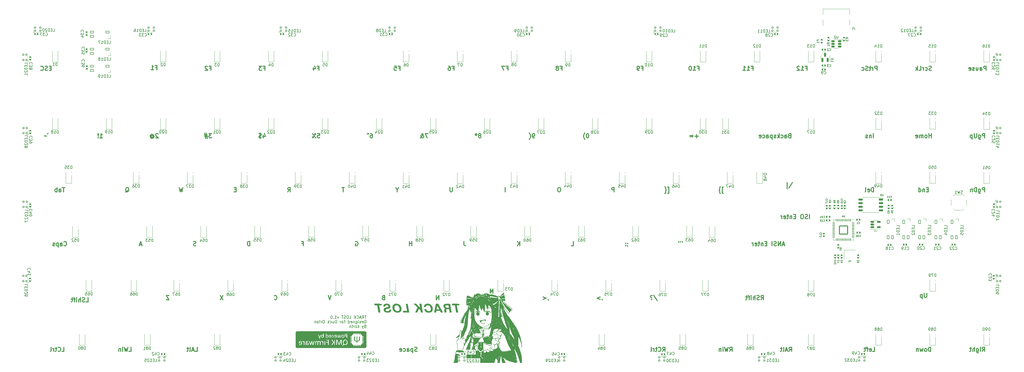
<source format=gbr>
%TF.GenerationSoftware,KiCad,Pcbnew,(6.0.5)*%
%TF.CreationDate,2022-07-04T16:20:22+08:00*%
%TF.ProjectId,track-lost,74726163-6b2d-46c6-9f73-742e6b696361,rev?*%
%TF.SameCoordinates,Original*%
%TF.FileFunction,Legend,Bot*%
%TF.FilePolarity,Positive*%
%FSLAX46Y46*%
G04 Gerber Fmt 4.6, Leading zero omitted, Abs format (unit mm)*
G04 Created by KiCad (PCBNEW (6.0.5)) date 2022-07-04 16:20:22*
%MOMM*%
%LPD*%
G01*
G04 APERTURE LIST*
G04 Aperture macros list*
%AMRoundRect*
0 Rectangle with rounded corners*
0 $1 Rounding radius*
0 $2 $3 $4 $5 $6 $7 $8 $9 X,Y pos of 4 corners*
0 Add a 4 corners polygon primitive as box body*
4,1,4,$2,$3,$4,$5,$6,$7,$8,$9,$2,$3,0*
0 Add four circle primitives for the rounded corners*
1,1,$1+$1,$2,$3*
1,1,$1+$1,$4,$5*
1,1,$1+$1,$6,$7*
1,1,$1+$1,$8,$9*
0 Add four rect primitives between the rounded corners*
20,1,$1+$1,$2,$3,$4,$5,0*
20,1,$1+$1,$4,$5,$6,$7,0*
20,1,$1+$1,$6,$7,$8,$9,0*
20,1,$1+$1,$8,$9,$2,$3,0*%
%AMFreePoly0*
4,1,18,-0.410000,0.593000,-0.403758,0.624380,-0.385983,0.650983,-0.359380,0.668758,-0.328000,0.675000,0.328000,0.675000,0.359380,0.668758,0.385983,0.650983,0.403758,0.624380,0.410000,0.593000,0.410000,-0.593000,0.403758,-0.624380,0.385983,-0.650983,0.359380,-0.668758,0.328000,-0.675000,0.000000,-0.675000,-0.410000,-0.265000,-0.410000,0.593000,-0.410000,0.593000,$1*%
G04 Aperture macros list end*
%ADD10C,0.300000*%
%ADD11C,0.150000*%
%ADD12C,0.125000*%
%ADD13C,0.120000*%
%ADD14C,3.048000*%
%ADD15C,3.987800*%
%ADD16C,1.750000*%
%ADD17C,2.300000*%
%ADD18RoundRect,0.140000X0.170000X-0.140000X0.170000X0.140000X-0.170000X0.140000X-0.170000X-0.140000X0*%
%ADD19R,1.200000X0.900000*%
%ADD20RoundRect,0.105000X-0.245000X0.245000X-0.245000X-0.245000X0.245000X-0.245000X0.245000X0.245000X0*%
%ADD21RoundRect,0.135000X0.185000X-0.135000X0.185000X0.135000X-0.185000X0.135000X-0.185000X-0.135000X0*%
%ADD22RoundRect,0.140000X-0.140000X-0.170000X0.140000X-0.170000X0.140000X0.170000X-0.140000X0.170000X0*%
%ADD23RoundRect,0.105000X0.245000X-0.245000X0.245000X0.245000X-0.245000X0.245000X-0.245000X-0.245000X0*%
%ADD24RoundRect,0.050000X0.387500X0.050000X-0.387500X0.050000X-0.387500X-0.050000X0.387500X-0.050000X0*%
%ADD25RoundRect,0.050000X0.050000X0.387500X-0.050000X0.387500X-0.050000X-0.387500X0.050000X-0.387500X0*%
%ADD26RoundRect,0.144000X1.456000X1.456000X-1.456000X1.456000X-1.456000X-1.456000X1.456000X-1.456000X0*%
%ADD27RoundRect,0.135000X-0.185000X0.135000X-0.185000X-0.135000X0.185000X-0.135000X0.185000X0.135000X0*%
%ADD28RoundRect,0.105000X0.245000X0.245000X-0.245000X0.245000X-0.245000X-0.245000X0.245000X-0.245000X0*%
%ADD29RoundRect,0.140000X-0.170000X0.140000X-0.170000X-0.140000X0.170000X-0.140000X0.170000X0.140000X0*%
%ADD30RoundRect,0.082000X0.328000X0.593000X-0.328000X0.593000X-0.328000X-0.593000X0.328000X-0.593000X0*%
%ADD31FreePoly0,180.000000*%
%ADD32RoundRect,0.150000X0.650000X0.150000X-0.650000X0.150000X-0.650000X-0.150000X0.650000X-0.150000X0*%
%ADD33RoundRect,0.105000X-0.245000X-0.245000X0.245000X-0.245000X0.245000X0.245000X-0.245000X0.245000X0*%
%ADD34R,1.400000X1.200000*%
%ADD35RoundRect,0.140000X0.140000X0.170000X-0.140000X0.170000X-0.140000X-0.170000X0.140000X-0.170000X0*%
%ADD36RoundRect,0.150000X-0.512500X-0.150000X0.512500X-0.150000X0.512500X0.150000X-0.512500X0.150000X0*%
%ADD37R,1.800000X1.100000*%
%ADD38RoundRect,0.082000X0.593000X-0.328000X0.593000X0.328000X-0.593000X0.328000X-0.593000X-0.328000X0*%
%ADD39FreePoly0,90.000000*%
%ADD40RoundRect,0.147500X-0.172500X0.147500X-0.172500X-0.147500X0.172500X-0.147500X0.172500X0.147500X0*%
%ADD41RoundRect,0.150000X0.475000X0.150000X-0.475000X0.150000X-0.475000X-0.150000X0.475000X-0.150000X0*%
%ADD42RoundRect,0.150000X0.150000X-0.587500X0.150000X0.587500X-0.150000X0.587500X-0.150000X-0.587500X0*%
%ADD43C,0.650000*%
%ADD44R,0.600000X1.450000*%
%ADD45R,0.300000X1.450000*%
%ADD46O,1.000000X1.600000*%
%ADD47O,1.000000X2.100000*%
G04 APERTURE END LIST*
D10*
X133128571Y-102197321D02*
X133128571Y-103411607D01*
X133057142Y-103554464D01*
X132985714Y-103625892D01*
X132842857Y-103697321D01*
X132557142Y-103697321D01*
X132414285Y-103625892D01*
X132342857Y-103554464D01*
X132271428Y-103411607D01*
X132271428Y-102197321D01*
X241999107Y-141797321D02*
X242499107Y-141083035D01*
X242856250Y-141797321D02*
X242856250Y-140297321D01*
X242284821Y-140297321D01*
X242141964Y-140368750D01*
X242070535Y-140440178D01*
X241999107Y-140583035D01*
X241999107Y-140797321D01*
X242070535Y-140940178D01*
X242141964Y-141011607D01*
X242284821Y-141083035D01*
X242856250Y-141083035D01*
X241427678Y-141725892D02*
X241213392Y-141797321D01*
X240856250Y-141797321D01*
X240713392Y-141725892D01*
X240641964Y-141654464D01*
X240570535Y-141511607D01*
X240570535Y-141368750D01*
X240641964Y-141225892D01*
X240713392Y-141154464D01*
X240856250Y-141083035D01*
X241141964Y-141011607D01*
X241284821Y-140940178D01*
X241356250Y-140868750D01*
X241427678Y-140725892D01*
X241427678Y-140583035D01*
X241356250Y-140440178D01*
X241284821Y-140368750D01*
X241141964Y-140297321D01*
X240784821Y-140297321D01*
X240570535Y-140368750D01*
X239927678Y-141797321D02*
X239927678Y-140297321D01*
X239284821Y-141797321D02*
X239284821Y-141011607D01*
X239356250Y-140868750D01*
X239499107Y-140797321D01*
X239713392Y-140797321D01*
X239856250Y-140868750D01*
X239927678Y-140940178D01*
X238570535Y-141797321D02*
X238570535Y-140797321D01*
X238570535Y-140297321D02*
X238641964Y-140368750D01*
X238570535Y-140440178D01*
X238499107Y-140368750D01*
X238570535Y-140297321D01*
X238570535Y-140440178D01*
X238070535Y-140797321D02*
X237499107Y-140797321D01*
X237856250Y-141797321D02*
X237856250Y-140511607D01*
X237784821Y-140368750D01*
X237641964Y-140297321D01*
X237499107Y-140297321D01*
X237213392Y-140797321D02*
X236641964Y-140797321D01*
X236999107Y-140297321D02*
X236999107Y-141583035D01*
X236927678Y-141725892D01*
X236784821Y-141797321D01*
X236641964Y-141797321D01*
X23519642Y-122318750D02*
X22805357Y-122318750D01*
X23662500Y-122747321D02*
X23162500Y-121247321D01*
X22662500Y-122747321D01*
X190242857Y-103697321D02*
X190242857Y-102197321D01*
X189671428Y-102197321D01*
X189528571Y-102268750D01*
X189457142Y-102340178D01*
X189385714Y-102483035D01*
X189385714Y-102697321D01*
X189457142Y-102840178D01*
X189528571Y-102911607D01*
X189671428Y-102983035D01*
X190242857Y-102983035D01*
X128366071Y-141797321D02*
X128366071Y-140297321D01*
X127508928Y-141797321D01*
X127508928Y-140297321D01*
X-3912500Y-122604464D02*
X-3841071Y-122675892D01*
X-3626785Y-122747321D01*
X-3483928Y-122747321D01*
X-3269642Y-122675892D01*
X-3126785Y-122533035D01*
X-3055357Y-122390178D01*
X-2983928Y-122104464D01*
X-2983928Y-121890178D01*
X-3055357Y-121604464D01*
X-3126785Y-121461607D01*
X-3269642Y-121318750D01*
X-3483928Y-121247321D01*
X-3626785Y-121247321D01*
X-3841071Y-121318750D01*
X-3912500Y-121390178D01*
X-5198214Y-122747321D02*
X-5198214Y-121961607D01*
X-5126785Y-121818750D01*
X-4983928Y-121747321D01*
X-4698214Y-121747321D01*
X-4555357Y-121818750D01*
X-5198214Y-122675892D02*
X-5055357Y-122747321D01*
X-4698214Y-122747321D01*
X-4555357Y-122675892D01*
X-4483928Y-122533035D01*
X-4483928Y-122390178D01*
X-4555357Y-122247321D01*
X-4698214Y-122175892D01*
X-5055357Y-122175892D01*
X-5198214Y-122104464D01*
X-5912500Y-121747321D02*
X-5912500Y-123247321D01*
X-5912500Y-121818750D02*
X-6055357Y-121747321D01*
X-6341071Y-121747321D01*
X-6483928Y-121818750D01*
X-6555357Y-121890178D01*
X-6626785Y-122033035D01*
X-6626785Y-122461607D01*
X-6555357Y-122604464D01*
X-6483928Y-122675892D01*
X-6341071Y-122747321D01*
X-6055357Y-122747321D01*
X-5912500Y-122675892D01*
X-7198214Y-122675892D02*
X-7341071Y-122747321D01*
X-7626785Y-122747321D01*
X-7769642Y-122675892D01*
X-7841071Y-122533035D01*
X-7841071Y-122461607D01*
X-7769642Y-122318750D01*
X-7626785Y-122247321D01*
X-7412500Y-122247321D01*
X-7269642Y-122175892D01*
X-7198214Y-122033035D01*
X-7198214Y-121961607D01*
X-7269642Y-121818750D01*
X-7412500Y-121747321D01*
X-7626785Y-121747321D01*
X-7769642Y-121818750D01*
X42418750Y-160053571D02*
X43133035Y-160053571D01*
X43133035Y-158553571D01*
X41990178Y-159625000D02*
X41275892Y-159625000D01*
X42133035Y-160053571D02*
X41633035Y-158553571D01*
X41133035Y-160053571D01*
X40418750Y-160053571D02*
X40561607Y-159982142D01*
X40633035Y-159839285D01*
X40633035Y-158553571D01*
X40061607Y-159053571D02*
X39490178Y-159053571D01*
X39847321Y-158553571D02*
X39847321Y-159839285D01*
X39775892Y-159982142D01*
X39633035Y-160053571D01*
X39490178Y-160053571D01*
X85575000Y-60049107D02*
X86075000Y-60049107D01*
X86075000Y-60834821D02*
X86075000Y-59334821D01*
X85360714Y-59334821D01*
X84146428Y-59834821D02*
X84146428Y-60834821D01*
X84503571Y-59263392D02*
X84860714Y-60334821D01*
X83932142Y-60334821D01*
X252071428Y-83861607D02*
X251857142Y-83933035D01*
X251785714Y-84004464D01*
X251714285Y-84147321D01*
X251714285Y-84361607D01*
X251785714Y-84504464D01*
X251857142Y-84575892D01*
X252000000Y-84647321D01*
X252571428Y-84647321D01*
X252571428Y-83147321D01*
X252071428Y-83147321D01*
X251928571Y-83218750D01*
X251857142Y-83290178D01*
X251785714Y-83433035D01*
X251785714Y-83575892D01*
X251857142Y-83718750D01*
X251928571Y-83790178D01*
X252071428Y-83861607D01*
X252571428Y-83861607D01*
X250428571Y-84647321D02*
X250428571Y-83861607D01*
X250500000Y-83718750D01*
X250642857Y-83647321D01*
X250928571Y-83647321D01*
X251071428Y-83718750D01*
X250428571Y-84575892D02*
X250571428Y-84647321D01*
X250928571Y-84647321D01*
X251071428Y-84575892D01*
X251142857Y-84433035D01*
X251142857Y-84290178D01*
X251071428Y-84147321D01*
X250928571Y-84075892D01*
X250571428Y-84075892D01*
X250428571Y-84004464D01*
X249071428Y-84575892D02*
X249214285Y-84647321D01*
X249500000Y-84647321D01*
X249642857Y-84575892D01*
X249714285Y-84504464D01*
X249785714Y-84361607D01*
X249785714Y-83933035D01*
X249714285Y-83790178D01*
X249642857Y-83718750D01*
X249500000Y-83647321D01*
X249214285Y-83647321D01*
X249071428Y-83718750D01*
X248428571Y-84647321D02*
X248428571Y-83147321D01*
X248285714Y-84075892D02*
X247857142Y-84647321D01*
X247857142Y-83647321D02*
X248428571Y-84218750D01*
X247285714Y-84575892D02*
X247142857Y-84647321D01*
X246857142Y-84647321D01*
X246714285Y-84575892D01*
X246642857Y-84433035D01*
X246642857Y-84361607D01*
X246714285Y-84218750D01*
X246857142Y-84147321D01*
X247071428Y-84147321D01*
X247214285Y-84075892D01*
X247285714Y-83933035D01*
X247285714Y-83861607D01*
X247214285Y-83718750D01*
X247071428Y-83647321D01*
X246857142Y-83647321D01*
X246714285Y-83718750D01*
X246000000Y-83647321D02*
X246000000Y-85147321D01*
X246000000Y-83718750D02*
X245857142Y-83647321D01*
X245571428Y-83647321D01*
X245428571Y-83718750D01*
X245357142Y-83790178D01*
X245285714Y-83933035D01*
X245285714Y-84361607D01*
X245357142Y-84504464D01*
X245428571Y-84575892D01*
X245571428Y-84647321D01*
X245857142Y-84647321D01*
X246000000Y-84575892D01*
X244000000Y-84647321D02*
X244000000Y-83861607D01*
X244071428Y-83718750D01*
X244214285Y-83647321D01*
X244500000Y-83647321D01*
X244642857Y-83718750D01*
X244000000Y-84575892D02*
X244142857Y-84647321D01*
X244500000Y-84647321D01*
X244642857Y-84575892D01*
X244714285Y-84433035D01*
X244714285Y-84290178D01*
X244642857Y-84147321D01*
X244500000Y-84075892D01*
X244142857Y-84075892D01*
X244000000Y-84004464D01*
X242642857Y-84575892D02*
X242785714Y-84647321D01*
X243071428Y-84647321D01*
X243214285Y-84575892D01*
X243285714Y-84504464D01*
X243357142Y-84361607D01*
X243357142Y-83933035D01*
X243285714Y-83790178D01*
X243214285Y-83718750D01*
X243071428Y-83647321D01*
X242785714Y-83647321D01*
X242642857Y-83718750D01*
X241428571Y-84575892D02*
X241571428Y-84647321D01*
X241857142Y-84647321D01*
X242000000Y-84575892D01*
X242071428Y-84433035D01*
X242071428Y-83861607D01*
X242000000Y-83718750D01*
X241857142Y-83647321D01*
X241571428Y-83647321D01*
X241428571Y-83718750D01*
X241357142Y-83861607D01*
X241357142Y-84004464D01*
X242071428Y-84147321D01*
X320937500Y-103697321D02*
X320937500Y-102197321D01*
X320366071Y-102197321D01*
X320223214Y-102268750D01*
X320151785Y-102340178D01*
X320080357Y-102483035D01*
X320080357Y-102697321D01*
X320151785Y-102840178D01*
X320223214Y-102911607D01*
X320366071Y-102983035D01*
X320937500Y-102983035D01*
X318794642Y-102697321D02*
X318794642Y-103911607D01*
X318866071Y-104054464D01*
X318937500Y-104125892D01*
X319080357Y-104197321D01*
X319294642Y-104197321D01*
X319437500Y-104125892D01*
X318794642Y-103625892D02*
X318937500Y-103697321D01*
X319223214Y-103697321D01*
X319366071Y-103625892D01*
X319437500Y-103554464D01*
X319508928Y-103411607D01*
X319508928Y-102983035D01*
X319437500Y-102840178D01*
X319366071Y-102768750D01*
X319223214Y-102697321D01*
X318937500Y-102697321D01*
X318794642Y-102768750D01*
X318080357Y-103697321D02*
X318080357Y-102197321D01*
X317723214Y-102197321D01*
X317508928Y-102268750D01*
X317366071Y-102411607D01*
X317294642Y-102554464D01*
X317223214Y-102840178D01*
X317223214Y-103054464D01*
X317294642Y-103340178D01*
X317366071Y-103483035D01*
X317508928Y-103625892D01*
X317723214Y-103697321D01*
X318080357Y-103697321D01*
X316580357Y-102697321D02*
X316580357Y-103697321D01*
X316580357Y-102840178D02*
X316508928Y-102768750D01*
X316366071Y-102697321D01*
X316151785Y-102697321D01*
X316008928Y-102768750D01*
X315937500Y-102911607D01*
X315937500Y-103697321D01*
X170942857Y-102197321D02*
X170657142Y-102197321D01*
X170514285Y-102268750D01*
X170371428Y-102411607D01*
X170300000Y-102697321D01*
X170300000Y-103197321D01*
X170371428Y-103483035D01*
X170514285Y-103625892D01*
X170657142Y-103697321D01*
X170942857Y-103697321D01*
X171085714Y-103625892D01*
X171228571Y-103483035D01*
X171300000Y-103197321D01*
X171300000Y-102697321D01*
X171228571Y-102411607D01*
X171085714Y-102268750D01*
X170942857Y-102197321D01*
X228735714Y-104197321D02*
X228378571Y-104197321D01*
X228378571Y-102054464D01*
X228735714Y-102054464D01*
X227735714Y-104268750D02*
X227664285Y-104268750D01*
X227521428Y-104197321D01*
X227450000Y-104054464D01*
X227450000Y-103340178D01*
X227378571Y-103197321D01*
X227235714Y-103125892D01*
X227378571Y-103054464D01*
X227450000Y-102911607D01*
X227450000Y-102197321D01*
X227521428Y-102054464D01*
X227664285Y-101983035D01*
X227735714Y-101983035D01*
X33187500Y-140297321D02*
X32187500Y-140297321D01*
X33187500Y-141797321D01*
X32187500Y-141797321D01*
X124603571Y-83147321D02*
X123603571Y-83147321D01*
X124246428Y-84647321D01*
X121817857Y-84647321D02*
X121889285Y-84647321D01*
X122032142Y-84575892D01*
X122246428Y-84361607D01*
X122603571Y-83933035D01*
X122746428Y-83718750D01*
X122817857Y-83504464D01*
X122817857Y-83361607D01*
X122746428Y-83218750D01*
X122603571Y-83147321D01*
X122532142Y-83147321D01*
X122389285Y-83218750D01*
X122317857Y-83361607D01*
X122317857Y-83433035D01*
X122389285Y-83575892D01*
X122460714Y-83647321D01*
X122889285Y-83933035D01*
X122960714Y-84004464D01*
X123032142Y-84147321D01*
X123032142Y-84361607D01*
X122960714Y-84504464D01*
X122889285Y-84575892D01*
X122746428Y-84647321D01*
X122532142Y-84647321D01*
X122389285Y-84575892D01*
X122317857Y-84504464D01*
X122103571Y-84218750D01*
X122032142Y-84004464D01*
X122032142Y-83861607D01*
X250297321Y-122318750D02*
X249583035Y-122318750D01*
X250440178Y-122747321D02*
X249940178Y-121247321D01*
X249440178Y-122747321D01*
X248940178Y-122747321D02*
X248940178Y-121247321D01*
X248083035Y-122747321D01*
X248083035Y-121247321D01*
X247440178Y-122675892D02*
X247225892Y-122747321D01*
X246868750Y-122747321D01*
X246725892Y-122675892D01*
X246654464Y-122604464D01*
X246583035Y-122461607D01*
X246583035Y-122318750D01*
X246654464Y-122175892D01*
X246725892Y-122104464D01*
X246868750Y-122033035D01*
X247154464Y-121961607D01*
X247297321Y-121890178D01*
X247368750Y-121818750D01*
X247440178Y-121675892D01*
X247440178Y-121533035D01*
X247368750Y-121390178D01*
X247297321Y-121318750D01*
X247154464Y-121247321D01*
X246797321Y-121247321D01*
X246583035Y-121318750D01*
X245940178Y-122747321D02*
X245940178Y-121247321D01*
X244083035Y-121961607D02*
X243583035Y-121961607D01*
X243368750Y-122747321D02*
X244083035Y-122747321D01*
X244083035Y-121247321D01*
X243368750Y-121247321D01*
X242725892Y-121747321D02*
X242725892Y-122747321D01*
X242725892Y-121890178D02*
X242654464Y-121818750D01*
X242511607Y-121747321D01*
X242297321Y-121747321D01*
X242154464Y-121818750D01*
X242083035Y-121961607D01*
X242083035Y-122747321D01*
X241583035Y-121747321D02*
X241011607Y-121747321D01*
X241368750Y-121247321D02*
X241368750Y-122533035D01*
X241297321Y-122675892D01*
X241154464Y-122747321D01*
X241011607Y-122747321D01*
X239940178Y-122675892D02*
X240083035Y-122747321D01*
X240368750Y-122747321D01*
X240511607Y-122675892D01*
X240583035Y-122533035D01*
X240583035Y-121961607D01*
X240511607Y-121818750D01*
X240368750Y-121747321D01*
X240083035Y-121747321D01*
X239940178Y-121818750D01*
X239868750Y-121961607D01*
X239868750Y-122104464D01*
X240583035Y-122247321D01*
X239225892Y-122747321D02*
X239225892Y-121747321D01*
X239225892Y-122033035D02*
X239154464Y-121890178D01*
X239083035Y-121818750D01*
X238940178Y-121747321D01*
X238797321Y-121747321D01*
X61655357Y-122747321D02*
X61655357Y-121247321D01*
X61298214Y-121247321D01*
X61083928Y-121318750D01*
X60941071Y-121461607D01*
X60869642Y-121604464D01*
X60798214Y-121890178D01*
X60798214Y-122104464D01*
X60869642Y-122390178D01*
X60941071Y-122533035D01*
X61083928Y-122675892D01*
X61298214Y-122747321D01*
X61655357Y-122747321D01*
X28425000Y-59833193D02*
X28925000Y-59833193D01*
X28925000Y-60618907D02*
X28925000Y-59118907D01*
X28210714Y-59118907D01*
X26853571Y-60618907D02*
X27710714Y-60618907D01*
X27282142Y-60618907D02*
X27282142Y-59118907D01*
X27425000Y-59333193D01*
X27567857Y-59476050D01*
X27710714Y-59547478D01*
X52237500Y-140297321D02*
X51237500Y-141797321D01*
X51237500Y-140297321D02*
X52237500Y-141797321D01*
X90337500Y-140297321D02*
X89837500Y-141797321D01*
X89337500Y-140297321D01*
X199875000Y-60049107D02*
X200375000Y-60049107D01*
X200375000Y-60834821D02*
X200375000Y-59334821D01*
X199660714Y-59334821D01*
X199017857Y-60834821D02*
X198732142Y-60834821D01*
X198589285Y-60763392D01*
X198517857Y-60691964D01*
X198375000Y-60477678D01*
X198303571Y-60191964D01*
X198303571Y-59620535D01*
X198375000Y-59477678D01*
X198446428Y-59406250D01*
X198589285Y-59334821D01*
X198875000Y-59334821D01*
X199017857Y-59406250D01*
X199089285Y-59477678D01*
X199160714Y-59620535D01*
X199160714Y-59977678D01*
X199089285Y-60120535D01*
X199017857Y-60191964D01*
X198875000Y-60263392D01*
X198589285Y-60263392D01*
X198446428Y-60191964D01*
X198375000Y-60120535D01*
X198303571Y-59977678D01*
X70323214Y-141654464D02*
X70394642Y-141725892D01*
X70608928Y-141797321D01*
X70751785Y-141797321D01*
X70966071Y-141725892D01*
X71108928Y-141583035D01*
X71180357Y-141440178D01*
X71251785Y-141154464D01*
X71251785Y-140940178D01*
X71180357Y-140654464D01*
X71108928Y-140511607D01*
X70966071Y-140368750D01*
X70751785Y-140297321D01*
X70608928Y-140297321D01*
X70394642Y-140368750D01*
X70323214Y-140440178D01*
X3874107Y-142591071D02*
X4588392Y-142591071D01*
X4588392Y-141091071D01*
X3445535Y-142519642D02*
X3231249Y-142591071D01*
X2874107Y-142591071D01*
X2731249Y-142519642D01*
X2659821Y-142448214D01*
X2588392Y-142305357D01*
X2588392Y-142162500D01*
X2659821Y-142019642D01*
X2731249Y-141948214D01*
X2874107Y-141876785D01*
X3159821Y-141805357D01*
X3302678Y-141733928D01*
X3374107Y-141662500D01*
X3445535Y-141519642D01*
X3445535Y-141376785D01*
X3374107Y-141233928D01*
X3302678Y-141162500D01*
X3159821Y-141091071D01*
X2802678Y-141091071D01*
X2588392Y-141162500D01*
X1945535Y-142591071D02*
X1945535Y-141091071D01*
X1302678Y-142591071D02*
X1302678Y-141805357D01*
X1374107Y-141662500D01*
X1516964Y-141591071D01*
X1731250Y-141591071D01*
X1874107Y-141662500D01*
X1945535Y-141733928D01*
X588392Y-142591071D02*
X588392Y-141591071D01*
X588392Y-141091071D02*
X659821Y-141162500D01*
X588392Y-141233928D01*
X516964Y-141162500D01*
X588392Y-141091071D01*
X588392Y-141233928D01*
X88392Y-141591071D02*
X-483035Y-141591071D01*
X-125892Y-142591071D02*
X-125892Y-141305357D01*
X-197321Y-141162500D01*
X-340178Y-141091071D01*
X-483035Y-141091071D01*
X-768750Y-141591071D02*
X-1340178Y-141591071D01*
X-983035Y-141091071D02*
X-983035Y-142376785D01*
X-1054464Y-142519642D01*
X-1197321Y-142591071D01*
X-1340178Y-142591071D01*
X171300000Y-60049107D02*
X171800000Y-60049107D01*
X171800000Y-60834821D02*
X171800000Y-59334821D01*
X171085714Y-59334821D01*
X170300000Y-59977678D02*
X170442857Y-59906250D01*
X170514285Y-59834821D01*
X170585714Y-59691964D01*
X170585714Y-59620535D01*
X170514285Y-59477678D01*
X170442857Y-59406250D01*
X170300000Y-59334821D01*
X170014285Y-59334821D01*
X169871428Y-59406250D01*
X169800000Y-59477678D01*
X169728571Y-59620535D01*
X169728571Y-59691964D01*
X169800000Y-59834821D01*
X169871428Y-59906250D01*
X170014285Y-59977678D01*
X170300000Y-59977678D01*
X170442857Y-60049107D01*
X170514285Y-60120535D01*
X170585714Y-60263392D01*
X170585714Y-60549107D01*
X170514285Y-60691964D01*
X170442857Y-60763392D01*
X170300000Y-60834821D01*
X170014285Y-60834821D01*
X169871428Y-60763392D01*
X169800000Y-60691964D01*
X169728571Y-60549107D01*
X169728571Y-60263392D01*
X169800000Y-60120535D01*
X169871428Y-60049107D01*
X170014285Y-59977678D01*
X42641071Y-122675892D02*
X42426785Y-122747321D01*
X42069642Y-122747321D01*
X41926785Y-122675892D01*
X41855357Y-122604464D01*
X41783928Y-122461607D01*
X41783928Y-122318750D01*
X41855357Y-122175892D01*
X41926785Y-122104464D01*
X42069642Y-122033035D01*
X42355357Y-121961607D01*
X42498214Y-121890178D01*
X42569642Y-121818750D01*
X42641071Y-121675892D01*
X42641071Y-121533035D01*
X42569642Y-121390178D01*
X42498214Y-121318750D01*
X42355357Y-121247321D01*
X41998214Y-121247321D01*
X41783928Y-121318750D01*
X66525000Y-60049107D02*
X67025000Y-60049107D01*
X67025000Y-60834821D02*
X67025000Y-59334821D01*
X66310714Y-59334821D01*
X65882142Y-59334821D02*
X64953571Y-59334821D01*
X65453571Y-59906250D01*
X65239285Y-59906250D01*
X65096428Y-59977678D01*
X65025000Y-60049107D01*
X64953571Y-60191964D01*
X64953571Y-60549107D01*
X65025000Y-60691964D01*
X65096428Y-60763392D01*
X65239285Y-60834821D01*
X65667857Y-60834821D01*
X65810714Y-60763392D01*
X65882142Y-60691964D01*
D11*
X102802261Y-147454880D02*
X102230833Y-147454880D01*
X102516547Y-148454880D02*
X102516547Y-147454880D01*
X101326071Y-148454880D02*
X101659404Y-147978690D01*
X101897500Y-148454880D02*
X101897500Y-147454880D01*
X101516547Y-147454880D01*
X101421309Y-147502500D01*
X101373690Y-147550119D01*
X101326071Y-147645357D01*
X101326071Y-147788214D01*
X101373690Y-147883452D01*
X101421309Y-147931071D01*
X101516547Y-147978690D01*
X101897500Y-147978690D01*
X100945119Y-148169166D02*
X100468928Y-148169166D01*
X101040357Y-148454880D02*
X100707023Y-147454880D01*
X100373690Y-148454880D01*
X99468928Y-148359642D02*
X99516547Y-148407261D01*
X99659404Y-148454880D01*
X99754642Y-148454880D01*
X99897500Y-148407261D01*
X99992738Y-148312023D01*
X100040357Y-148216785D01*
X100087976Y-148026309D01*
X100087976Y-147883452D01*
X100040357Y-147692976D01*
X99992738Y-147597738D01*
X99897500Y-147502500D01*
X99754642Y-147454880D01*
X99659404Y-147454880D01*
X99516547Y-147502500D01*
X99468928Y-147550119D01*
X99040357Y-148454880D02*
X99040357Y-147454880D01*
X98468928Y-148454880D02*
X98897500Y-147883452D01*
X98468928Y-147454880D02*
X99040357Y-148026309D01*
X96802261Y-148454880D02*
X97278452Y-148454880D01*
X97278452Y-147454880D01*
X96278452Y-147454880D02*
X96087976Y-147454880D01*
X95992738Y-147502500D01*
X95897500Y-147597738D01*
X95849880Y-147788214D01*
X95849880Y-148121547D01*
X95897500Y-148312023D01*
X95992738Y-148407261D01*
X96087976Y-148454880D01*
X96278452Y-148454880D01*
X96373690Y-148407261D01*
X96468928Y-148312023D01*
X96516547Y-148121547D01*
X96516547Y-147788214D01*
X96468928Y-147597738D01*
X96373690Y-147502500D01*
X96278452Y-147454880D01*
X95468928Y-148407261D02*
X95326071Y-148454880D01*
X95087976Y-148454880D01*
X94992738Y-148407261D01*
X94945119Y-148359642D01*
X94897500Y-148264404D01*
X94897500Y-148169166D01*
X94945119Y-148073928D01*
X94992738Y-148026309D01*
X95087976Y-147978690D01*
X95278452Y-147931071D01*
X95373690Y-147883452D01*
X95421309Y-147835833D01*
X95468928Y-147740595D01*
X95468928Y-147645357D01*
X95421309Y-147550119D01*
X95373690Y-147502500D01*
X95278452Y-147454880D01*
X95040357Y-147454880D01*
X94897500Y-147502500D01*
X94611785Y-147454880D02*
X94040357Y-147454880D01*
X94326071Y-148454880D02*
X94326071Y-147454880D01*
X93040357Y-147788214D02*
X92802261Y-148454880D01*
X92564166Y-147788214D01*
X91659404Y-148454880D02*
X92230833Y-148454880D01*
X91945119Y-148454880D02*
X91945119Y-147454880D01*
X92040357Y-147597738D01*
X92135595Y-147692976D01*
X92230833Y-147740595D01*
X91230833Y-148359642D02*
X91183214Y-148407261D01*
X91230833Y-148454880D01*
X91278452Y-148407261D01*
X91230833Y-148359642D01*
X91230833Y-148454880D01*
X90564166Y-147454880D02*
X90468928Y-147454880D01*
X90373690Y-147502500D01*
X90326071Y-147550119D01*
X90278452Y-147645357D01*
X90230833Y-147835833D01*
X90230833Y-148073928D01*
X90278452Y-148264404D01*
X90326071Y-148359642D01*
X90373690Y-148407261D01*
X90468928Y-148454880D01*
X90564166Y-148454880D01*
X90659404Y-148407261D01*
X90707023Y-148359642D01*
X90754642Y-148264404D01*
X90802261Y-148073928D01*
X90802261Y-147835833D01*
X90754642Y-147645357D01*
X90707023Y-147550119D01*
X90659404Y-147502500D01*
X90564166Y-147454880D01*
X102659404Y-150064880D02*
X102659404Y-149064880D01*
X102421309Y-149064880D01*
X102278452Y-149112500D01*
X102183214Y-149207738D01*
X102135595Y-149302976D01*
X102087976Y-149493452D01*
X102087976Y-149636309D01*
X102135595Y-149826785D01*
X102183214Y-149922023D01*
X102278452Y-150017261D01*
X102421309Y-150064880D01*
X102659404Y-150064880D01*
X101278452Y-150017261D02*
X101373690Y-150064880D01*
X101564166Y-150064880D01*
X101659404Y-150017261D01*
X101707023Y-149922023D01*
X101707023Y-149541071D01*
X101659404Y-149445833D01*
X101564166Y-149398214D01*
X101373690Y-149398214D01*
X101278452Y-149445833D01*
X101230833Y-149541071D01*
X101230833Y-149636309D01*
X101707023Y-149731547D01*
X100849880Y-150017261D02*
X100754642Y-150064880D01*
X100564166Y-150064880D01*
X100468928Y-150017261D01*
X100421309Y-149922023D01*
X100421309Y-149874404D01*
X100468928Y-149779166D01*
X100564166Y-149731547D01*
X100707023Y-149731547D01*
X100802261Y-149683928D01*
X100849880Y-149588690D01*
X100849880Y-149541071D01*
X100802261Y-149445833D01*
X100707023Y-149398214D01*
X100564166Y-149398214D01*
X100468928Y-149445833D01*
X99992738Y-150064880D02*
X99992738Y-149398214D01*
X99992738Y-149064880D02*
X100040357Y-149112500D01*
X99992738Y-149160119D01*
X99945119Y-149112500D01*
X99992738Y-149064880D01*
X99992738Y-149160119D01*
X99087976Y-149398214D02*
X99087976Y-150207738D01*
X99135595Y-150302976D01*
X99183214Y-150350595D01*
X99278452Y-150398214D01*
X99421309Y-150398214D01*
X99516547Y-150350595D01*
X99087976Y-150017261D02*
X99183214Y-150064880D01*
X99373690Y-150064880D01*
X99468928Y-150017261D01*
X99516547Y-149969642D01*
X99564166Y-149874404D01*
X99564166Y-149588690D01*
X99516547Y-149493452D01*
X99468928Y-149445833D01*
X99373690Y-149398214D01*
X99183214Y-149398214D01*
X99087976Y-149445833D01*
X98611785Y-149398214D02*
X98611785Y-150064880D01*
X98611785Y-149493452D02*
X98564166Y-149445833D01*
X98468928Y-149398214D01*
X98326071Y-149398214D01*
X98230833Y-149445833D01*
X98183214Y-149541071D01*
X98183214Y-150064880D01*
X97326071Y-150017261D02*
X97421309Y-150064880D01*
X97611785Y-150064880D01*
X97707023Y-150017261D01*
X97754642Y-149922023D01*
X97754642Y-149541071D01*
X97707023Y-149445833D01*
X97611785Y-149398214D01*
X97421309Y-149398214D01*
X97326071Y-149445833D01*
X97278452Y-149541071D01*
X97278452Y-149636309D01*
X97754642Y-149731547D01*
X96421309Y-150064880D02*
X96421309Y-149064880D01*
X96421309Y-150017261D02*
X96516547Y-150064880D01*
X96707023Y-150064880D01*
X96802261Y-150017261D01*
X96849880Y-149969642D01*
X96897500Y-149874404D01*
X96897500Y-149588690D01*
X96849880Y-149493452D01*
X96802261Y-149445833D01*
X96707023Y-149398214D01*
X96516547Y-149398214D01*
X96421309Y-149445833D01*
X95326071Y-149398214D02*
X94945119Y-149398214D01*
X95183214Y-150064880D02*
X95183214Y-149207738D01*
X95135595Y-149112500D01*
X95040357Y-149064880D01*
X94945119Y-149064880D01*
X94468928Y-150064880D02*
X94564166Y-150017261D01*
X94611785Y-149969642D01*
X94659404Y-149874404D01*
X94659404Y-149588690D01*
X94611785Y-149493452D01*
X94564166Y-149445833D01*
X94468928Y-149398214D01*
X94326071Y-149398214D01*
X94230833Y-149445833D01*
X94183214Y-149493452D01*
X94135595Y-149588690D01*
X94135595Y-149874404D01*
X94183214Y-149969642D01*
X94230833Y-150017261D01*
X94326071Y-150064880D01*
X94468928Y-150064880D01*
X93707023Y-150064880D02*
X93707023Y-149398214D01*
X93707023Y-149588690D02*
X93659404Y-149493452D01*
X93611785Y-149445833D01*
X93516547Y-149398214D01*
X93421309Y-149398214D01*
X92326071Y-150064880D02*
X92326071Y-149064880D01*
X92087976Y-149064880D01*
X91945119Y-149112500D01*
X91849880Y-149207738D01*
X91802261Y-149302976D01*
X91754642Y-149493452D01*
X91754642Y-149636309D01*
X91802261Y-149826785D01*
X91849880Y-149922023D01*
X91945119Y-150017261D01*
X92087976Y-150064880D01*
X92326071Y-150064880D01*
X90897500Y-149398214D02*
X90897500Y-150064880D01*
X91326071Y-149398214D02*
X91326071Y-149922023D01*
X91278452Y-150017261D01*
X91183214Y-150064880D01*
X91040357Y-150064880D01*
X90945119Y-150017261D01*
X90897500Y-149969642D01*
X89992738Y-150017261D02*
X90087976Y-150064880D01*
X90278452Y-150064880D01*
X90373690Y-150017261D01*
X90421309Y-149969642D01*
X90468928Y-149874404D01*
X90468928Y-149588690D01*
X90421309Y-149493452D01*
X90373690Y-149445833D01*
X90278452Y-149398214D01*
X90087976Y-149398214D01*
X89992738Y-149445833D01*
X89564166Y-150064880D02*
X89564166Y-149064880D01*
X89468928Y-149683928D02*
X89183214Y-150064880D01*
X89183214Y-149398214D02*
X89564166Y-149779166D01*
X87802261Y-149064880D02*
X87611785Y-149064880D01*
X87516547Y-149112500D01*
X87421309Y-149207738D01*
X87373690Y-149398214D01*
X87373690Y-149731547D01*
X87421309Y-149922023D01*
X87516547Y-150017261D01*
X87611785Y-150064880D01*
X87802261Y-150064880D01*
X87897500Y-150017261D01*
X87992738Y-149922023D01*
X88040357Y-149731547D01*
X88040357Y-149398214D01*
X87992738Y-149207738D01*
X87897500Y-149112500D01*
X87802261Y-149064880D01*
X86945119Y-150064880D02*
X86945119Y-149398214D01*
X86945119Y-149588690D02*
X86897500Y-149493452D01*
X86849880Y-149445833D01*
X86754642Y-149398214D01*
X86659404Y-149398214D01*
X86326071Y-150064880D02*
X86326071Y-149398214D01*
X86326071Y-149064880D02*
X86373690Y-149112500D01*
X86326071Y-149160119D01*
X86278452Y-149112500D01*
X86326071Y-149064880D01*
X86326071Y-149160119D01*
X85707023Y-150064880D02*
X85802261Y-150017261D01*
X85849880Y-149969642D01*
X85897500Y-149874404D01*
X85897500Y-149588690D01*
X85849880Y-149493452D01*
X85802261Y-149445833D01*
X85707023Y-149398214D01*
X85564166Y-149398214D01*
X85468928Y-149445833D01*
X85421309Y-149493452D01*
X85373690Y-149588690D01*
X85373690Y-149874404D01*
X85421309Y-149969642D01*
X85468928Y-150017261D01*
X85564166Y-150064880D01*
X85707023Y-150064880D01*
X84945119Y-149398214D02*
X84945119Y-150064880D01*
X84945119Y-149493452D02*
X84897500Y-149445833D01*
X84802261Y-149398214D01*
X84659404Y-149398214D01*
X84564166Y-149445833D01*
X84516547Y-149541071D01*
X84516547Y-150064880D01*
X102326071Y-151151071D02*
X102183214Y-151198690D01*
X102135595Y-151246309D01*
X102087976Y-151341547D01*
X102087976Y-151484404D01*
X102135595Y-151579642D01*
X102183214Y-151627261D01*
X102278452Y-151674880D01*
X102659404Y-151674880D01*
X102659404Y-150674880D01*
X102326071Y-150674880D01*
X102230833Y-150722500D01*
X102183214Y-150770119D01*
X102135595Y-150865357D01*
X102135595Y-150960595D01*
X102183214Y-151055833D01*
X102230833Y-151103452D01*
X102326071Y-151151071D01*
X102659404Y-151151071D01*
X101754642Y-151008214D02*
X101516547Y-151674880D01*
X101278452Y-151008214D02*
X101516547Y-151674880D01*
X101611785Y-151912976D01*
X101659404Y-151960595D01*
X101754642Y-152008214D01*
X100135595Y-151674880D02*
X100135595Y-150674880D01*
X100040357Y-151293928D02*
X99754642Y-151674880D01*
X99754642Y-151008214D02*
X100135595Y-151389166D01*
X99421309Y-151008214D02*
X98897500Y-151008214D01*
X99421309Y-151674880D01*
X98897500Y-151674880D01*
X98516547Y-151674880D02*
X98516547Y-151008214D01*
X98516547Y-151198690D02*
X98468928Y-151103452D01*
X98421309Y-151055833D01*
X98326071Y-151008214D01*
X98230833Y-151008214D01*
X98040357Y-151008214D02*
X97659404Y-151008214D01*
X97897500Y-150674880D02*
X97897500Y-151532023D01*
X97849880Y-151627261D01*
X97754642Y-151674880D01*
X97659404Y-151674880D01*
X97326071Y-151008214D02*
X97326071Y-151674880D01*
X97326071Y-151103452D02*
X97278452Y-151055833D01*
X97183214Y-151008214D01*
X97040357Y-151008214D01*
X96945119Y-151055833D01*
X96897500Y-151151071D01*
X96897500Y-151674880D01*
D10*
X114150000Y-60049107D02*
X114650000Y-60049107D01*
X114650000Y-60834821D02*
X114650000Y-59334821D01*
X113935714Y-59334821D01*
X112650000Y-59334821D02*
X113364285Y-59334821D01*
X113435714Y-60049107D01*
X113364285Y-59977678D01*
X113221428Y-59906250D01*
X112864285Y-59906250D01*
X112721428Y-59977678D01*
X112650000Y-60049107D01*
X112578571Y-60191964D01*
X112578571Y-60549107D01*
X112650000Y-60691964D01*
X112721428Y-60763392D01*
X112864285Y-60834821D01*
X113221428Y-60834821D01*
X113364285Y-60763392D01*
X113435714Y-60691964D01*
X186016071Y-141654464D02*
X185944642Y-141725892D01*
X186016071Y-141797321D01*
X186087500Y-141725892D01*
X186016071Y-141654464D01*
X186016071Y-141797321D01*
X185301785Y-140797321D02*
X184158928Y-141225892D01*
X185301785Y-141654464D01*
X17828571Y-103840178D02*
X17971428Y-103768750D01*
X18114285Y-103625892D01*
X18328571Y-103411607D01*
X18471428Y-103340178D01*
X18614285Y-103340178D01*
X18542857Y-103697321D02*
X18685714Y-103625892D01*
X18828571Y-103483035D01*
X18900000Y-103197321D01*
X18900000Y-102697321D01*
X18828571Y-102411607D01*
X18685714Y-102268750D01*
X18542857Y-102197321D01*
X18257142Y-102197321D01*
X18114285Y-102268750D01*
X17971428Y-102411607D01*
X17900000Y-102697321D01*
X17900000Y-103197321D01*
X17971428Y-103483035D01*
X18114285Y-103625892D01*
X18257142Y-103697321D01*
X18542857Y-103697321D01*
X302137500Y-84647321D02*
X302137500Y-83147321D01*
X302137500Y-83861607D02*
X301280357Y-83861607D01*
X301280357Y-84647321D02*
X301280357Y-83147321D01*
X300351785Y-84647321D02*
X300494642Y-84575892D01*
X300566071Y-84504464D01*
X300637500Y-84361607D01*
X300637500Y-83933035D01*
X300566071Y-83790178D01*
X300494642Y-83718750D01*
X300351785Y-83647321D01*
X300137500Y-83647321D01*
X299994642Y-83718750D01*
X299923214Y-83790178D01*
X299851785Y-83933035D01*
X299851785Y-84361607D01*
X299923214Y-84504464D01*
X299994642Y-84575892D01*
X300137500Y-84647321D01*
X300351785Y-84647321D01*
X299208928Y-84647321D02*
X299208928Y-83647321D01*
X299208928Y-83790178D02*
X299137500Y-83718750D01*
X298994642Y-83647321D01*
X298780357Y-83647321D01*
X298637500Y-83718750D01*
X298566071Y-83861607D01*
X298566071Y-84647321D01*
X298566071Y-83861607D02*
X298494642Y-83718750D01*
X298351785Y-83647321D01*
X298137500Y-83647321D01*
X297994642Y-83718750D01*
X297923214Y-83861607D01*
X297923214Y-84647321D01*
X296637500Y-84575892D02*
X296780357Y-84647321D01*
X297066071Y-84647321D01*
X297208928Y-84575892D01*
X297280357Y-84433035D01*
X297280357Y-83861607D01*
X297208928Y-83718750D01*
X297066071Y-83647321D01*
X296780357Y-83647321D01*
X296637500Y-83718750D01*
X296566071Y-83861607D01*
X296566071Y-84004464D01*
X297280357Y-84147321D01*
X118841071Y-122747321D02*
X118841071Y-121247321D01*
X118841071Y-121961607D02*
X117983928Y-121961607D01*
X117983928Y-122747321D02*
X117983928Y-121247321D01*
X152250000Y-60049107D02*
X152750000Y-60049107D01*
X152750000Y-60834821D02*
X152750000Y-59334821D01*
X152035714Y-59334821D01*
X151607142Y-59334821D02*
X150607142Y-59334821D01*
X151250000Y-60834821D01*
X321437500Y-60834821D02*
X321437500Y-59334821D01*
X320866071Y-59334821D01*
X320723214Y-59406250D01*
X320651785Y-59477678D01*
X320580357Y-59620535D01*
X320580357Y-59834821D01*
X320651785Y-59977678D01*
X320723214Y-60049107D01*
X320866071Y-60120535D01*
X321437500Y-60120535D01*
X319294642Y-60834821D02*
X319294642Y-60049107D01*
X319366071Y-59906250D01*
X319508928Y-59834821D01*
X319794642Y-59834821D01*
X319937500Y-59906250D01*
X319294642Y-60763392D02*
X319437500Y-60834821D01*
X319794642Y-60834821D01*
X319937500Y-60763392D01*
X320008928Y-60620535D01*
X320008928Y-60477678D01*
X319937500Y-60334821D01*
X319794642Y-60263392D01*
X319437500Y-60263392D01*
X319294642Y-60191964D01*
X317937500Y-59834821D02*
X317937500Y-60834821D01*
X318580357Y-59834821D02*
X318580357Y-60620535D01*
X318508928Y-60763392D01*
X318366071Y-60834821D01*
X318151785Y-60834821D01*
X318008928Y-60763392D01*
X317937500Y-60691964D01*
X317294642Y-60763392D02*
X317151785Y-60834821D01*
X316866071Y-60834821D01*
X316723214Y-60763392D01*
X316651785Y-60620535D01*
X316651785Y-60549107D01*
X316723214Y-60406250D01*
X316866071Y-60334821D01*
X317080357Y-60334821D01*
X317223214Y-60263392D01*
X317294642Y-60120535D01*
X317294642Y-60049107D01*
X317223214Y-59906250D01*
X317080357Y-59834821D01*
X316866071Y-59834821D01*
X316723214Y-59906250D01*
X315437500Y-60763392D02*
X315580357Y-60834821D01*
X315866071Y-60834821D01*
X316008928Y-60763392D01*
X316080357Y-60620535D01*
X316080357Y-60049107D01*
X316008928Y-59906250D01*
X315866071Y-59834821D01*
X315580357Y-59834821D01*
X315437500Y-59906250D01*
X315366071Y-60049107D01*
X315366071Y-60191964D01*
X316080357Y-60334821D01*
X113650000Y-102983035D02*
X113650000Y-103697321D01*
X114150000Y-102197321D02*
X113650000Y-102983035D01*
X113150000Y-102197321D01*
X147485000Y-139521071D02*
X147485000Y-138021071D01*
X146985000Y-139092500D01*
X146485000Y-138021071D01*
X146485000Y-139521071D01*
X219639285Y-60049107D02*
X220139285Y-60049107D01*
X220139285Y-60834821D02*
X220139285Y-59334821D01*
X219425000Y-59334821D01*
X218067857Y-60834821D02*
X218925000Y-60834821D01*
X218496428Y-60834821D02*
X218496428Y-59334821D01*
X218639285Y-59549107D01*
X218782142Y-59691964D01*
X218925000Y-59763392D01*
X217139285Y-59334821D02*
X216996428Y-59334821D01*
X216853571Y-59406250D01*
X216782142Y-59477678D01*
X216710714Y-59620535D01*
X216639285Y-59906250D01*
X216639285Y-60263392D01*
X216710714Y-60549107D01*
X216782142Y-60691964D01*
X216853571Y-60763392D01*
X216996428Y-60834821D01*
X217139285Y-60834821D01*
X217282142Y-60763392D01*
X217353571Y-60691964D01*
X217425000Y-60549107D01*
X217496428Y-60263392D01*
X217496428Y-59906250D01*
X217425000Y-59620535D01*
X217353571Y-59477678D01*
X217282142Y-59406250D01*
X217139285Y-59334821D01*
X302137500Y-60763392D02*
X301923214Y-60834821D01*
X301566071Y-60834821D01*
X301423214Y-60763392D01*
X301351785Y-60691964D01*
X301280357Y-60549107D01*
X301280357Y-60406250D01*
X301351785Y-60263392D01*
X301423214Y-60191964D01*
X301566071Y-60120535D01*
X301851785Y-60049107D01*
X301994642Y-59977678D01*
X302066071Y-59906250D01*
X302137500Y-59763392D01*
X302137500Y-59620535D01*
X302066071Y-59477678D01*
X301994642Y-59406250D01*
X301851785Y-59334821D01*
X301494642Y-59334821D01*
X301280357Y-59406250D01*
X299994642Y-60763392D02*
X300137500Y-60834821D01*
X300423214Y-60834821D01*
X300566071Y-60763392D01*
X300637500Y-60691964D01*
X300708928Y-60549107D01*
X300708928Y-60120535D01*
X300637500Y-59977678D01*
X300566071Y-59906250D01*
X300423214Y-59834821D01*
X300137500Y-59834821D01*
X299994642Y-59906250D01*
X299351785Y-60834821D02*
X299351785Y-59834821D01*
X299351785Y-60120535D02*
X299280357Y-59977678D01*
X299208928Y-59906250D01*
X299066071Y-59834821D01*
X298923214Y-59834821D01*
X297708928Y-60834821D02*
X298423214Y-60834821D01*
X298423214Y-59334821D01*
X297208928Y-60834821D02*
X297208928Y-59334821D01*
X297066071Y-60263392D02*
X296637500Y-60834821D01*
X296637500Y-59834821D02*
X297208928Y-60406250D01*
X-9496428Y-83075892D02*
X-9710714Y-83290178D01*
X-10067857Y-84075892D02*
X-10139285Y-84004464D01*
X-10282142Y-83933035D01*
X-10567857Y-84075892D01*
X-10710714Y-84004464D01*
X-10782142Y-83933035D01*
X282980357Y-60834821D02*
X282980357Y-59334821D01*
X282408928Y-59334821D01*
X282266071Y-59406250D01*
X282194642Y-59477678D01*
X282123214Y-59620535D01*
X282123214Y-59834821D01*
X282194642Y-59977678D01*
X282266071Y-60049107D01*
X282408928Y-60120535D01*
X282980357Y-60120535D01*
X281480357Y-60834821D02*
X281480357Y-59834821D01*
X281480357Y-60120535D02*
X281408928Y-59977678D01*
X281337500Y-59906250D01*
X281194642Y-59834821D01*
X281051785Y-59834821D01*
X280766071Y-59834821D02*
X280194642Y-59834821D01*
X280551785Y-59334821D02*
X280551785Y-60620535D01*
X280480357Y-60763392D01*
X280337500Y-60834821D01*
X280194642Y-60834821D01*
X279766071Y-60763392D02*
X279551785Y-60834821D01*
X279194642Y-60834821D01*
X279051785Y-60763392D01*
X278980357Y-60691964D01*
X278908928Y-60549107D01*
X278908928Y-60406250D01*
X278980357Y-60263392D01*
X279051785Y-60191964D01*
X279194642Y-60120535D01*
X279480357Y-60049107D01*
X279623214Y-59977678D01*
X279694642Y-59906250D01*
X279766071Y-59763392D01*
X279766071Y-59620535D01*
X279694642Y-59477678D01*
X279623214Y-59406250D01*
X279480357Y-59334821D01*
X279123214Y-59334821D01*
X278908928Y-59406250D01*
X277623214Y-60763392D02*
X277766071Y-60834821D01*
X278051785Y-60834821D01*
X278194642Y-60763392D01*
X278266071Y-60691964D01*
X278337500Y-60549107D01*
X278337500Y-60120535D01*
X278266071Y-59977678D01*
X278194642Y-59906250D01*
X278051785Y-59834821D01*
X277766071Y-59834821D01*
X277623214Y-59906250D01*
X156905357Y-122747321D02*
X156905357Y-121247321D01*
X156048214Y-122747321D02*
X156691071Y-121890178D01*
X156048214Y-121247321D02*
X156905357Y-122104464D01*
X19034821Y-160053571D02*
X19749107Y-160053571D01*
X19749107Y-158553571D01*
X18677678Y-158553571D02*
X18320535Y-160053571D01*
X18034821Y-158982142D01*
X17749107Y-160053571D01*
X17391964Y-158553571D01*
X16820535Y-160053571D02*
X16820535Y-159053571D01*
X16820535Y-158553571D02*
X16891964Y-158625000D01*
X16820535Y-158696428D01*
X16749107Y-158625000D01*
X16820535Y-158553571D01*
X16820535Y-158696428D01*
X16106250Y-159053571D02*
X16106250Y-160053571D01*
X16106250Y-159196428D02*
X16034821Y-159125000D01*
X15891964Y-159053571D01*
X15677678Y-159053571D01*
X15534821Y-159125000D01*
X15463392Y-159267857D01*
X15463392Y-160053571D01*
X281623214Y-84647321D02*
X281623214Y-83147321D01*
X280908928Y-83647321D02*
X280908928Y-84647321D01*
X280908928Y-83790178D02*
X280837500Y-83718750D01*
X280694642Y-83647321D01*
X280480357Y-83647321D01*
X280337500Y-83718750D01*
X280266071Y-83861607D01*
X280266071Y-84647321D01*
X279623214Y-84575892D02*
X279480357Y-84647321D01*
X279194642Y-84647321D01*
X279051785Y-84575892D01*
X278980357Y-84433035D01*
X278980357Y-84361607D01*
X279051785Y-84218750D01*
X279194642Y-84147321D01*
X279408928Y-84147321D01*
X279551785Y-84075892D01*
X279623214Y-83933035D01*
X279623214Y-83861607D01*
X279551785Y-83718750D01*
X279408928Y-83647321D01*
X279194642Y-83647321D01*
X279051785Y-83718750D01*
X75085714Y-103697321D02*
X75585714Y-102983035D01*
X75942857Y-103697321D02*
X75942857Y-102197321D01*
X75371428Y-102197321D01*
X75228571Y-102268750D01*
X75157142Y-102340178D01*
X75085714Y-102483035D01*
X75085714Y-102697321D01*
X75157142Y-102840178D01*
X75228571Y-102911607D01*
X75371428Y-102983035D01*
X75942857Y-102983035D01*
X98969642Y-121318750D02*
X99112500Y-121247321D01*
X99326785Y-121247321D01*
X99541071Y-121318750D01*
X99683928Y-121461607D01*
X99755357Y-121604464D01*
X99826785Y-121890178D01*
X99826785Y-122104464D01*
X99755357Y-122390178D01*
X99683928Y-122533035D01*
X99541071Y-122675892D01*
X99326785Y-122747321D01*
X99183928Y-122747321D01*
X98969642Y-122675892D01*
X98898214Y-122604464D01*
X98898214Y-122104464D01*
X99183928Y-122104464D01*
X-8389285Y-60049107D02*
X-8889285Y-60049107D01*
X-9103571Y-60834821D02*
X-8389285Y-60834821D01*
X-8389285Y-59334821D01*
X-9103571Y-59334821D01*
X-9675000Y-60763392D02*
X-9889285Y-60834821D01*
X-10246428Y-60834821D01*
X-10389285Y-60763392D01*
X-10460714Y-60691964D01*
X-10532142Y-60549107D01*
X-10532142Y-60406250D01*
X-10460714Y-60263392D01*
X-10389285Y-60191964D01*
X-10246428Y-60120535D01*
X-9960714Y-60049107D01*
X-9817857Y-59977678D01*
X-9746428Y-59906250D01*
X-9675000Y-59763392D01*
X-9675000Y-59620535D01*
X-9746428Y-59477678D01*
X-9817857Y-59406250D01*
X-9960714Y-59334821D01*
X-10317857Y-59334821D01*
X-10532142Y-59406250D01*
X-12032142Y-60691964D02*
X-11960714Y-60763392D01*
X-11746428Y-60834821D01*
X-11603571Y-60834821D01*
X-11389285Y-60763392D01*
X-11246428Y-60620535D01*
X-11175000Y-60477678D01*
X-11103571Y-60191964D01*
X-11103571Y-59977678D01*
X-11175000Y-59691964D01*
X-11246428Y-59549107D01*
X-11389285Y-59406250D01*
X-11603571Y-59334821D01*
X-11746428Y-59334821D01*
X-11960714Y-59406250D01*
X-12032142Y-59477678D01*
X300494642Y-139503571D02*
X300494642Y-140717857D01*
X300423214Y-140860714D01*
X300351785Y-140932142D01*
X300208928Y-141003571D01*
X299923214Y-141003571D01*
X299780357Y-140932142D01*
X299708928Y-140860714D01*
X299637500Y-140717857D01*
X299637500Y-139503571D01*
X298923214Y-140003571D02*
X298923214Y-141503571D01*
X298923214Y-140075000D02*
X298780357Y-140003571D01*
X298494642Y-140003571D01*
X298351785Y-140075000D01*
X298280357Y-140146428D01*
X298208928Y-140289285D01*
X298208928Y-140717857D01*
X298280357Y-140860714D01*
X298351785Y-140932142D01*
X298494642Y-141003571D01*
X298780357Y-141003571D01*
X298923214Y-140932142D01*
X209114285Y-104197321D02*
X209471428Y-104197321D01*
X209471428Y-102054464D01*
X209114285Y-102054464D01*
X208114285Y-104268750D02*
X208185714Y-104268750D01*
X208328571Y-104197321D01*
X208400000Y-104054464D01*
X208400000Y-103340178D01*
X208471428Y-103197321D01*
X208614285Y-103125892D01*
X208471428Y-103054464D01*
X208400000Y-102911607D01*
X208400000Y-102197321D01*
X208328571Y-102054464D01*
X208185714Y-101983035D01*
X208114285Y-101983035D01*
X137248214Y-121247321D02*
X137248214Y-122318750D01*
X137319642Y-122533035D01*
X137462500Y-122675892D01*
X137676785Y-122747321D01*
X137819642Y-122747321D01*
X214162500Y-121247321D02*
X214305357Y-121533035D01*
X213591071Y-121247321D02*
X213591071Y-121533035D01*
X213019642Y-121247321D02*
X213019642Y-121533035D01*
X8803571Y-84647321D02*
X9660714Y-84647321D01*
X9232142Y-84647321D02*
X9232142Y-83147321D01*
X9375000Y-83361607D01*
X9517857Y-83504464D01*
X9660714Y-83575892D01*
X8160714Y-84504464D02*
X8089285Y-84575892D01*
X8160714Y-84647321D01*
X8232142Y-84575892D01*
X8160714Y-84504464D01*
X8160714Y-84647321D01*
X8160714Y-84075892D02*
X8232142Y-83218750D01*
X8160714Y-83147321D01*
X8089285Y-83218750D01*
X8160714Y-84075892D01*
X8160714Y-83147321D01*
X238689285Y-60049107D02*
X239189285Y-60049107D01*
X239189285Y-60834821D02*
X239189285Y-59334821D01*
X238475000Y-59334821D01*
X237117857Y-60834821D02*
X237975000Y-60834821D01*
X237546428Y-60834821D02*
X237546428Y-59334821D01*
X237689285Y-59549107D01*
X237832142Y-59691964D01*
X237975000Y-59763392D01*
X235689285Y-60834821D02*
X236546428Y-60834821D01*
X236117857Y-60834821D02*
X236117857Y-59334821D01*
X236260714Y-59549107D01*
X236403571Y-59691964D01*
X236546428Y-59763392D01*
X-4634821Y-160053571D02*
X-3920535Y-160053571D01*
X-3920535Y-158553571D01*
X-5991964Y-159910714D02*
X-5920535Y-159982142D01*
X-5706250Y-160053571D01*
X-5563392Y-160053571D01*
X-5349107Y-159982142D01*
X-5206250Y-159839285D01*
X-5134821Y-159696428D01*
X-5063392Y-159410714D01*
X-5063392Y-159196428D01*
X-5134821Y-158910714D01*
X-5206250Y-158767857D01*
X-5349107Y-158625000D01*
X-5563392Y-158553571D01*
X-5706250Y-158553571D01*
X-5920535Y-158625000D01*
X-5991964Y-158696428D01*
X-6420535Y-159053571D02*
X-6991964Y-159053571D01*
X-6634821Y-158553571D02*
X-6634821Y-159839285D01*
X-6706250Y-159982142D01*
X-6849107Y-160053571D01*
X-6991964Y-160053571D01*
X-7491964Y-160053571D02*
X-7491964Y-159053571D01*
X-7491964Y-159339285D02*
X-7563392Y-159196428D01*
X-7634821Y-159125000D01*
X-7777678Y-159053571D01*
X-7920535Y-159053571D01*
X-8634821Y-160053571D02*
X-8491964Y-159982142D01*
X-8420535Y-159839285D01*
X-8420535Y-158553571D01*
X80098214Y-121961607D02*
X80598214Y-121961607D01*
X80598214Y-122747321D02*
X80598214Y-121247321D01*
X79883928Y-121247321D01*
X104267857Y-83147321D02*
X104553571Y-83147321D01*
X104696428Y-83218750D01*
X104767857Y-83290178D01*
X104910714Y-83504464D01*
X104982142Y-83790178D01*
X104982142Y-84361607D01*
X104910714Y-84504464D01*
X104839285Y-84575892D01*
X104696428Y-84647321D01*
X104410714Y-84647321D01*
X104267857Y-84575892D01*
X104196428Y-84504464D01*
X104125000Y-84361607D01*
X104125000Y-84004464D01*
X104196428Y-83861607D01*
X104267857Y-83790178D01*
X104410714Y-83718750D01*
X104696428Y-83718750D01*
X104839285Y-83790178D01*
X104910714Y-83861607D01*
X104982142Y-84004464D01*
X103696428Y-83290178D02*
X103410714Y-83075892D01*
X103125000Y-83290178D01*
X259108035Y-113222321D02*
X259108035Y-111722321D01*
X258465178Y-113150892D02*
X258250892Y-113222321D01*
X257893750Y-113222321D01*
X257750892Y-113150892D01*
X257679464Y-113079464D01*
X257608035Y-112936607D01*
X257608035Y-112793750D01*
X257679464Y-112650892D01*
X257750892Y-112579464D01*
X257893750Y-112508035D01*
X258179464Y-112436607D01*
X258322321Y-112365178D01*
X258393750Y-112293750D01*
X258465178Y-112150892D01*
X258465178Y-112008035D01*
X258393750Y-111865178D01*
X258322321Y-111793750D01*
X258179464Y-111722321D01*
X257822321Y-111722321D01*
X257608035Y-111793750D01*
X256679464Y-111722321D02*
X256393750Y-111722321D01*
X256250892Y-111793750D01*
X256108035Y-111936607D01*
X256036607Y-112222321D01*
X256036607Y-112722321D01*
X256108035Y-113008035D01*
X256250892Y-113150892D01*
X256393750Y-113222321D01*
X256679464Y-113222321D01*
X256822321Y-113150892D01*
X256965178Y-113008035D01*
X257036607Y-112722321D01*
X257036607Y-112222321D01*
X256965178Y-111936607D01*
X256822321Y-111793750D01*
X256679464Y-111722321D01*
X254250892Y-112436607D02*
X253750892Y-112436607D01*
X253536607Y-113222321D02*
X254250892Y-113222321D01*
X254250892Y-111722321D01*
X253536607Y-111722321D01*
X252893750Y-112222321D02*
X252893750Y-113222321D01*
X252893750Y-112365178D02*
X252822321Y-112293750D01*
X252679464Y-112222321D01*
X252465178Y-112222321D01*
X252322321Y-112293750D01*
X252250892Y-112436607D01*
X252250892Y-113222321D01*
X251750892Y-112222321D02*
X251179464Y-112222321D01*
X251536607Y-111722321D02*
X251536607Y-113008035D01*
X251465178Y-113150892D01*
X251322321Y-113222321D01*
X251179464Y-113222321D01*
X250108035Y-113150892D02*
X250250892Y-113222321D01*
X250536607Y-113222321D01*
X250679464Y-113150892D01*
X250750892Y-113008035D01*
X250750892Y-112436607D01*
X250679464Y-112293750D01*
X250536607Y-112222321D01*
X250250892Y-112222321D01*
X250108035Y-112293750D01*
X250036607Y-112436607D01*
X250036607Y-112579464D01*
X250750892Y-112722321D01*
X249393750Y-113222321D02*
X249393750Y-112222321D01*
X249393750Y-112508035D02*
X249322321Y-112365178D01*
X249250892Y-112293750D01*
X249108035Y-112222321D01*
X248965178Y-112222321D01*
X56821428Y-102911607D02*
X56321428Y-102911607D01*
X56107142Y-103697321D02*
X56821428Y-103697321D01*
X56821428Y-102197321D01*
X56107142Y-102197321D01*
X162060714Y-84647321D02*
X161775000Y-84647321D01*
X161632142Y-84575892D01*
X161560714Y-84504464D01*
X161417857Y-84290178D01*
X161346428Y-84004464D01*
X161346428Y-83433035D01*
X161417857Y-83290178D01*
X161489285Y-83218750D01*
X161632142Y-83147321D01*
X161917857Y-83147321D01*
X162060714Y-83218750D01*
X162132142Y-83290178D01*
X162203571Y-83433035D01*
X162203571Y-83790178D01*
X162132142Y-83933035D01*
X162060714Y-84004464D01*
X161917857Y-84075892D01*
X161632142Y-84075892D01*
X161489285Y-84004464D01*
X161417857Y-83933035D01*
X161346428Y-83790178D01*
X160275000Y-85218750D02*
X160346428Y-85147321D01*
X160489285Y-84933035D01*
X160560714Y-84790178D01*
X160632142Y-84575892D01*
X160703571Y-84218750D01*
X160703571Y-83933035D01*
X160632142Y-83575892D01*
X160560714Y-83361607D01*
X160489285Y-83218750D01*
X160346428Y-83004464D01*
X160275000Y-82933035D01*
X207296428Y-160053571D02*
X207796428Y-159339285D01*
X208153571Y-160053571D02*
X208153571Y-158553571D01*
X207582142Y-158553571D01*
X207439285Y-158625000D01*
X207367857Y-158696428D01*
X207296428Y-158839285D01*
X207296428Y-159053571D01*
X207367857Y-159196428D01*
X207439285Y-159267857D01*
X207582142Y-159339285D01*
X208153571Y-159339285D01*
X205796428Y-159910714D02*
X205867857Y-159982142D01*
X206082142Y-160053571D01*
X206225000Y-160053571D01*
X206439285Y-159982142D01*
X206582142Y-159839285D01*
X206653571Y-159696428D01*
X206725000Y-159410714D01*
X206725000Y-159196428D01*
X206653571Y-158910714D01*
X206582142Y-158767857D01*
X206439285Y-158625000D01*
X206225000Y-158553571D01*
X206082142Y-158553571D01*
X205867857Y-158625000D01*
X205796428Y-158696428D01*
X205367857Y-159053571D02*
X204796428Y-159053571D01*
X205153571Y-158553571D02*
X205153571Y-159839285D01*
X205082142Y-159982142D01*
X204939285Y-160053571D01*
X204796428Y-160053571D01*
X204296428Y-160053571D02*
X204296428Y-159053571D01*
X204296428Y-159339285D02*
X204225000Y-159196428D01*
X204153571Y-159125000D01*
X204010714Y-159053571D01*
X203867857Y-159053571D01*
X203153571Y-160053571D02*
X203296428Y-159982142D01*
X203367857Y-159839285D01*
X203367857Y-158553571D01*
X-3626785Y-102197321D02*
X-4483928Y-102197321D01*
X-4055357Y-103697321D02*
X-4055357Y-102197321D01*
X-5626785Y-103697321D02*
X-5626785Y-102911607D01*
X-5555357Y-102768750D01*
X-5412500Y-102697321D01*
X-5126785Y-102697321D01*
X-4983928Y-102768750D01*
X-5626785Y-103625892D02*
X-5483928Y-103697321D01*
X-5126785Y-103697321D01*
X-4983928Y-103625892D01*
X-4912500Y-103483035D01*
X-4912500Y-103340178D01*
X-4983928Y-103197321D01*
X-5126785Y-103125892D01*
X-5483928Y-103125892D01*
X-5626785Y-103054464D01*
X-6341071Y-103697321D02*
X-6341071Y-102197321D01*
X-6341071Y-102768750D02*
X-6483928Y-102697321D01*
X-6769642Y-102697321D01*
X-6912500Y-102768750D01*
X-6983928Y-102840178D01*
X-7055357Y-102983035D01*
X-7055357Y-103411607D01*
X-6983928Y-103554464D01*
X-6912500Y-103625892D01*
X-6769642Y-103697321D01*
X-6483928Y-103697321D01*
X-6341071Y-103625892D01*
X320116071Y-160053571D02*
X320616071Y-159339285D01*
X320973214Y-160053571D02*
X320973214Y-158553571D01*
X320401785Y-158553571D01*
X320258928Y-158625000D01*
X320187500Y-158696428D01*
X320116071Y-158839285D01*
X320116071Y-159053571D01*
X320187500Y-159196428D01*
X320258928Y-159267857D01*
X320401785Y-159339285D01*
X320973214Y-159339285D01*
X319473214Y-160053571D02*
X319473214Y-159053571D01*
X319473214Y-158553571D02*
X319544642Y-158625000D01*
X319473214Y-158696428D01*
X319401785Y-158625000D01*
X319473214Y-158553571D01*
X319473214Y-158696428D01*
X318116071Y-159053571D02*
X318116071Y-160267857D01*
X318187500Y-160410714D01*
X318258928Y-160482142D01*
X318401785Y-160553571D01*
X318616071Y-160553571D01*
X318758928Y-160482142D01*
X318116071Y-159982142D02*
X318258928Y-160053571D01*
X318544642Y-160053571D01*
X318687500Y-159982142D01*
X318758928Y-159910714D01*
X318830357Y-159767857D01*
X318830357Y-159339285D01*
X318758928Y-159196428D01*
X318687500Y-159125000D01*
X318544642Y-159053571D01*
X318258928Y-159053571D01*
X318116071Y-159125000D01*
X317401785Y-160053571D02*
X317401785Y-158553571D01*
X316758928Y-160053571D02*
X316758928Y-159267857D01*
X316830357Y-159125000D01*
X316973214Y-159053571D01*
X317187500Y-159053571D01*
X317330357Y-159125000D01*
X317401785Y-159196428D01*
X316258928Y-159053571D02*
X315687500Y-159053571D01*
X316044642Y-158553571D02*
X316044642Y-159839285D01*
X315973214Y-159982142D01*
X315830357Y-160053571D01*
X315687500Y-160053571D01*
X194898214Y-122675892D02*
X194898214Y-122747321D01*
X194969642Y-122890178D01*
X195041071Y-122961607D01*
X194969642Y-121818750D02*
X194898214Y-121890178D01*
X194969642Y-121961607D01*
X195041071Y-121890178D01*
X194969642Y-121818750D01*
X194969642Y-121961607D01*
X194255357Y-122604464D02*
X194183928Y-122675892D01*
X194255357Y-122747321D01*
X194326785Y-122675892D01*
X194255357Y-122604464D01*
X194255357Y-122747321D01*
X194255357Y-121818750D02*
X194183928Y-121890178D01*
X194255357Y-121961607D01*
X194326785Y-121890178D01*
X194255357Y-121818750D01*
X194255357Y-121961607D01*
X301923214Y-160053571D02*
X301923214Y-158553571D01*
X301566071Y-158553571D01*
X301351785Y-158625000D01*
X301208928Y-158767857D01*
X301137500Y-158910714D01*
X301066071Y-159196428D01*
X301066071Y-159410714D01*
X301137500Y-159696428D01*
X301208928Y-159839285D01*
X301351785Y-159982142D01*
X301566071Y-160053571D01*
X301923214Y-160053571D01*
X300208928Y-160053571D02*
X300351785Y-159982142D01*
X300423214Y-159910714D01*
X300494642Y-159767857D01*
X300494642Y-159339285D01*
X300423214Y-159196428D01*
X300351785Y-159125000D01*
X300208928Y-159053571D01*
X299994642Y-159053571D01*
X299851785Y-159125000D01*
X299780357Y-159196428D01*
X299708928Y-159339285D01*
X299708928Y-159767857D01*
X299780357Y-159910714D01*
X299851785Y-159982142D01*
X299994642Y-160053571D01*
X300208928Y-160053571D01*
X299208928Y-159053571D02*
X298923214Y-160053571D01*
X298637500Y-159339285D01*
X298351785Y-160053571D01*
X298066071Y-159053571D01*
X297494642Y-159053571D02*
X297494642Y-160053571D01*
X297494642Y-159196428D02*
X297423214Y-159125000D01*
X297280357Y-159053571D01*
X297066071Y-159053571D01*
X296923214Y-159125000D01*
X296851785Y-159267857D01*
X296851785Y-160053571D01*
X166894642Y-141725892D02*
X166894642Y-141797321D01*
X166966071Y-141940178D01*
X167037500Y-142011607D01*
X165108928Y-140797321D02*
X166251785Y-141225892D01*
X165108928Y-141654464D01*
X48225000Y-83147321D02*
X47296428Y-83147321D01*
X47796428Y-83718750D01*
X47582142Y-83718750D01*
X47439285Y-83790178D01*
X47367857Y-83861607D01*
X47296428Y-84004464D01*
X47296428Y-84361607D01*
X47367857Y-84504464D01*
X47439285Y-84575892D01*
X47582142Y-84647321D01*
X48010714Y-84647321D01*
X48153571Y-84575892D01*
X48225000Y-84504464D01*
X46725000Y-83647321D02*
X45653571Y-83647321D01*
X46296428Y-83004464D02*
X46725000Y-84933035D01*
X45796428Y-84290178D02*
X46867857Y-84290178D01*
X46225000Y-84933035D02*
X45796428Y-83004464D01*
X133200000Y-60049107D02*
X133700000Y-60049107D01*
X133700000Y-60834821D02*
X133700000Y-59334821D01*
X132985714Y-59334821D01*
X131771428Y-59334821D02*
X132057142Y-59334821D01*
X132200000Y-59406250D01*
X132271428Y-59477678D01*
X132414285Y-59691964D01*
X132485714Y-59977678D01*
X132485714Y-60549107D01*
X132414285Y-60691964D01*
X132342857Y-60763392D01*
X132200000Y-60834821D01*
X131914285Y-60834821D01*
X131771428Y-60763392D01*
X131700000Y-60691964D01*
X131628571Y-60549107D01*
X131628571Y-60191964D01*
X131700000Y-60049107D01*
X131771428Y-59977678D01*
X131914285Y-59906250D01*
X132200000Y-59906250D01*
X132342857Y-59977678D01*
X132414285Y-60049107D01*
X132485714Y-60191964D01*
X320973214Y-84647321D02*
X320973214Y-83147321D01*
X320401785Y-83147321D01*
X320258928Y-83218750D01*
X320187500Y-83290178D01*
X320116071Y-83433035D01*
X320116071Y-83647321D01*
X320187500Y-83790178D01*
X320258928Y-83861607D01*
X320401785Y-83933035D01*
X320973214Y-83933035D01*
X318830357Y-83647321D02*
X318830357Y-84861607D01*
X318901785Y-85004464D01*
X318973214Y-85075892D01*
X319116071Y-85147321D01*
X319330357Y-85147321D01*
X319473214Y-85075892D01*
X318830357Y-84575892D02*
X318973214Y-84647321D01*
X319258928Y-84647321D01*
X319401785Y-84575892D01*
X319473214Y-84504464D01*
X319544642Y-84361607D01*
X319544642Y-83933035D01*
X319473214Y-83790178D01*
X319401785Y-83718750D01*
X319258928Y-83647321D01*
X318973214Y-83647321D01*
X318830357Y-83718750D01*
X318116071Y-83147321D02*
X318116071Y-84361607D01*
X318044642Y-84504464D01*
X317973214Y-84575892D01*
X317830357Y-84647321D01*
X317544642Y-84647321D01*
X317401785Y-84575892D01*
X317330357Y-84504464D01*
X317258928Y-84361607D01*
X317258928Y-83147321D01*
X316544642Y-83647321D02*
X316544642Y-85147321D01*
X316544642Y-83718750D02*
X316401785Y-83647321D01*
X316116071Y-83647321D01*
X315973214Y-83718750D01*
X315901785Y-83790178D01*
X315830357Y-83933035D01*
X315830357Y-84361607D01*
X315901785Y-84504464D01*
X315973214Y-84575892D01*
X316116071Y-84647321D01*
X316401785Y-84647321D01*
X316544642Y-84575892D01*
X204137500Y-140225892D02*
X205423214Y-142154464D01*
X203423214Y-141654464D02*
X203351785Y-141725892D01*
X203423214Y-141797321D01*
X203494642Y-141725892D01*
X203423214Y-141654464D01*
X203423214Y-141797321D01*
X203708928Y-140368750D02*
X203566071Y-140297321D01*
X203208928Y-140297321D01*
X203066071Y-140368750D01*
X202994642Y-140511607D01*
X202994642Y-140654464D01*
X203066071Y-140797321D01*
X203137500Y-140868750D01*
X203280357Y-140940178D01*
X203351785Y-141011607D01*
X203423214Y-141154464D01*
X203423214Y-141225892D01*
X142939285Y-83790178D02*
X143082142Y-83718750D01*
X143153571Y-83647321D01*
X143225000Y-83504464D01*
X143225000Y-83433035D01*
X143153571Y-83290178D01*
X143082142Y-83218750D01*
X142939285Y-83147321D01*
X142653571Y-83147321D01*
X142510714Y-83218750D01*
X142439285Y-83290178D01*
X142367857Y-83433035D01*
X142367857Y-83504464D01*
X142439285Y-83647321D01*
X142510714Y-83718750D01*
X142653571Y-83790178D01*
X142939285Y-83790178D01*
X143082142Y-83861607D01*
X143153571Y-83933035D01*
X143225000Y-84075892D01*
X143225000Y-84361607D01*
X143153571Y-84504464D01*
X143082142Y-84575892D01*
X142939285Y-84647321D01*
X142653571Y-84647321D01*
X142510714Y-84575892D01*
X142439285Y-84504464D01*
X142367857Y-84361607D01*
X142367857Y-84075892D01*
X142439285Y-83933035D01*
X142510714Y-83861607D01*
X142653571Y-83790178D01*
X141510714Y-83147321D02*
X141510714Y-83504464D01*
X141867857Y-83361607D02*
X141510714Y-83504464D01*
X141153571Y-83361607D01*
X141725000Y-83790178D02*
X141510714Y-83504464D01*
X141296428Y-83790178D01*
X151750000Y-103697321D02*
X151750000Y-102197321D01*
X120690178Y-159982142D02*
X120475892Y-160053571D01*
X120118750Y-160053571D01*
X119975892Y-159982142D01*
X119904464Y-159910714D01*
X119833035Y-159767857D01*
X119833035Y-159625000D01*
X119904464Y-159482142D01*
X119975892Y-159410714D01*
X120118750Y-159339285D01*
X120404464Y-159267857D01*
X120547321Y-159196428D01*
X120618750Y-159125000D01*
X120690178Y-158982142D01*
X120690178Y-158839285D01*
X120618750Y-158696428D01*
X120547321Y-158625000D01*
X120404464Y-158553571D01*
X120047321Y-158553571D01*
X119833035Y-158625000D01*
X119190178Y-159053571D02*
X119190178Y-160553571D01*
X119190178Y-159125000D02*
X119047321Y-159053571D01*
X118761607Y-159053571D01*
X118618750Y-159125000D01*
X118547321Y-159196428D01*
X118475892Y-159339285D01*
X118475892Y-159767857D01*
X118547321Y-159910714D01*
X118618750Y-159982142D01*
X118761607Y-160053571D01*
X119047321Y-160053571D01*
X119190178Y-159982142D01*
X117190178Y-160053571D02*
X117190178Y-159267857D01*
X117261607Y-159125000D01*
X117404464Y-159053571D01*
X117690178Y-159053571D01*
X117833035Y-159125000D01*
X117190178Y-159982142D02*
X117333035Y-160053571D01*
X117690178Y-160053571D01*
X117833035Y-159982142D01*
X117904464Y-159839285D01*
X117904464Y-159696428D01*
X117833035Y-159553571D01*
X117690178Y-159482142D01*
X117333035Y-159482142D01*
X117190178Y-159410714D01*
X115833035Y-159982142D02*
X115975892Y-160053571D01*
X116261607Y-160053571D01*
X116404464Y-159982142D01*
X116475892Y-159910714D01*
X116547321Y-159767857D01*
X116547321Y-159339285D01*
X116475892Y-159196428D01*
X116404464Y-159125000D01*
X116261607Y-159053571D01*
X115975892Y-159053571D01*
X115833035Y-159125000D01*
X114618750Y-159982142D02*
X114761607Y-160053571D01*
X115047321Y-160053571D01*
X115190178Y-159982142D01*
X115261607Y-159839285D01*
X115261607Y-159267857D01*
X115190178Y-159125000D01*
X115047321Y-159053571D01*
X114761607Y-159053571D01*
X114618750Y-159125000D01*
X114547321Y-159267857D01*
X114547321Y-159410714D01*
X115261607Y-159553571D01*
X85575000Y-83147321D02*
X86289285Y-83147321D01*
X86360714Y-83861607D01*
X86289285Y-83790178D01*
X86146428Y-83718750D01*
X85789285Y-83718750D01*
X85646428Y-83790178D01*
X85575000Y-83861607D01*
X85503571Y-84004464D01*
X85503571Y-84361607D01*
X85575000Y-84504464D01*
X85646428Y-84575892D01*
X85789285Y-84647321D01*
X86146428Y-84647321D01*
X86289285Y-84575892D01*
X86360714Y-84504464D01*
X84932142Y-84647321D02*
X83789285Y-83147321D01*
X84717857Y-83147321D02*
X84575000Y-83218750D01*
X84503571Y-83361607D01*
X84575000Y-83504464D01*
X84717857Y-83575892D01*
X84860714Y-83504464D01*
X84932142Y-83361607D01*
X84860714Y-83218750D01*
X84717857Y-83147321D01*
X83860714Y-84575892D02*
X83789285Y-84433035D01*
X83860714Y-84290178D01*
X84003571Y-84218750D01*
X84146428Y-84290178D01*
X84217857Y-84433035D01*
X84146428Y-84575892D01*
X84003571Y-84647321D01*
X83860714Y-84575892D01*
X180896428Y-83147321D02*
X180753571Y-83147321D01*
X180610714Y-83218750D01*
X180539285Y-83290178D01*
X180467857Y-83433035D01*
X180396428Y-83718750D01*
X180396428Y-84075892D01*
X180467857Y-84361607D01*
X180539285Y-84504464D01*
X180610714Y-84575892D01*
X180753571Y-84647321D01*
X180896428Y-84647321D01*
X181039285Y-84575892D01*
X181110714Y-84504464D01*
X181182142Y-84361607D01*
X181253571Y-84075892D01*
X181253571Y-83718750D01*
X181182142Y-83433035D01*
X181110714Y-83290178D01*
X181039285Y-83218750D01*
X180896428Y-83147321D01*
X179896428Y-85218750D02*
X179825000Y-85147321D01*
X179682142Y-84933035D01*
X179610714Y-84790178D01*
X179539285Y-84575892D01*
X179467857Y-84218750D01*
X179467857Y-83933035D01*
X179539285Y-83575892D01*
X179610714Y-83361607D01*
X179682142Y-83218750D01*
X179825000Y-83004464D01*
X179896428Y-82933035D01*
X38092857Y-102197321D02*
X37735714Y-103697321D01*
X37450000Y-102625892D01*
X37164285Y-103697321D01*
X36807142Y-102197321D01*
X301066071Y-102911607D02*
X300566071Y-102911607D01*
X300351785Y-103697321D02*
X301066071Y-103697321D01*
X301066071Y-102197321D01*
X300351785Y-102197321D01*
X299708928Y-102697321D02*
X299708928Y-103697321D01*
X299708928Y-102840178D02*
X299637500Y-102768750D01*
X299494642Y-102697321D01*
X299280357Y-102697321D01*
X299137500Y-102768750D01*
X299066071Y-102911607D01*
X299066071Y-103697321D01*
X297708928Y-103697321D02*
X297708928Y-102197321D01*
X297708928Y-103625892D02*
X297851785Y-103697321D01*
X298137500Y-103697321D01*
X298280357Y-103625892D01*
X298351785Y-103554464D01*
X298423214Y-103411607D01*
X298423214Y-102983035D01*
X298351785Y-102840178D01*
X298280357Y-102768750D01*
X298137500Y-102697321D01*
X297851785Y-102697321D01*
X297708928Y-102768750D01*
X29317857Y-83290178D02*
X29246428Y-83218750D01*
X29103571Y-83147321D01*
X28746428Y-83147321D01*
X28603571Y-83218750D01*
X28532142Y-83290178D01*
X28460714Y-83433035D01*
X28460714Y-83575892D01*
X28532142Y-83790178D01*
X29389285Y-84647321D01*
X28460714Y-84647321D01*
X26889285Y-83933035D02*
X26960714Y-83861607D01*
X27103571Y-83790178D01*
X27246428Y-83790178D01*
X27389285Y-83861607D01*
X27460714Y-83933035D01*
X27532142Y-84075892D01*
X27532142Y-84218750D01*
X27460714Y-84361607D01*
X27389285Y-84433035D01*
X27246428Y-84504464D01*
X27103571Y-84504464D01*
X26960714Y-84433035D01*
X26889285Y-84361607D01*
X26889285Y-83790178D02*
X26889285Y-84361607D01*
X26817857Y-84433035D01*
X26746428Y-84433035D01*
X26603571Y-84361607D01*
X26532142Y-84218750D01*
X26532142Y-83861607D01*
X26675000Y-83647321D01*
X26889285Y-83504464D01*
X27175000Y-83433035D01*
X27460714Y-83504464D01*
X27675000Y-83647321D01*
X27817857Y-83861607D01*
X27889285Y-84147321D01*
X27817857Y-84433035D01*
X27675000Y-84647321D01*
X27460714Y-84790178D01*
X27175000Y-84861607D01*
X26889285Y-84790178D01*
X26675000Y-84647321D01*
X257739285Y-60049107D02*
X258239285Y-60049107D01*
X258239285Y-60834821D02*
X258239285Y-59334821D01*
X257525000Y-59334821D01*
X256167857Y-60834821D02*
X257025000Y-60834821D01*
X256596428Y-60834821D02*
X256596428Y-59334821D01*
X256739285Y-59549107D01*
X256882142Y-59691964D01*
X257025000Y-59763392D01*
X255596428Y-59477678D02*
X255525000Y-59406250D01*
X255382142Y-59334821D01*
X255025000Y-59334821D01*
X254882142Y-59406250D01*
X254810714Y-59477678D01*
X254739285Y-59620535D01*
X254739285Y-59763392D01*
X254810714Y-59977678D01*
X255667857Y-60834821D01*
X254739285Y-60834821D01*
X66453571Y-83647321D02*
X66453571Y-84647321D01*
X66810714Y-83075892D02*
X67167857Y-84147321D01*
X66239285Y-84147321D01*
X65739285Y-84575892D02*
X65525000Y-84647321D01*
X65167857Y-84647321D01*
X65025000Y-84575892D01*
X64953571Y-84504464D01*
X64882142Y-84361607D01*
X64882142Y-84218750D01*
X64953571Y-84075892D01*
X65025000Y-84004464D01*
X65167857Y-83933035D01*
X65453571Y-83861607D01*
X65596428Y-83790178D01*
X65667857Y-83718750D01*
X65739285Y-83575892D01*
X65739285Y-83433035D01*
X65667857Y-83290178D01*
X65596428Y-83218750D01*
X65453571Y-83147321D01*
X65096428Y-83147321D01*
X64882142Y-83218750D01*
X65310714Y-82933035D02*
X65310714Y-84861607D01*
X253119642Y-100466964D02*
X251833928Y-102395535D01*
X251262500Y-102609821D02*
X251262500Y-100466964D01*
X95028571Y-102197321D02*
X94171428Y-102197321D01*
X94600000Y-103697321D02*
X94600000Y-102197321D01*
X281373214Y-160053571D02*
X282087500Y-160053571D01*
X282087500Y-158553571D01*
X280301785Y-159982142D02*
X280444642Y-160053571D01*
X280730357Y-160053571D01*
X280873214Y-159982142D01*
X280944642Y-159839285D01*
X280944642Y-159267857D01*
X280873214Y-159125000D01*
X280730357Y-159053571D01*
X280444642Y-159053571D01*
X280301785Y-159125000D01*
X280230357Y-159267857D01*
X280230357Y-159410714D01*
X280944642Y-159553571D01*
X279801785Y-159053571D02*
X279230357Y-159053571D01*
X279587500Y-160053571D02*
X279587500Y-158767857D01*
X279516071Y-158625000D01*
X279373214Y-158553571D01*
X279230357Y-158553571D01*
X278944642Y-159053571D02*
X278373214Y-159053571D01*
X278730357Y-158553571D02*
X278730357Y-159839285D01*
X278658928Y-159982142D01*
X278516071Y-160053571D01*
X278373214Y-160053571D01*
X251968750Y-160053571D02*
X252468750Y-159339285D01*
X252825892Y-160053571D02*
X252825892Y-158553571D01*
X252254464Y-158553571D01*
X252111607Y-158625000D01*
X252040178Y-158696428D01*
X251968750Y-158839285D01*
X251968750Y-159053571D01*
X252040178Y-159196428D01*
X252111607Y-159267857D01*
X252254464Y-159339285D01*
X252825892Y-159339285D01*
X251397321Y-159625000D02*
X250683035Y-159625000D01*
X251540178Y-160053571D02*
X251040178Y-158553571D01*
X250540178Y-160053571D01*
X249825892Y-160053571D02*
X249968750Y-159982142D01*
X250040178Y-159839285D01*
X250040178Y-158553571D01*
X249468750Y-159053571D02*
X248897321Y-159053571D01*
X249254464Y-158553571D02*
X249254464Y-159839285D01*
X249183035Y-159982142D01*
X249040178Y-160053571D01*
X248897321Y-160053571D01*
X108780357Y-141011607D02*
X108566071Y-141083035D01*
X108494642Y-141154464D01*
X108423214Y-141297321D01*
X108423214Y-141511607D01*
X108494642Y-141654464D01*
X108566071Y-141725892D01*
X108708928Y-141797321D01*
X109280357Y-141797321D01*
X109280357Y-140297321D01*
X108780357Y-140297321D01*
X108637500Y-140368750D01*
X108566071Y-140440178D01*
X108494642Y-140583035D01*
X108494642Y-140725892D01*
X108566071Y-140868750D01*
X108637500Y-140940178D01*
X108780357Y-141011607D01*
X109280357Y-141011607D01*
X219925000Y-84075892D02*
X218782142Y-84075892D01*
X219353571Y-84647321D02*
X219353571Y-83504464D01*
X218067857Y-83861607D02*
X216925000Y-83861607D01*
X216925000Y-84290178D02*
X218067857Y-84290178D01*
X281766071Y-103697321D02*
X281766071Y-102197321D01*
X281408928Y-102197321D01*
X281194642Y-102268750D01*
X281051785Y-102411607D01*
X280980357Y-102554464D01*
X280908928Y-102840178D01*
X280908928Y-103054464D01*
X280980357Y-103340178D01*
X281051785Y-103483035D01*
X281194642Y-103625892D01*
X281408928Y-103697321D01*
X281766071Y-103697321D01*
X279694642Y-103625892D02*
X279837500Y-103697321D01*
X280123214Y-103697321D01*
X280266071Y-103625892D01*
X280337500Y-103483035D01*
X280337500Y-102911607D01*
X280266071Y-102768750D01*
X280123214Y-102697321D01*
X279837500Y-102697321D01*
X279694642Y-102768750D01*
X279623214Y-102911607D01*
X279623214Y-103054464D01*
X280337500Y-103197321D01*
X278766071Y-103697321D02*
X278908928Y-103625892D01*
X278980357Y-103483035D01*
X278980357Y-102197321D01*
X230966071Y-160053571D02*
X231466071Y-159339285D01*
X231823214Y-160053571D02*
X231823214Y-158553571D01*
X231251785Y-158553571D01*
X231108928Y-158625000D01*
X231037500Y-158696428D01*
X230966071Y-158839285D01*
X230966071Y-159053571D01*
X231037500Y-159196428D01*
X231108928Y-159267857D01*
X231251785Y-159339285D01*
X231823214Y-159339285D01*
X230466071Y-158553571D02*
X230108928Y-160053571D01*
X229823214Y-158982142D01*
X229537500Y-160053571D01*
X229180357Y-158553571D01*
X228608928Y-160053571D02*
X228608928Y-159053571D01*
X228608928Y-158553571D02*
X228680357Y-158625000D01*
X228608928Y-158696428D01*
X228537500Y-158625000D01*
X228608928Y-158553571D01*
X228608928Y-158696428D01*
X227894642Y-159053571D02*
X227894642Y-160053571D01*
X227894642Y-159196428D02*
X227823214Y-159125000D01*
X227680357Y-159053571D01*
X227466071Y-159053571D01*
X227323214Y-159125000D01*
X227251785Y-159267857D01*
X227251785Y-160053571D01*
X175098214Y-122747321D02*
X175812500Y-122747321D01*
X175812500Y-121247321D01*
X47475000Y-60049107D02*
X47975000Y-60049107D01*
X47975000Y-60834821D02*
X47975000Y-59334821D01*
X47260714Y-59334821D01*
X46760714Y-59477678D02*
X46689285Y-59406250D01*
X46546428Y-59334821D01*
X46189285Y-59334821D01*
X46046428Y-59406250D01*
X45975000Y-59477678D01*
X45903571Y-59620535D01*
X45903571Y-59763392D01*
X45975000Y-59977678D01*
X46832142Y-60834821D01*
X45903571Y-60834821D01*
D11*
%TO.C,C17*%
X265404685Y-106542685D02*
X265433257Y-106514114D01*
X265461828Y-106428400D01*
X265461828Y-106371257D01*
X265433257Y-106285542D01*
X265376114Y-106228400D01*
X265318971Y-106199828D01*
X265204685Y-106171257D01*
X265118971Y-106171257D01*
X265004685Y-106199828D01*
X264947542Y-106228400D01*
X264890400Y-106285542D01*
X264861828Y-106371257D01*
X264861828Y-106428400D01*
X264890400Y-106514114D01*
X264918971Y-106542685D01*
X265461828Y-107114114D02*
X265461828Y-106771257D01*
X265461828Y-106942685D02*
X264861828Y-106942685D01*
X264947542Y-106885542D01*
X265004685Y-106828400D01*
X265033257Y-106771257D01*
X264861828Y-107314114D02*
X264861828Y-107714114D01*
X265461828Y-107456971D01*
%TO.C,D75*%
X189361785Y-140342380D02*
X189361785Y-139342380D01*
X189123690Y-139342380D01*
X188980833Y-139390000D01*
X188885595Y-139485238D01*
X188837976Y-139580476D01*
X188790357Y-139770952D01*
X188790357Y-139913809D01*
X188837976Y-140104285D01*
X188885595Y-140199523D01*
X188980833Y-140294761D01*
X189123690Y-140342380D01*
X189361785Y-140342380D01*
X188457023Y-139342380D02*
X187790357Y-139342380D01*
X188218928Y-140342380D01*
X186933214Y-139342380D02*
X187409404Y-139342380D01*
X187457023Y-139818571D01*
X187409404Y-139770952D01*
X187314166Y-139723333D01*
X187076071Y-139723333D01*
X186980833Y-139770952D01*
X186933214Y-139818571D01*
X186885595Y-139913809D01*
X186885595Y-140151904D01*
X186933214Y-140247142D01*
X186980833Y-140294761D01*
X187076071Y-140342380D01*
X187314166Y-140342380D01*
X187409404Y-140294761D01*
X187457023Y-140247142D01*
%TO.C,LED7*%
X326122380Y-110890952D02*
X326122380Y-110414761D01*
X325122380Y-110414761D01*
X325598571Y-111224285D02*
X325598571Y-111557619D01*
X326122380Y-111700476D02*
X326122380Y-111224285D01*
X325122380Y-111224285D01*
X325122380Y-111700476D01*
X326122380Y-112129047D02*
X325122380Y-112129047D01*
X325122380Y-112367142D01*
X325170000Y-112510000D01*
X325265238Y-112605238D01*
X325360476Y-112652857D01*
X325550952Y-112700476D01*
X325693809Y-112700476D01*
X325884285Y-112652857D01*
X325979523Y-112605238D01*
X326074761Y-112510000D01*
X326122380Y-112367142D01*
X326122380Y-112129047D01*
X325122380Y-113033809D02*
X325122380Y-113700476D01*
X326122380Y-113271904D01*
%TO.C,R7*%
X270506728Y-123790500D02*
X270221014Y-123590500D01*
X270506728Y-123447642D02*
X269906728Y-123447642D01*
X269906728Y-123676214D01*
X269935300Y-123733357D01*
X269963871Y-123761928D01*
X270021014Y-123790500D01*
X270106728Y-123790500D01*
X270163871Y-123761928D01*
X270192442Y-123733357D01*
X270221014Y-123676214D01*
X270221014Y-123447642D01*
X269906728Y-123990500D02*
X269906728Y-124390500D01*
X270506728Y-124133357D01*
%TO.C,D31*%
X230681785Y-83112380D02*
X230681785Y-82112380D01*
X230443690Y-82112380D01*
X230300833Y-82160000D01*
X230205595Y-82255238D01*
X230157976Y-82350476D01*
X230110357Y-82540952D01*
X230110357Y-82683809D01*
X230157976Y-82874285D01*
X230205595Y-82969523D01*
X230300833Y-83064761D01*
X230443690Y-83112380D01*
X230681785Y-83112380D01*
X229777023Y-82112380D02*
X229157976Y-82112380D01*
X229491309Y-82493333D01*
X229348452Y-82493333D01*
X229253214Y-82540952D01*
X229205595Y-82588571D01*
X229157976Y-82683809D01*
X229157976Y-82921904D01*
X229205595Y-83017142D01*
X229253214Y-83064761D01*
X229348452Y-83112380D01*
X229634166Y-83112380D01*
X229729404Y-83064761D01*
X229777023Y-83017142D01*
X228205595Y-83112380D02*
X228777023Y-83112380D01*
X228491309Y-83112380D02*
X228491309Y-82112380D01*
X228586547Y-82255238D01*
X228681785Y-82350476D01*
X228777023Y-82398095D01*
%TO.C,C31*%
X109522857Y-48527142D02*
X109570476Y-48574761D01*
X109713333Y-48622380D01*
X109808571Y-48622380D01*
X109951428Y-48574761D01*
X110046666Y-48479523D01*
X110094285Y-48384285D01*
X110141904Y-48193809D01*
X110141904Y-48050952D01*
X110094285Y-47860476D01*
X110046666Y-47765238D01*
X109951428Y-47670000D01*
X109808571Y-47622380D01*
X109713333Y-47622380D01*
X109570476Y-47670000D01*
X109522857Y-47717619D01*
X109189523Y-47622380D02*
X108570476Y-47622380D01*
X108903809Y-48003333D01*
X108760952Y-48003333D01*
X108665714Y-48050952D01*
X108618095Y-48098571D01*
X108570476Y-48193809D01*
X108570476Y-48431904D01*
X108618095Y-48527142D01*
X108665714Y-48574761D01*
X108760952Y-48622380D01*
X109046666Y-48622380D01*
X109141904Y-48574761D01*
X109189523Y-48527142D01*
X107618095Y-48622380D02*
X108189523Y-48622380D01*
X107903809Y-48622380D02*
X107903809Y-47622380D01*
X107999047Y-47765238D01*
X108094285Y-47860476D01*
X108189523Y-47908095D01*
%TO.C,LED6*%
X325902380Y-137050952D02*
X325902380Y-136574761D01*
X324902380Y-136574761D01*
X325378571Y-137384285D02*
X325378571Y-137717619D01*
X325902380Y-137860476D02*
X325902380Y-137384285D01*
X324902380Y-137384285D01*
X324902380Y-137860476D01*
X325902380Y-138289047D02*
X324902380Y-138289047D01*
X324902380Y-138527142D01*
X324950000Y-138670000D01*
X325045238Y-138765238D01*
X325140476Y-138812857D01*
X325330952Y-138860476D01*
X325473809Y-138860476D01*
X325664285Y-138812857D01*
X325759523Y-138765238D01*
X325854761Y-138670000D01*
X325902380Y-138527142D01*
X325902380Y-138289047D01*
X324902380Y-139717619D02*
X324902380Y-139527142D01*
X324950000Y-139431904D01*
X324997619Y-139384285D01*
X325140476Y-139289047D01*
X325330952Y-139241428D01*
X325711904Y-139241428D01*
X325807142Y-139289047D01*
X325854761Y-139336666D01*
X325902380Y-139431904D01*
X325902380Y-139622380D01*
X325854761Y-139717619D01*
X325807142Y-139765238D01*
X325711904Y-139812857D01*
X325473809Y-139812857D01*
X325378571Y-139765238D01*
X325330952Y-139717619D01*
X325283333Y-139622380D01*
X325283333Y-139431904D01*
X325330952Y-139336666D01*
X325378571Y-139289047D01*
X325473809Y-139241428D01*
%TO.C,LED27*%
X-16657619Y-110604761D02*
X-16657619Y-110128571D01*
X-17657619Y-110128571D01*
X-17181428Y-110938095D02*
X-17181428Y-111271428D01*
X-16657619Y-111414285D02*
X-16657619Y-110938095D01*
X-17657619Y-110938095D01*
X-17657619Y-111414285D01*
X-16657619Y-111842857D02*
X-17657619Y-111842857D01*
X-17657619Y-112080952D01*
X-17610000Y-112223809D01*
X-17514761Y-112319047D01*
X-17419523Y-112366666D01*
X-17229047Y-112414285D01*
X-17086190Y-112414285D01*
X-16895714Y-112366666D01*
X-16800476Y-112319047D01*
X-16705238Y-112223809D01*
X-16657619Y-112080952D01*
X-16657619Y-111842857D01*
X-17562380Y-112795238D02*
X-17610000Y-112842857D01*
X-17657619Y-112938095D01*
X-17657619Y-113176190D01*
X-17610000Y-113271428D01*
X-17562380Y-113319047D01*
X-17467142Y-113366666D01*
X-17371904Y-113366666D01*
X-17229047Y-113319047D01*
X-16657619Y-112747619D01*
X-16657619Y-113366666D01*
X-17657619Y-113700000D02*
X-17657619Y-114366666D01*
X-16657619Y-113938095D01*
%TO.C,U4*%
X271578892Y-112026428D02*
X271578892Y-112512142D01*
X271550321Y-112569285D01*
X271521750Y-112597857D01*
X271464607Y-112626428D01*
X271350321Y-112626428D01*
X271293178Y-112597857D01*
X271264607Y-112569285D01*
X271236035Y-112512142D01*
X271236035Y-112026428D01*
X270693178Y-112226428D02*
X270693178Y-112626428D01*
X270836035Y-111997857D02*
X270978892Y-112426428D01*
X270607464Y-112426428D01*
%TO.C,D61*%
X179901785Y-121192380D02*
X179901785Y-120192380D01*
X179663690Y-120192380D01*
X179520833Y-120240000D01*
X179425595Y-120335238D01*
X179377976Y-120430476D01*
X179330357Y-120620952D01*
X179330357Y-120763809D01*
X179377976Y-120954285D01*
X179425595Y-121049523D01*
X179520833Y-121144761D01*
X179663690Y-121192380D01*
X179901785Y-121192380D01*
X178473214Y-120192380D02*
X178663690Y-120192380D01*
X178758928Y-120240000D01*
X178806547Y-120287619D01*
X178901785Y-120430476D01*
X178949404Y-120620952D01*
X178949404Y-121001904D01*
X178901785Y-121097142D01*
X178854166Y-121144761D01*
X178758928Y-121192380D01*
X178568452Y-121192380D01*
X178473214Y-121144761D01*
X178425595Y-121097142D01*
X178377976Y-121001904D01*
X178377976Y-120763809D01*
X178425595Y-120668571D01*
X178473214Y-120620952D01*
X178568452Y-120573333D01*
X178758928Y-120573333D01*
X178854166Y-120620952D01*
X178901785Y-120668571D01*
X178949404Y-120763809D01*
X177425595Y-121192380D02*
X177997023Y-121192380D01*
X177711309Y-121192380D02*
X177711309Y-120192380D01*
X177806547Y-120335238D01*
X177901785Y-120430476D01*
X177997023Y-120478095D01*
%TO.C,D27*%
X165631785Y-83122380D02*
X165631785Y-82122380D01*
X165393690Y-82122380D01*
X165250833Y-82170000D01*
X165155595Y-82265238D01*
X165107976Y-82360476D01*
X165060357Y-82550952D01*
X165060357Y-82693809D01*
X165107976Y-82884285D01*
X165155595Y-82979523D01*
X165250833Y-83074761D01*
X165393690Y-83122380D01*
X165631785Y-83122380D01*
X164679404Y-82217619D02*
X164631785Y-82170000D01*
X164536547Y-82122380D01*
X164298452Y-82122380D01*
X164203214Y-82170000D01*
X164155595Y-82217619D01*
X164107976Y-82312857D01*
X164107976Y-82408095D01*
X164155595Y-82550952D01*
X164727023Y-83122380D01*
X164107976Y-83122380D01*
X163774642Y-82122380D02*
X163107976Y-82122380D01*
X163536547Y-83122380D01*
%TO.C,R1*%
X266221904Y-51466666D02*
X265840952Y-51200000D01*
X266221904Y-51009523D02*
X265421904Y-51009523D01*
X265421904Y-51314285D01*
X265460000Y-51390476D01*
X265498095Y-51428571D01*
X265574285Y-51466666D01*
X265688571Y-51466666D01*
X265764761Y-51428571D01*
X265802857Y-51390476D01*
X265840952Y-51314285D01*
X265840952Y-51009523D01*
X266221904Y-52228571D02*
X266221904Y-51771428D01*
X266221904Y-52000000D02*
X265421904Y-52000000D01*
X265536190Y-51923809D01*
X265612380Y-51847619D01*
X265650476Y-51771428D01*
%TO.C,D17*%
X260901785Y-83082380D02*
X260901785Y-82082380D01*
X260663690Y-82082380D01*
X260520833Y-82130000D01*
X260425595Y-82225238D01*
X260377976Y-82320476D01*
X260330357Y-82510952D01*
X260330357Y-82653809D01*
X260377976Y-82844285D01*
X260425595Y-82939523D01*
X260520833Y-83034761D01*
X260663690Y-83082380D01*
X260901785Y-83082380D01*
X259377976Y-83082380D02*
X259949404Y-83082380D01*
X259663690Y-83082380D02*
X259663690Y-82082380D01*
X259758928Y-82225238D01*
X259854166Y-82320476D01*
X259949404Y-82368095D01*
X259044642Y-82082380D02*
X258377976Y-82082380D01*
X258806547Y-83082380D01*
%TO.C,D14*%
X284663285Y-52702880D02*
X284663285Y-51702880D01*
X284425190Y-51702880D01*
X284282333Y-51750500D01*
X284187095Y-51845738D01*
X284139476Y-51940976D01*
X284091857Y-52131452D01*
X284091857Y-52274309D01*
X284139476Y-52464785D01*
X284187095Y-52560023D01*
X284282333Y-52655261D01*
X284425190Y-52702880D01*
X284663285Y-52702880D01*
X283139476Y-52702880D02*
X283710904Y-52702880D01*
X283425190Y-52702880D02*
X283425190Y-51702880D01*
X283520428Y-51845738D01*
X283615666Y-51940976D01*
X283710904Y-51988595D01*
X282282333Y-52036214D02*
X282282333Y-52702880D01*
X282520428Y-51655261D02*
X282758523Y-52369547D01*
X282139476Y-52369547D01*
%TO.C,D79*%
X303776785Y-133633630D02*
X303776785Y-132633630D01*
X303538690Y-132633630D01*
X303395833Y-132681250D01*
X303300595Y-132776488D01*
X303252976Y-132871726D01*
X303205357Y-133062202D01*
X303205357Y-133205059D01*
X303252976Y-133395535D01*
X303300595Y-133490773D01*
X303395833Y-133586011D01*
X303538690Y-133633630D01*
X303776785Y-133633630D01*
X302872023Y-132633630D02*
X302205357Y-132633630D01*
X302633928Y-133633630D01*
X301776785Y-133633630D02*
X301586309Y-133633630D01*
X301491071Y-133586011D01*
X301443452Y-133538392D01*
X301348214Y-133395535D01*
X301300595Y-133205059D01*
X301300595Y-132824107D01*
X301348214Y-132728869D01*
X301395833Y-132681250D01*
X301491071Y-132633630D01*
X301681547Y-132633630D01*
X301776785Y-132681250D01*
X301824404Y-132728869D01*
X301872023Y-132824107D01*
X301872023Y-133062202D01*
X301824404Y-133157440D01*
X301776785Y-133205059D01*
X301681547Y-133252678D01*
X301491071Y-133252678D01*
X301395833Y-133205059D01*
X301348214Y-133157440D01*
X301300595Y-133062202D01*
%TO.C,D25*%
X127561785Y-83022380D02*
X127561785Y-82022380D01*
X127323690Y-82022380D01*
X127180833Y-82070000D01*
X127085595Y-82165238D01*
X127037976Y-82260476D01*
X126990357Y-82450952D01*
X126990357Y-82593809D01*
X127037976Y-82784285D01*
X127085595Y-82879523D01*
X127180833Y-82974761D01*
X127323690Y-83022380D01*
X127561785Y-83022380D01*
X126609404Y-82117619D02*
X126561785Y-82070000D01*
X126466547Y-82022380D01*
X126228452Y-82022380D01*
X126133214Y-82070000D01*
X126085595Y-82117619D01*
X126037976Y-82212857D01*
X126037976Y-82308095D01*
X126085595Y-82450952D01*
X126657023Y-83022380D01*
X126037976Y-83022380D01*
X125133214Y-82022380D02*
X125609404Y-82022380D01*
X125657023Y-82498571D01*
X125609404Y-82450952D01*
X125514166Y-82403333D01*
X125276071Y-82403333D01*
X125180833Y-82450952D01*
X125133214Y-82498571D01*
X125085595Y-82593809D01*
X125085595Y-82831904D01*
X125133214Y-82927142D01*
X125180833Y-82974761D01*
X125276071Y-83022380D01*
X125514166Y-83022380D01*
X125609404Y-82974761D01*
X125657023Y-82927142D01*
%TO.C,D62*%
X198941785Y-121172380D02*
X198941785Y-120172380D01*
X198703690Y-120172380D01*
X198560833Y-120220000D01*
X198465595Y-120315238D01*
X198417976Y-120410476D01*
X198370357Y-120600952D01*
X198370357Y-120743809D01*
X198417976Y-120934285D01*
X198465595Y-121029523D01*
X198560833Y-121124761D01*
X198703690Y-121172380D01*
X198941785Y-121172380D01*
X197513214Y-120172380D02*
X197703690Y-120172380D01*
X197798928Y-120220000D01*
X197846547Y-120267619D01*
X197941785Y-120410476D01*
X197989404Y-120600952D01*
X197989404Y-120981904D01*
X197941785Y-121077142D01*
X197894166Y-121124761D01*
X197798928Y-121172380D01*
X197608452Y-121172380D01*
X197513214Y-121124761D01*
X197465595Y-121077142D01*
X197417976Y-120981904D01*
X197417976Y-120743809D01*
X197465595Y-120648571D01*
X197513214Y-120600952D01*
X197608452Y-120553333D01*
X197798928Y-120553333D01*
X197894166Y-120600952D01*
X197941785Y-120648571D01*
X197989404Y-120743809D01*
X197037023Y-120267619D02*
X196989404Y-120220000D01*
X196894166Y-120172380D01*
X196656071Y-120172380D01*
X196560833Y-120220000D01*
X196513214Y-120267619D01*
X196465595Y-120362857D01*
X196465595Y-120458095D01*
X196513214Y-120600952D01*
X197084642Y-121172380D01*
X196465595Y-121172380D01*
%TO.C,LED23*%
X106703452Y-163632380D02*
X107179642Y-163632380D01*
X107179642Y-162632380D01*
X106370118Y-163108571D02*
X106036785Y-163108571D01*
X105893928Y-163632380D02*
X106370118Y-163632380D01*
X106370118Y-162632380D01*
X105893928Y-162632380D01*
X105465356Y-163632380D02*
X105465356Y-162632380D01*
X105227261Y-162632380D01*
X105084404Y-162680000D01*
X104989166Y-162775238D01*
X104941547Y-162870476D01*
X104893928Y-163060952D01*
X104893928Y-163203809D01*
X104941547Y-163394285D01*
X104989166Y-163489523D01*
X105084404Y-163584761D01*
X105227261Y-163632380D01*
X105465356Y-163632380D01*
X104512975Y-162727619D02*
X104465356Y-162680000D01*
X104370118Y-162632380D01*
X104132023Y-162632380D01*
X104036785Y-162680000D01*
X103989166Y-162727619D01*
X103941547Y-162822857D01*
X103941547Y-162918095D01*
X103989166Y-163060952D01*
X104560594Y-163632380D01*
X103941547Y-163632380D01*
X103608214Y-162632380D02*
X102989166Y-162632380D01*
X103322499Y-163013333D01*
X103179642Y-163013333D01*
X103084404Y-163060952D01*
X103036785Y-163108571D01*
X102989166Y-163203809D01*
X102989166Y-163441904D01*
X103036785Y-163537142D01*
X103084404Y-163584761D01*
X103179642Y-163632380D01*
X103465356Y-163632380D01*
X103560594Y-163584761D01*
X103608214Y-163537142D01*
%TO.C,C22*%
X310555357Y-124049642D02*
X310602976Y-124097261D01*
X310745833Y-124144880D01*
X310841071Y-124144880D01*
X310983928Y-124097261D01*
X311079166Y-124002023D01*
X311126785Y-123906785D01*
X311174404Y-123716309D01*
X311174404Y-123573452D01*
X311126785Y-123382976D01*
X311079166Y-123287738D01*
X310983928Y-123192500D01*
X310841071Y-123144880D01*
X310745833Y-123144880D01*
X310602976Y-123192500D01*
X310555357Y-123240119D01*
X310174404Y-123240119D02*
X310126785Y-123192500D01*
X310031547Y-123144880D01*
X309793452Y-123144880D01*
X309698214Y-123192500D01*
X309650595Y-123240119D01*
X309602976Y-123335357D01*
X309602976Y-123430595D01*
X309650595Y-123573452D01*
X310222023Y-124144880D01*
X309602976Y-124144880D01*
X309222023Y-123240119D02*
X309174404Y-123192500D01*
X309079166Y-123144880D01*
X308841071Y-123144880D01*
X308745833Y-123192500D01*
X308698214Y-123240119D01*
X308650595Y-123335357D01*
X308650595Y-123430595D01*
X308698214Y-123573452D01*
X309269642Y-124144880D01*
X308650595Y-124144880D01*
%TO.C,C24*%
X324397142Y-110419642D02*
X324444761Y-110372023D01*
X324492380Y-110229166D01*
X324492380Y-110133928D01*
X324444761Y-109991071D01*
X324349523Y-109895833D01*
X324254285Y-109848214D01*
X324063809Y-109800595D01*
X323920952Y-109800595D01*
X323730476Y-109848214D01*
X323635238Y-109895833D01*
X323540000Y-109991071D01*
X323492380Y-110133928D01*
X323492380Y-110229166D01*
X323540000Y-110372023D01*
X323587619Y-110419642D01*
X323587619Y-110800595D02*
X323540000Y-110848214D01*
X323492380Y-110943452D01*
X323492380Y-111181547D01*
X323540000Y-111276785D01*
X323587619Y-111324404D01*
X323682857Y-111372023D01*
X323778095Y-111372023D01*
X323920952Y-111324404D01*
X324492380Y-110752976D01*
X324492380Y-111372023D01*
X323825714Y-112229166D02*
X324492380Y-112229166D01*
X323444761Y-111991071D02*
X324159047Y-111752976D01*
X324159047Y-112372023D01*
%TO.C,LED2*%
X296252380Y-116081785D02*
X296252380Y-115605595D01*
X295252380Y-115605595D01*
X295728571Y-116415119D02*
X295728571Y-116748452D01*
X296252380Y-116891309D02*
X296252380Y-116415119D01*
X295252380Y-116415119D01*
X295252380Y-116891309D01*
X296252380Y-117319880D02*
X295252380Y-117319880D01*
X295252380Y-117557976D01*
X295300000Y-117700833D01*
X295395238Y-117796071D01*
X295490476Y-117843690D01*
X295680952Y-117891309D01*
X295823809Y-117891309D01*
X296014285Y-117843690D01*
X296109523Y-117796071D01*
X296204761Y-117700833D01*
X296252380Y-117557976D01*
X296252380Y-117319880D01*
X295347619Y-118272261D02*
X295300000Y-118319880D01*
X295252380Y-118415119D01*
X295252380Y-118653214D01*
X295300000Y-118748452D01*
X295347619Y-118796071D01*
X295442857Y-118843690D01*
X295538095Y-118843690D01*
X295680952Y-118796071D01*
X296252380Y-118224642D01*
X296252380Y-118843690D01*
%TO.C,D4*%
X69895595Y-59352380D02*
X69895595Y-58352380D01*
X69657500Y-58352380D01*
X69514642Y-58400000D01*
X69419404Y-58495238D01*
X69371785Y-58590476D01*
X69324166Y-58780952D01*
X69324166Y-58923809D01*
X69371785Y-59114285D01*
X69419404Y-59209523D01*
X69514642Y-59304761D01*
X69657500Y-59352380D01*
X69895595Y-59352380D01*
X68467023Y-58685714D02*
X68467023Y-59352380D01*
X68705119Y-58304761D02*
X68943214Y-59019047D01*
X68324166Y-59019047D01*
%TO.C,U3*%
X285149646Y-104552678D02*
X285149646Y-105038392D01*
X285121075Y-105095535D01*
X285092504Y-105124107D01*
X285035361Y-105152678D01*
X284921075Y-105152678D01*
X284863932Y-105124107D01*
X284835361Y-105095535D01*
X284806789Y-105038392D01*
X284806789Y-104552678D01*
X284578218Y-104552678D02*
X284206789Y-104552678D01*
X284406789Y-104781250D01*
X284321075Y-104781250D01*
X284263932Y-104809821D01*
X284235361Y-104838392D01*
X284206789Y-104895535D01*
X284206789Y-105038392D01*
X284235361Y-105095535D01*
X284263932Y-105124107D01*
X284321075Y-105152678D01*
X284492504Y-105152678D01*
X284549646Y-105124107D01*
X284578218Y-105095535D01*
%TO.C,LED16*%
X24545238Y-47212380D02*
X25021428Y-47212380D01*
X25021428Y-46212380D01*
X24211904Y-46688571D02*
X23878571Y-46688571D01*
X23735714Y-47212380D02*
X24211904Y-47212380D01*
X24211904Y-46212380D01*
X23735714Y-46212380D01*
X23307142Y-47212380D02*
X23307142Y-46212380D01*
X23069047Y-46212380D01*
X22926190Y-46260000D01*
X22830952Y-46355238D01*
X22783333Y-46450476D01*
X22735714Y-46640952D01*
X22735714Y-46783809D01*
X22783333Y-46974285D01*
X22830952Y-47069523D01*
X22926190Y-47164761D01*
X23069047Y-47212380D01*
X23307142Y-47212380D01*
X21783333Y-47212380D02*
X22354761Y-47212380D01*
X22069047Y-47212380D02*
X22069047Y-46212380D01*
X22164285Y-46355238D01*
X22259523Y-46450476D01*
X22354761Y-46498095D01*
X20926190Y-46212380D02*
X21116666Y-46212380D01*
X21211904Y-46260000D01*
X21259523Y-46307619D01*
X21354761Y-46450476D01*
X21402380Y-46640952D01*
X21402380Y-47021904D01*
X21354761Y-47117142D01*
X21307142Y-47164761D01*
X21211904Y-47212380D01*
X21021428Y-47212380D01*
X20926190Y-47164761D01*
X20878571Y-47117142D01*
X20830952Y-47021904D01*
X20830952Y-46783809D01*
X20878571Y-46688571D01*
X20926190Y-46640952D01*
X21021428Y-46593333D01*
X21211904Y-46593333D01*
X21307142Y-46640952D01*
X21354761Y-46688571D01*
X21402380Y-46783809D01*
%TO.C,LED31*%
X247827380Y-163672380D02*
X248303570Y-163672380D01*
X248303570Y-162672380D01*
X247494046Y-163148571D02*
X247160713Y-163148571D01*
X247017856Y-163672380D02*
X247494046Y-163672380D01*
X247494046Y-162672380D01*
X247017856Y-162672380D01*
X246589284Y-163672380D02*
X246589284Y-162672380D01*
X246351189Y-162672380D01*
X246208332Y-162720000D01*
X246113094Y-162815238D01*
X246065475Y-162910476D01*
X246017856Y-163100952D01*
X246017856Y-163243809D01*
X246065475Y-163434285D01*
X246113094Y-163529523D01*
X246208332Y-163624761D01*
X246351189Y-163672380D01*
X246589284Y-163672380D01*
X245684522Y-162672380D02*
X245065475Y-162672380D01*
X245398808Y-163053333D01*
X245255951Y-163053333D01*
X245160713Y-163100952D01*
X245113094Y-163148571D01*
X245065475Y-163243809D01*
X245065475Y-163481904D01*
X245113094Y-163577142D01*
X245160713Y-163624761D01*
X245255951Y-163672380D01*
X245541665Y-163672380D01*
X245636903Y-163624761D01*
X245684522Y-163577142D01*
X244113094Y-163672380D02*
X244684522Y-163672380D01*
X244398808Y-163672380D02*
X244398808Y-162672380D01*
X244494046Y-162815238D01*
X244589284Y-162910476D01*
X244684522Y-162958095D01*
%TO.C,C7*%
X269536785Y-128141700D02*
X269565357Y-128113128D01*
X269593928Y-128027414D01*
X269593928Y-127970271D01*
X269565357Y-127884557D01*
X269508214Y-127827414D01*
X269451071Y-127798842D01*
X269336785Y-127770271D01*
X269251071Y-127770271D01*
X269136785Y-127798842D01*
X269079642Y-127827414D01*
X269022500Y-127884557D01*
X268993928Y-127970271D01*
X268993928Y-128027414D01*
X269022500Y-128113128D01*
X269051071Y-128141700D01*
X268993928Y-128341700D02*
X268993928Y-128741700D01*
X269593928Y-128484557D01*
%TO.C,D9*%
X174655595Y-59372380D02*
X174655595Y-58372380D01*
X174417500Y-58372380D01*
X174274642Y-58420000D01*
X174179404Y-58515238D01*
X174131785Y-58610476D01*
X174084166Y-58800952D01*
X174084166Y-58943809D01*
X174131785Y-59134285D01*
X174179404Y-59229523D01*
X174274642Y-59324761D01*
X174417500Y-59372380D01*
X174655595Y-59372380D01*
X173607976Y-59372380D02*
X173417500Y-59372380D01*
X173322261Y-59324761D01*
X173274642Y-59277142D01*
X173179404Y-59134285D01*
X173131785Y-58943809D01*
X173131785Y-58562857D01*
X173179404Y-58467619D01*
X173227023Y-58420000D01*
X173322261Y-58372380D01*
X173512738Y-58372380D01*
X173607976Y-58420000D01*
X173655595Y-58467619D01*
X173703214Y-58562857D01*
X173703214Y-58800952D01*
X173655595Y-58896190D01*
X173607976Y-58943809D01*
X173512738Y-58991428D01*
X173322261Y-58991428D01*
X173227023Y-58943809D01*
X173179404Y-58896190D01*
X173131785Y-58800952D01*
%TO.C,C26*%
X324429642Y-58619642D02*
X324477261Y-58572023D01*
X324524880Y-58429166D01*
X324524880Y-58333928D01*
X324477261Y-58191071D01*
X324382023Y-58095833D01*
X324286785Y-58048214D01*
X324096309Y-58000595D01*
X323953452Y-58000595D01*
X323762976Y-58048214D01*
X323667738Y-58095833D01*
X323572500Y-58191071D01*
X323524880Y-58333928D01*
X323524880Y-58429166D01*
X323572500Y-58572023D01*
X323620119Y-58619642D01*
X323620119Y-59000595D02*
X323572500Y-59048214D01*
X323524880Y-59143452D01*
X323524880Y-59381547D01*
X323572500Y-59476785D01*
X323620119Y-59524404D01*
X323715357Y-59572023D01*
X323810595Y-59572023D01*
X323953452Y-59524404D01*
X324524880Y-58952976D01*
X324524880Y-59572023D01*
X323524880Y-60429166D02*
X323524880Y-60238690D01*
X323572500Y-60143452D01*
X323620119Y-60095833D01*
X323762976Y-60000595D01*
X323953452Y-59952976D01*
X324334404Y-59952976D01*
X324429642Y-60000595D01*
X324477261Y-60048214D01*
X324524880Y-60143452D01*
X324524880Y-60333928D01*
X324477261Y-60429166D01*
X324429642Y-60476785D01*
X324334404Y-60524404D01*
X324096309Y-60524404D01*
X324001071Y-60476785D01*
X323953452Y-60429166D01*
X323905833Y-60333928D01*
X323905833Y-60143452D01*
X323953452Y-60048214D01*
X324001071Y-60000595D01*
X324096309Y-59952976D01*
%TO.C,D59*%
X141811785Y-121182380D02*
X141811785Y-120182380D01*
X141573690Y-120182380D01*
X141430833Y-120230000D01*
X141335595Y-120325238D01*
X141287976Y-120420476D01*
X141240357Y-120610952D01*
X141240357Y-120753809D01*
X141287976Y-120944285D01*
X141335595Y-121039523D01*
X141430833Y-121134761D01*
X141573690Y-121182380D01*
X141811785Y-121182380D01*
X140335595Y-120182380D02*
X140811785Y-120182380D01*
X140859404Y-120658571D01*
X140811785Y-120610952D01*
X140716547Y-120563333D01*
X140478452Y-120563333D01*
X140383214Y-120610952D01*
X140335595Y-120658571D01*
X140287976Y-120753809D01*
X140287976Y-120991904D01*
X140335595Y-121087142D01*
X140383214Y-121134761D01*
X140478452Y-121182380D01*
X140716547Y-121182380D01*
X140811785Y-121134761D01*
X140859404Y-121087142D01*
X139811785Y-121182380D02*
X139621309Y-121182380D01*
X139526071Y-121134761D01*
X139478452Y-121087142D01*
X139383214Y-120944285D01*
X139335595Y-120753809D01*
X139335595Y-120372857D01*
X139383214Y-120277619D01*
X139430833Y-120230000D01*
X139526071Y-120182380D01*
X139716547Y-120182380D01*
X139811785Y-120230000D01*
X139859404Y-120277619D01*
X139907023Y-120372857D01*
X139907023Y-120610952D01*
X139859404Y-120706190D01*
X139811785Y-120753809D01*
X139716547Y-120801428D01*
X139526071Y-120801428D01*
X139430833Y-120753809D01*
X139383214Y-120706190D01*
X139335595Y-120610952D01*
%TO.C,C13*%
X263289285Y-118516785D02*
X263317857Y-118488214D01*
X263346428Y-118402500D01*
X263346428Y-118345357D01*
X263317857Y-118259642D01*
X263260714Y-118202500D01*
X263203571Y-118173928D01*
X263089285Y-118145357D01*
X263003571Y-118145357D01*
X262889285Y-118173928D01*
X262832142Y-118202500D01*
X262775000Y-118259642D01*
X262746428Y-118345357D01*
X262746428Y-118402500D01*
X262775000Y-118488214D01*
X262803571Y-118516785D01*
X263346428Y-119088214D02*
X263346428Y-118745357D01*
X263346428Y-118916785D02*
X262746428Y-118916785D01*
X262832142Y-118859642D01*
X262889285Y-118802500D01*
X262917857Y-118745357D01*
X262746428Y-119288214D02*
X262746428Y-119659642D01*
X262975000Y-119459642D01*
X262975000Y-119545357D01*
X263003571Y-119602500D01*
X263032142Y-119631071D01*
X263089285Y-119659642D01*
X263232142Y-119659642D01*
X263289285Y-119631071D01*
X263317857Y-119602500D01*
X263346428Y-119545357D01*
X263346428Y-119373928D01*
X263317857Y-119316785D01*
X263289285Y-119288214D01*
%TO.C,C35*%
X3299642Y-53179642D02*
X3347261Y-53132023D01*
X3394880Y-52989166D01*
X3394880Y-52893928D01*
X3347261Y-52751071D01*
X3252023Y-52655833D01*
X3156785Y-52608214D01*
X2966309Y-52560595D01*
X2823452Y-52560595D01*
X2632976Y-52608214D01*
X2537738Y-52655833D01*
X2442500Y-52751071D01*
X2394880Y-52893928D01*
X2394880Y-52989166D01*
X2442500Y-53132023D01*
X2490119Y-53179642D01*
X2394880Y-53512976D02*
X2394880Y-54132023D01*
X2775833Y-53798690D01*
X2775833Y-53941547D01*
X2823452Y-54036785D01*
X2871071Y-54084404D01*
X2966309Y-54132023D01*
X3204404Y-54132023D01*
X3299642Y-54084404D01*
X3347261Y-54036785D01*
X3394880Y-53941547D01*
X3394880Y-53655833D01*
X3347261Y-53560595D01*
X3299642Y-53512976D01*
X2394880Y-55036785D02*
X2394880Y-54560595D01*
X2871071Y-54512976D01*
X2823452Y-54560595D01*
X2775833Y-54655833D01*
X2775833Y-54893928D01*
X2823452Y-54989166D01*
X2871071Y-55036785D01*
X2966309Y-55084404D01*
X3204404Y-55084404D01*
X3299642Y-55036785D01*
X3347261Y-54989166D01*
X3394880Y-54893928D01*
X3394880Y-54655833D01*
X3347261Y-54560595D01*
X3299642Y-54512976D01*
%TO.C,D45*%
X194201785Y-102152380D02*
X194201785Y-101152380D01*
X193963690Y-101152380D01*
X193820833Y-101200000D01*
X193725595Y-101295238D01*
X193677976Y-101390476D01*
X193630357Y-101580952D01*
X193630357Y-101723809D01*
X193677976Y-101914285D01*
X193725595Y-102009523D01*
X193820833Y-102104761D01*
X193963690Y-102152380D01*
X194201785Y-102152380D01*
X192773214Y-101485714D02*
X192773214Y-102152380D01*
X193011309Y-101104761D02*
X193249404Y-101819047D01*
X192630357Y-101819047D01*
X191773214Y-101152380D02*
X192249404Y-101152380D01*
X192297023Y-101628571D01*
X192249404Y-101580952D01*
X192154166Y-101533333D01*
X191916071Y-101533333D01*
X191820833Y-101580952D01*
X191773214Y-101628571D01*
X191725595Y-101723809D01*
X191725595Y-101961904D01*
X191773214Y-102057142D01*
X191820833Y-102104761D01*
X191916071Y-102152380D01*
X192154166Y-102152380D01*
X192249404Y-102104761D01*
X192297023Y-102057142D01*
%TO.C,LED13*%
X325952380Y-58674761D02*
X325952380Y-58198571D01*
X324952380Y-58198571D01*
X325428571Y-59008095D02*
X325428571Y-59341428D01*
X325952380Y-59484285D02*
X325952380Y-59008095D01*
X324952380Y-59008095D01*
X324952380Y-59484285D01*
X325952380Y-59912857D02*
X324952380Y-59912857D01*
X324952380Y-60150952D01*
X325000000Y-60293809D01*
X325095238Y-60389047D01*
X325190476Y-60436666D01*
X325380952Y-60484285D01*
X325523809Y-60484285D01*
X325714285Y-60436666D01*
X325809523Y-60389047D01*
X325904761Y-60293809D01*
X325952380Y-60150952D01*
X325952380Y-59912857D01*
X325952380Y-61436666D02*
X325952380Y-60865238D01*
X325952380Y-61150952D02*
X324952380Y-61150952D01*
X325095238Y-61055714D01*
X325190476Y-60960476D01*
X325238095Y-60865238D01*
X324952380Y-61770000D02*
X324952380Y-62389047D01*
X325333333Y-62055714D01*
X325333333Y-62198571D01*
X325380952Y-62293809D01*
X325428571Y-62341428D01*
X325523809Y-62389047D01*
X325761904Y-62389047D01*
X325857142Y-62341428D01*
X325904761Y-62293809D01*
X325952380Y-62198571D01*
X325952380Y-61912857D01*
X325904761Y-61817619D01*
X325857142Y-61770000D01*
%TO.C,Y1*%
X273613714Y-128160164D02*
X273613714Y-128445878D01*
X273813714Y-127845878D02*
X273613714Y-128160164D01*
X273413714Y-127845878D01*
X272899428Y-128445878D02*
X273242285Y-128445878D01*
X273070857Y-128445878D02*
X273070857Y-127845878D01*
X273128000Y-127931592D01*
X273185142Y-127988735D01*
X273242285Y-128017307D01*
%TO.C,D3*%
X50865595Y-59332380D02*
X50865595Y-58332380D01*
X50627500Y-58332380D01*
X50484642Y-58380000D01*
X50389404Y-58475238D01*
X50341785Y-58570476D01*
X50294166Y-58760952D01*
X50294166Y-58903809D01*
X50341785Y-59094285D01*
X50389404Y-59189523D01*
X50484642Y-59284761D01*
X50627500Y-59332380D01*
X50865595Y-59332380D01*
X49960833Y-58332380D02*
X49341785Y-58332380D01*
X49675119Y-58713333D01*
X49532261Y-58713333D01*
X49437023Y-58760952D01*
X49389404Y-58808571D01*
X49341785Y-58903809D01*
X49341785Y-59141904D01*
X49389404Y-59237142D01*
X49437023Y-59284761D01*
X49532261Y-59332380D01*
X49817976Y-59332380D01*
X49913214Y-59284761D01*
X49960833Y-59237142D01*
%TO.C,D66*%
X21991785Y-140252380D02*
X21991785Y-139252380D01*
X21753690Y-139252380D01*
X21610833Y-139300000D01*
X21515595Y-139395238D01*
X21467976Y-139490476D01*
X21420357Y-139680952D01*
X21420357Y-139823809D01*
X21467976Y-140014285D01*
X21515595Y-140109523D01*
X21610833Y-140204761D01*
X21753690Y-140252380D01*
X21991785Y-140252380D01*
X20563214Y-139252380D02*
X20753690Y-139252380D01*
X20848928Y-139300000D01*
X20896547Y-139347619D01*
X20991785Y-139490476D01*
X21039404Y-139680952D01*
X21039404Y-140061904D01*
X20991785Y-140157142D01*
X20944166Y-140204761D01*
X20848928Y-140252380D01*
X20658452Y-140252380D01*
X20563214Y-140204761D01*
X20515595Y-140157142D01*
X20467976Y-140061904D01*
X20467976Y-139823809D01*
X20515595Y-139728571D01*
X20563214Y-139680952D01*
X20658452Y-139633333D01*
X20848928Y-139633333D01*
X20944166Y-139680952D01*
X20991785Y-139728571D01*
X21039404Y-139823809D01*
X19610833Y-139252380D02*
X19801309Y-139252380D01*
X19896547Y-139300000D01*
X19944166Y-139347619D01*
X20039404Y-139490476D01*
X20087023Y-139680952D01*
X20087023Y-140061904D01*
X20039404Y-140157142D01*
X19991785Y-140204761D01*
X19896547Y-140252380D01*
X19706071Y-140252380D01*
X19610833Y-140204761D01*
X19563214Y-140157142D01*
X19515595Y-140061904D01*
X19515595Y-139823809D01*
X19563214Y-139728571D01*
X19610833Y-139680952D01*
X19706071Y-139633333D01*
X19896547Y-139633333D01*
X19991785Y-139680952D01*
X20039404Y-139728571D01*
X20087023Y-139823809D01*
%TO.C,D28*%
X184661785Y-83142380D02*
X184661785Y-82142380D01*
X184423690Y-82142380D01*
X184280833Y-82190000D01*
X184185595Y-82285238D01*
X184137976Y-82380476D01*
X184090357Y-82570952D01*
X184090357Y-82713809D01*
X184137976Y-82904285D01*
X184185595Y-82999523D01*
X184280833Y-83094761D01*
X184423690Y-83142380D01*
X184661785Y-83142380D01*
X183709404Y-82237619D02*
X183661785Y-82190000D01*
X183566547Y-82142380D01*
X183328452Y-82142380D01*
X183233214Y-82190000D01*
X183185595Y-82237619D01*
X183137976Y-82332857D01*
X183137976Y-82428095D01*
X183185595Y-82570952D01*
X183757023Y-83142380D01*
X183137976Y-83142380D01*
X182566547Y-82570952D02*
X182661785Y-82523333D01*
X182709404Y-82475714D01*
X182757023Y-82380476D01*
X182757023Y-82332857D01*
X182709404Y-82237619D01*
X182661785Y-82190000D01*
X182566547Y-82142380D01*
X182376071Y-82142380D01*
X182280833Y-82190000D01*
X182233214Y-82237619D01*
X182185595Y-82332857D01*
X182185595Y-82380476D01*
X182233214Y-82475714D01*
X182280833Y-82523333D01*
X182376071Y-82570952D01*
X182566547Y-82570952D01*
X182661785Y-82618571D01*
X182709404Y-82666190D01*
X182757023Y-82761428D01*
X182757023Y-82951904D01*
X182709404Y-83047142D01*
X182661785Y-83094761D01*
X182566547Y-83142380D01*
X182376071Y-83142380D01*
X182280833Y-83094761D01*
X182233214Y-83047142D01*
X182185595Y-82951904D01*
X182185595Y-82761428D01*
X182233214Y-82666190D01*
X182280833Y-82618571D01*
X182376071Y-82570952D01*
%TO.C,C10*%
X264105714Y-114064285D02*
X264134285Y-114092857D01*
X264220000Y-114121428D01*
X264277142Y-114121428D01*
X264362857Y-114092857D01*
X264420000Y-114035714D01*
X264448571Y-113978571D01*
X264477142Y-113864285D01*
X264477142Y-113778571D01*
X264448571Y-113664285D01*
X264420000Y-113607142D01*
X264362857Y-113550000D01*
X264277142Y-113521428D01*
X264220000Y-113521428D01*
X264134285Y-113550000D01*
X264105714Y-113578571D01*
X263534285Y-114121428D02*
X263877142Y-114121428D01*
X263705714Y-114121428D02*
X263705714Y-113521428D01*
X263762857Y-113607142D01*
X263820000Y-113664285D01*
X263877142Y-113692857D01*
X263162857Y-113521428D02*
X263105714Y-113521428D01*
X263048571Y-113550000D01*
X263020000Y-113578571D01*
X262991428Y-113635714D01*
X262962857Y-113750000D01*
X262962857Y-113892857D01*
X262991428Y-114007142D01*
X263020000Y-114064285D01*
X263048571Y-114092857D01*
X263105714Y-114121428D01*
X263162857Y-114121428D01*
X263220000Y-114092857D01*
X263248571Y-114064285D01*
X263277142Y-114007142D01*
X263305714Y-113892857D01*
X263305714Y-113750000D01*
X263277142Y-113635714D01*
X263248571Y-113578571D01*
X263220000Y-113550000D01*
X263162857Y-113521428D01*
%TO.C,D65*%
X6096785Y-140184880D02*
X6096785Y-139184880D01*
X5858690Y-139184880D01*
X5715833Y-139232500D01*
X5620595Y-139327738D01*
X5572976Y-139422976D01*
X5525357Y-139613452D01*
X5525357Y-139756309D01*
X5572976Y-139946785D01*
X5620595Y-140042023D01*
X5715833Y-140137261D01*
X5858690Y-140184880D01*
X6096785Y-140184880D01*
X4668214Y-139184880D02*
X4858690Y-139184880D01*
X4953928Y-139232500D01*
X5001547Y-139280119D01*
X5096785Y-139422976D01*
X5144404Y-139613452D01*
X5144404Y-139994404D01*
X5096785Y-140089642D01*
X5049166Y-140137261D01*
X4953928Y-140184880D01*
X4763452Y-140184880D01*
X4668214Y-140137261D01*
X4620595Y-140089642D01*
X4572976Y-139994404D01*
X4572976Y-139756309D01*
X4620595Y-139661071D01*
X4668214Y-139613452D01*
X4763452Y-139565833D01*
X4953928Y-139565833D01*
X5049166Y-139613452D01*
X5096785Y-139661071D01*
X5144404Y-139756309D01*
X3668214Y-139184880D02*
X4144404Y-139184880D01*
X4192023Y-139661071D01*
X4144404Y-139613452D01*
X4049166Y-139565833D01*
X3811071Y-139565833D01*
X3715833Y-139613452D01*
X3668214Y-139661071D01*
X3620595Y-139756309D01*
X3620595Y-139994404D01*
X3668214Y-140089642D01*
X3715833Y-140137261D01*
X3811071Y-140184880D01*
X4049166Y-140184880D01*
X4144404Y-140137261D01*
X4192023Y-140089642D01*
%TO.C,LED32*%
X275392238Y-163622380D02*
X275868428Y-163622380D01*
X275868428Y-162622380D01*
X275058904Y-163098571D02*
X274725571Y-163098571D01*
X274582714Y-163622380D02*
X275058904Y-163622380D01*
X275058904Y-162622380D01*
X274582714Y-162622380D01*
X274154142Y-163622380D02*
X274154142Y-162622380D01*
X273916047Y-162622380D01*
X273773190Y-162670000D01*
X273677952Y-162765238D01*
X273630333Y-162860476D01*
X273582714Y-163050952D01*
X273582714Y-163193809D01*
X273630333Y-163384285D01*
X273677952Y-163479523D01*
X273773190Y-163574761D01*
X273916047Y-163622380D01*
X274154142Y-163622380D01*
X273249380Y-162622380D02*
X272630333Y-162622380D01*
X272963666Y-163003333D01*
X272820809Y-163003333D01*
X272725571Y-163050952D01*
X272677952Y-163098571D01*
X272630333Y-163193809D01*
X272630333Y-163431904D01*
X272677952Y-163527142D01*
X272725571Y-163574761D01*
X272820809Y-163622380D01*
X273106523Y-163622380D01*
X273201761Y-163574761D01*
X273249380Y-163527142D01*
X272249380Y-162717619D02*
X272201761Y-162670000D01*
X272106523Y-162622380D01*
X271868428Y-162622380D01*
X271773190Y-162670000D01*
X271725571Y-162717619D01*
X271677952Y-162812857D01*
X271677952Y-162908095D01*
X271725571Y-163050952D01*
X272297000Y-163622380D01*
X271677952Y-163622380D01*
%TO.C,D68*%
X56101785Y-140382380D02*
X56101785Y-139382380D01*
X55863690Y-139382380D01*
X55720833Y-139430000D01*
X55625595Y-139525238D01*
X55577976Y-139620476D01*
X55530357Y-139810952D01*
X55530357Y-139953809D01*
X55577976Y-140144285D01*
X55625595Y-140239523D01*
X55720833Y-140334761D01*
X55863690Y-140382380D01*
X56101785Y-140382380D01*
X54673214Y-139382380D02*
X54863690Y-139382380D01*
X54958928Y-139430000D01*
X55006547Y-139477619D01*
X55101785Y-139620476D01*
X55149404Y-139810952D01*
X55149404Y-140191904D01*
X55101785Y-140287142D01*
X55054166Y-140334761D01*
X54958928Y-140382380D01*
X54768452Y-140382380D01*
X54673214Y-140334761D01*
X54625595Y-140287142D01*
X54577976Y-140191904D01*
X54577976Y-139953809D01*
X54625595Y-139858571D01*
X54673214Y-139810952D01*
X54768452Y-139763333D01*
X54958928Y-139763333D01*
X55054166Y-139810952D01*
X55101785Y-139858571D01*
X55149404Y-139953809D01*
X54006547Y-139810952D02*
X54101785Y-139763333D01*
X54149404Y-139715714D01*
X54197023Y-139620476D01*
X54197023Y-139572857D01*
X54149404Y-139477619D01*
X54101785Y-139430000D01*
X54006547Y-139382380D01*
X53816071Y-139382380D01*
X53720833Y-139430000D01*
X53673214Y-139477619D01*
X53625595Y-139572857D01*
X53625595Y-139620476D01*
X53673214Y-139715714D01*
X53720833Y-139763333D01*
X53816071Y-139810952D01*
X54006547Y-139810952D01*
X54101785Y-139858571D01*
X54149404Y-139906190D01*
X54197023Y-140001428D01*
X54197023Y-140191904D01*
X54149404Y-140287142D01*
X54101785Y-140334761D01*
X54006547Y-140382380D01*
X53816071Y-140382380D01*
X53720833Y-140334761D01*
X53673214Y-140287142D01*
X53625595Y-140191904D01*
X53625595Y-140001428D01*
X53673214Y-139906190D01*
X53720833Y-139858571D01*
X53816071Y-139810952D01*
%TO.C,D63*%
X217971785Y-121152380D02*
X217971785Y-120152380D01*
X217733690Y-120152380D01*
X217590833Y-120200000D01*
X217495595Y-120295238D01*
X217447976Y-120390476D01*
X217400357Y-120580952D01*
X217400357Y-120723809D01*
X217447976Y-120914285D01*
X217495595Y-121009523D01*
X217590833Y-121104761D01*
X217733690Y-121152380D01*
X217971785Y-121152380D01*
X216543214Y-120152380D02*
X216733690Y-120152380D01*
X216828928Y-120200000D01*
X216876547Y-120247619D01*
X216971785Y-120390476D01*
X217019404Y-120580952D01*
X217019404Y-120961904D01*
X216971785Y-121057142D01*
X216924166Y-121104761D01*
X216828928Y-121152380D01*
X216638452Y-121152380D01*
X216543214Y-121104761D01*
X216495595Y-121057142D01*
X216447976Y-120961904D01*
X216447976Y-120723809D01*
X216495595Y-120628571D01*
X216543214Y-120580952D01*
X216638452Y-120533333D01*
X216828928Y-120533333D01*
X216924166Y-120580952D01*
X216971785Y-120628571D01*
X217019404Y-120723809D01*
X216114642Y-120152380D02*
X215495595Y-120152380D01*
X215828928Y-120533333D01*
X215686071Y-120533333D01*
X215590833Y-120580952D01*
X215543214Y-120628571D01*
X215495595Y-120723809D01*
X215495595Y-120961904D01*
X215543214Y-121057142D01*
X215590833Y-121104761D01*
X215686071Y-121152380D01*
X215971785Y-121152380D01*
X216067023Y-121104761D01*
X216114642Y-121057142D01*
D12*
%TO.C,U5*%
X282877892Y-117218928D02*
X282877892Y-117704642D01*
X282849321Y-117761785D01*
X282820750Y-117790357D01*
X282763607Y-117818928D01*
X282649321Y-117818928D01*
X282592178Y-117790357D01*
X282563607Y-117761785D01*
X282535035Y-117704642D01*
X282535035Y-117218928D01*
X281963607Y-117218928D02*
X282249321Y-117218928D01*
X282277892Y-117504642D01*
X282249321Y-117476071D01*
X282192178Y-117447500D01*
X282049321Y-117447500D01*
X281992178Y-117476071D01*
X281963607Y-117504642D01*
X281935035Y-117561785D01*
X281935035Y-117704642D01*
X281963607Y-117761785D01*
X281992178Y-117790357D01*
X282049321Y-117818928D01*
X282192178Y-117818928D01*
X282249321Y-117790357D01*
X282277892Y-117761785D01*
D11*
%TO.C,C3*%
X266183333Y-59510714D02*
X266221428Y-59548809D01*
X266335714Y-59586904D01*
X266411904Y-59586904D01*
X266526190Y-59548809D01*
X266602380Y-59472619D01*
X266640476Y-59396428D01*
X266678571Y-59244047D01*
X266678571Y-59129761D01*
X266640476Y-58977380D01*
X266602380Y-58901190D01*
X266526190Y-58825000D01*
X266411904Y-58786904D01*
X266335714Y-58786904D01*
X266221428Y-58825000D01*
X266183333Y-58863095D01*
X265916666Y-58786904D02*
X265421428Y-58786904D01*
X265688095Y-59091666D01*
X265573809Y-59091666D01*
X265497619Y-59129761D01*
X265459523Y-59167857D01*
X265421428Y-59244047D01*
X265421428Y-59434523D01*
X265459523Y-59510714D01*
X265497619Y-59548809D01*
X265573809Y-59586904D01*
X265802380Y-59586904D01*
X265878571Y-59548809D01*
X265916666Y-59510714D01*
%TO.C,D47*%
X232281785Y-102202380D02*
X232281785Y-101202380D01*
X232043690Y-101202380D01*
X231900833Y-101250000D01*
X231805595Y-101345238D01*
X231757976Y-101440476D01*
X231710357Y-101630952D01*
X231710357Y-101773809D01*
X231757976Y-101964285D01*
X231805595Y-102059523D01*
X231900833Y-102154761D01*
X232043690Y-102202380D01*
X232281785Y-102202380D01*
X230853214Y-101535714D02*
X230853214Y-102202380D01*
X231091309Y-101154761D02*
X231329404Y-101869047D01*
X230710357Y-101869047D01*
X230424642Y-101202380D02*
X229757976Y-101202380D01*
X230186547Y-102202380D01*
%TO.C,D46*%
X213241785Y-102182380D02*
X213241785Y-101182380D01*
X213003690Y-101182380D01*
X212860833Y-101230000D01*
X212765595Y-101325238D01*
X212717976Y-101420476D01*
X212670357Y-101610952D01*
X212670357Y-101753809D01*
X212717976Y-101944285D01*
X212765595Y-102039523D01*
X212860833Y-102134761D01*
X213003690Y-102182380D01*
X213241785Y-102182380D01*
X211813214Y-101515714D02*
X211813214Y-102182380D01*
X212051309Y-101134761D02*
X212289404Y-101849047D01*
X211670357Y-101849047D01*
X210860833Y-101182380D02*
X211051309Y-101182380D01*
X211146547Y-101230000D01*
X211194166Y-101277619D01*
X211289404Y-101420476D01*
X211337023Y-101610952D01*
X211337023Y-101991904D01*
X211289404Y-102087142D01*
X211241785Y-102134761D01*
X211146547Y-102182380D01*
X210956071Y-102182380D01*
X210860833Y-102134761D01*
X210813214Y-102087142D01*
X210765595Y-101991904D01*
X210765595Y-101753809D01*
X210813214Y-101658571D01*
X210860833Y-101610952D01*
X210956071Y-101563333D01*
X211146547Y-101563333D01*
X211241785Y-101610952D01*
X211289404Y-101658571D01*
X211337023Y-101753809D01*
%TO.C,LED1*%
X290882380Y-116171785D02*
X290882380Y-115695595D01*
X289882380Y-115695595D01*
X290358571Y-116505119D02*
X290358571Y-116838452D01*
X290882380Y-116981309D02*
X290882380Y-116505119D01*
X289882380Y-116505119D01*
X289882380Y-116981309D01*
X290882380Y-117409880D02*
X289882380Y-117409880D01*
X289882380Y-117647976D01*
X289930000Y-117790833D01*
X290025238Y-117886071D01*
X290120476Y-117933690D01*
X290310952Y-117981309D01*
X290453809Y-117981309D01*
X290644285Y-117933690D01*
X290739523Y-117886071D01*
X290834761Y-117790833D01*
X290882380Y-117647976D01*
X290882380Y-117409880D01*
X290882380Y-118933690D02*
X290882380Y-118362261D01*
X290882380Y-118647976D02*
X289882380Y-118647976D01*
X290025238Y-118552738D01*
X290120476Y-118457500D01*
X290168095Y-118362261D01*
%TO.C,D73*%
X154329285Y-138504880D02*
X154329285Y-137504880D01*
X154091190Y-137504880D01*
X153948333Y-137552500D01*
X153853095Y-137647738D01*
X153805476Y-137742976D01*
X153757857Y-137933452D01*
X153757857Y-138076309D01*
X153805476Y-138266785D01*
X153853095Y-138362023D01*
X153948333Y-138457261D01*
X154091190Y-138504880D01*
X154329285Y-138504880D01*
X153424523Y-137504880D02*
X152757857Y-137504880D01*
X153186428Y-138504880D01*
X152472142Y-137504880D02*
X151853095Y-137504880D01*
X152186428Y-137885833D01*
X152043571Y-137885833D01*
X151948333Y-137933452D01*
X151900714Y-137981071D01*
X151853095Y-138076309D01*
X151853095Y-138314404D01*
X151900714Y-138409642D01*
X151948333Y-138457261D01*
X152043571Y-138504880D01*
X152329285Y-138504880D01*
X152424523Y-138457261D01*
X152472142Y-138409642D01*
%TO.C,D40*%
X98901785Y-102242380D02*
X98901785Y-101242380D01*
X98663690Y-101242380D01*
X98520833Y-101290000D01*
X98425595Y-101385238D01*
X98377976Y-101480476D01*
X98330357Y-101670952D01*
X98330357Y-101813809D01*
X98377976Y-102004285D01*
X98425595Y-102099523D01*
X98520833Y-102194761D01*
X98663690Y-102242380D01*
X98901785Y-102242380D01*
X97473214Y-101575714D02*
X97473214Y-102242380D01*
X97711309Y-101194761D02*
X97949404Y-101909047D01*
X97330357Y-101909047D01*
X96758928Y-101242380D02*
X96663690Y-101242380D01*
X96568452Y-101290000D01*
X96520833Y-101337619D01*
X96473214Y-101432857D01*
X96425595Y-101623333D01*
X96425595Y-101861428D01*
X96473214Y-102051904D01*
X96520833Y-102147142D01*
X96568452Y-102194761D01*
X96663690Y-102242380D01*
X96758928Y-102242380D01*
X96854166Y-102194761D01*
X96901785Y-102147142D01*
X96949404Y-102051904D01*
X96997023Y-101861428D01*
X96997023Y-101623333D01*
X96949404Y-101432857D01*
X96901785Y-101337619D01*
X96854166Y-101290000D01*
X96758928Y-101242380D01*
%TO.C,C8*%
X266573085Y-106980800D02*
X266601657Y-106952228D01*
X266630228Y-106866514D01*
X266630228Y-106809371D01*
X266601657Y-106723657D01*
X266544514Y-106666514D01*
X266487371Y-106637942D01*
X266373085Y-106609371D01*
X266287371Y-106609371D01*
X266173085Y-106637942D01*
X266115942Y-106666514D01*
X266058800Y-106723657D01*
X266030228Y-106809371D01*
X266030228Y-106866514D01*
X266058800Y-106952228D01*
X266087371Y-106980800D01*
X266287371Y-107323657D02*
X266258800Y-107266514D01*
X266230228Y-107237942D01*
X266173085Y-107209371D01*
X266144514Y-107209371D01*
X266087371Y-107237942D01*
X266058800Y-107266514D01*
X266030228Y-107323657D01*
X266030228Y-107437942D01*
X266058800Y-107495085D01*
X266087371Y-107523657D01*
X266144514Y-107552228D01*
X266173085Y-107552228D01*
X266230228Y-107523657D01*
X266258800Y-107495085D01*
X266287371Y-107437942D01*
X266287371Y-107323657D01*
X266315942Y-107266514D01*
X266344514Y-107237942D01*
X266401657Y-107209371D01*
X266515942Y-107209371D01*
X266573085Y-107237942D01*
X266601657Y-107266514D01*
X266630228Y-107323657D01*
X266630228Y-107437942D01*
X266601657Y-107495085D01*
X266573085Y-107523657D01*
X266515942Y-107552228D01*
X266401657Y-107552228D01*
X266344514Y-107523657D01*
X266315942Y-107495085D01*
X266287371Y-107437942D01*
%TO.C,D88*%
X284691785Y-152683630D02*
X284691785Y-151683630D01*
X284453690Y-151683630D01*
X284310833Y-151731250D01*
X284215595Y-151826488D01*
X284167976Y-151921726D01*
X284120357Y-152112202D01*
X284120357Y-152255059D01*
X284167976Y-152445535D01*
X284215595Y-152540773D01*
X284310833Y-152636011D01*
X284453690Y-152683630D01*
X284691785Y-152683630D01*
X283548928Y-152112202D02*
X283644166Y-152064583D01*
X283691785Y-152016964D01*
X283739404Y-151921726D01*
X283739404Y-151874107D01*
X283691785Y-151778869D01*
X283644166Y-151731250D01*
X283548928Y-151683630D01*
X283358452Y-151683630D01*
X283263214Y-151731250D01*
X283215595Y-151778869D01*
X283167976Y-151874107D01*
X283167976Y-151921726D01*
X283215595Y-152016964D01*
X283263214Y-152064583D01*
X283358452Y-152112202D01*
X283548928Y-152112202D01*
X283644166Y-152159821D01*
X283691785Y-152207440D01*
X283739404Y-152302678D01*
X283739404Y-152493154D01*
X283691785Y-152588392D01*
X283644166Y-152636011D01*
X283548928Y-152683630D01*
X283358452Y-152683630D01*
X283263214Y-152636011D01*
X283215595Y-152588392D01*
X283167976Y-152493154D01*
X283167976Y-152302678D01*
X283215595Y-152207440D01*
X283263214Y-152159821D01*
X283358452Y-152112202D01*
X282596547Y-152112202D02*
X282691785Y-152064583D01*
X282739404Y-152016964D01*
X282787023Y-151921726D01*
X282787023Y-151874107D01*
X282739404Y-151778869D01*
X282691785Y-151731250D01*
X282596547Y-151683630D01*
X282406071Y-151683630D01*
X282310833Y-151731250D01*
X282263214Y-151778869D01*
X282215595Y-151874107D01*
X282215595Y-151921726D01*
X282263214Y-152016964D01*
X282310833Y-152064583D01*
X282406071Y-152112202D01*
X282596547Y-152112202D01*
X282691785Y-152159821D01*
X282739404Y-152207440D01*
X282787023Y-152302678D01*
X282787023Y-152493154D01*
X282739404Y-152588392D01*
X282691785Y-152636011D01*
X282596547Y-152683630D01*
X282406071Y-152683630D01*
X282310833Y-152636011D01*
X282263214Y-152588392D01*
X282215595Y-152493154D01*
X282215595Y-152302678D01*
X282263214Y-152207440D01*
X282310833Y-152159821D01*
X282406071Y-152112202D01*
%TO.C,C49*%
X276217857Y-160997142D02*
X276265476Y-161044761D01*
X276408333Y-161092380D01*
X276503571Y-161092380D01*
X276646428Y-161044761D01*
X276741666Y-160949523D01*
X276789285Y-160854285D01*
X276836904Y-160663809D01*
X276836904Y-160520952D01*
X276789285Y-160330476D01*
X276741666Y-160235238D01*
X276646428Y-160140000D01*
X276503571Y-160092380D01*
X276408333Y-160092380D01*
X276265476Y-160140000D01*
X276217857Y-160187619D01*
X275360714Y-160425714D02*
X275360714Y-161092380D01*
X275598809Y-160044761D02*
X275836904Y-160759047D01*
X275217857Y-160759047D01*
X274789285Y-161092380D02*
X274598809Y-161092380D01*
X274503571Y-161044761D01*
X274455952Y-160997142D01*
X274360714Y-160854285D01*
X274313095Y-160663809D01*
X274313095Y-160282857D01*
X274360714Y-160187619D01*
X274408333Y-160140000D01*
X274503571Y-160092380D01*
X274694047Y-160092380D01*
X274789285Y-160140000D01*
X274836904Y-160187619D01*
X274884523Y-160282857D01*
X274884523Y-160520952D01*
X274836904Y-160616190D01*
X274789285Y-160663809D01*
X274694047Y-160711428D01*
X274503571Y-160711428D01*
X274408333Y-160663809D01*
X274360714Y-160616190D01*
X274313095Y-160520952D01*
%TO.C,C34*%
X2989642Y-47229642D02*
X3037261Y-47182023D01*
X3084880Y-47039166D01*
X3084880Y-46943928D01*
X3037261Y-46801071D01*
X2942023Y-46705833D01*
X2846785Y-46658214D01*
X2656309Y-46610595D01*
X2513452Y-46610595D01*
X2322976Y-46658214D01*
X2227738Y-46705833D01*
X2132500Y-46801071D01*
X2084880Y-46943928D01*
X2084880Y-47039166D01*
X2132500Y-47182023D01*
X2180119Y-47229642D01*
X2084880Y-47562976D02*
X2084880Y-48182023D01*
X2465833Y-47848690D01*
X2465833Y-47991547D01*
X2513452Y-48086785D01*
X2561071Y-48134404D01*
X2656309Y-48182023D01*
X2894404Y-48182023D01*
X2989642Y-48134404D01*
X3037261Y-48086785D01*
X3084880Y-47991547D01*
X3084880Y-47705833D01*
X3037261Y-47610595D01*
X2989642Y-47562976D01*
X2418214Y-49039166D02*
X3084880Y-49039166D01*
X2037261Y-48801071D02*
X2751547Y-48562976D01*
X2751547Y-49182023D01*
%TO.C,LED10*%
X211135238Y-47382380D02*
X211611428Y-47382380D01*
X211611428Y-46382380D01*
X210801904Y-46858571D02*
X210468571Y-46858571D01*
X210325714Y-47382380D02*
X210801904Y-47382380D01*
X210801904Y-46382380D01*
X210325714Y-46382380D01*
X209897142Y-47382380D02*
X209897142Y-46382380D01*
X209659047Y-46382380D01*
X209516190Y-46430000D01*
X209420952Y-46525238D01*
X209373333Y-46620476D01*
X209325714Y-46810952D01*
X209325714Y-46953809D01*
X209373333Y-47144285D01*
X209420952Y-47239523D01*
X209516190Y-47334761D01*
X209659047Y-47382380D01*
X209897142Y-47382380D01*
X208373333Y-47382380D02*
X208944761Y-47382380D01*
X208659047Y-47382380D02*
X208659047Y-46382380D01*
X208754285Y-46525238D01*
X208849523Y-46620476D01*
X208944761Y-46668095D01*
X207754285Y-46382380D02*
X207659047Y-46382380D01*
X207563809Y-46430000D01*
X207516190Y-46477619D01*
X207468571Y-46572857D01*
X207420952Y-46763333D01*
X207420952Y-47001428D01*
X207468571Y-47191904D01*
X207516190Y-47287142D01*
X207563809Y-47334761D01*
X207659047Y-47382380D01*
X207754285Y-47382380D01*
X207849523Y-47334761D01*
X207897142Y-47287142D01*
X207944761Y-47191904D01*
X207992380Y-47001428D01*
X207992380Y-46763333D01*
X207944761Y-46572857D01*
X207897142Y-46477619D01*
X207849523Y-46430000D01*
X207754285Y-46382380D01*
%TO.C,D33*%
X303749285Y-76483630D02*
X303749285Y-75483630D01*
X303511190Y-75483630D01*
X303368333Y-75531250D01*
X303273095Y-75626488D01*
X303225476Y-75721726D01*
X303177857Y-75912202D01*
X303177857Y-76055059D01*
X303225476Y-76245535D01*
X303273095Y-76340773D01*
X303368333Y-76436011D01*
X303511190Y-76483630D01*
X303749285Y-76483630D01*
X302844523Y-75483630D02*
X302225476Y-75483630D01*
X302558809Y-75864583D01*
X302415952Y-75864583D01*
X302320714Y-75912202D01*
X302273095Y-75959821D01*
X302225476Y-76055059D01*
X302225476Y-76293154D01*
X302273095Y-76388392D01*
X302320714Y-76436011D01*
X302415952Y-76483630D01*
X302701666Y-76483630D01*
X302796904Y-76436011D01*
X302844523Y-76388392D01*
X301892142Y-75483630D02*
X301273095Y-75483630D01*
X301606428Y-75864583D01*
X301463571Y-75864583D01*
X301368333Y-75912202D01*
X301320714Y-75959821D01*
X301273095Y-76055059D01*
X301273095Y-76293154D01*
X301320714Y-76388392D01*
X301368333Y-76436011D01*
X301463571Y-76483630D01*
X301749285Y-76483630D01*
X301844523Y-76436011D01*
X301892142Y-76388392D01*
%TO.C,D60*%
X160821785Y-121202380D02*
X160821785Y-120202380D01*
X160583690Y-120202380D01*
X160440833Y-120250000D01*
X160345595Y-120345238D01*
X160297976Y-120440476D01*
X160250357Y-120630952D01*
X160250357Y-120773809D01*
X160297976Y-120964285D01*
X160345595Y-121059523D01*
X160440833Y-121154761D01*
X160583690Y-121202380D01*
X160821785Y-121202380D01*
X159393214Y-120202380D02*
X159583690Y-120202380D01*
X159678928Y-120250000D01*
X159726547Y-120297619D01*
X159821785Y-120440476D01*
X159869404Y-120630952D01*
X159869404Y-121011904D01*
X159821785Y-121107142D01*
X159774166Y-121154761D01*
X159678928Y-121202380D01*
X159488452Y-121202380D01*
X159393214Y-121154761D01*
X159345595Y-121107142D01*
X159297976Y-121011904D01*
X159297976Y-120773809D01*
X159345595Y-120678571D01*
X159393214Y-120630952D01*
X159488452Y-120583333D01*
X159678928Y-120583333D01*
X159774166Y-120630952D01*
X159821785Y-120678571D01*
X159869404Y-120773809D01*
X158678928Y-120202380D02*
X158583690Y-120202380D01*
X158488452Y-120250000D01*
X158440833Y-120297619D01*
X158393214Y-120392857D01*
X158345595Y-120583333D01*
X158345595Y-120821428D01*
X158393214Y-121011904D01*
X158440833Y-121107142D01*
X158488452Y-121154761D01*
X158583690Y-121202380D01*
X158678928Y-121202380D01*
X158774166Y-121154761D01*
X158821785Y-121107142D01*
X158869404Y-121011904D01*
X158917023Y-120821428D01*
X158917023Y-120583333D01*
X158869404Y-120392857D01*
X158821785Y-120297619D01*
X158774166Y-120250000D01*
X158678928Y-120202380D01*
%TO.C,D53*%
X27501785Y-121292380D02*
X27501785Y-120292380D01*
X27263690Y-120292380D01*
X27120833Y-120340000D01*
X27025595Y-120435238D01*
X26977976Y-120530476D01*
X26930357Y-120720952D01*
X26930357Y-120863809D01*
X26977976Y-121054285D01*
X27025595Y-121149523D01*
X27120833Y-121244761D01*
X27263690Y-121292380D01*
X27501785Y-121292380D01*
X26025595Y-120292380D02*
X26501785Y-120292380D01*
X26549404Y-120768571D01*
X26501785Y-120720952D01*
X26406547Y-120673333D01*
X26168452Y-120673333D01*
X26073214Y-120720952D01*
X26025595Y-120768571D01*
X25977976Y-120863809D01*
X25977976Y-121101904D01*
X26025595Y-121197142D01*
X26073214Y-121244761D01*
X26168452Y-121292380D01*
X26406547Y-121292380D01*
X26501785Y-121244761D01*
X26549404Y-121197142D01*
X25644642Y-120292380D02*
X25025595Y-120292380D01*
X25358928Y-120673333D01*
X25216071Y-120673333D01*
X25120833Y-120720952D01*
X25073214Y-120768571D01*
X25025595Y-120863809D01*
X25025595Y-121101904D01*
X25073214Y-121197142D01*
X25120833Y-121244761D01*
X25216071Y-121292380D01*
X25501785Y-121292380D01*
X25597023Y-121244761D01*
X25644642Y-121197142D01*
%TO.C,C44*%
X104882857Y-161087142D02*
X104930476Y-161134761D01*
X105073333Y-161182380D01*
X105168571Y-161182380D01*
X105311428Y-161134761D01*
X105406666Y-161039523D01*
X105454285Y-160944285D01*
X105501904Y-160753809D01*
X105501904Y-160610952D01*
X105454285Y-160420476D01*
X105406666Y-160325238D01*
X105311428Y-160230000D01*
X105168571Y-160182380D01*
X105073333Y-160182380D01*
X104930476Y-160230000D01*
X104882857Y-160277619D01*
X104025714Y-160515714D02*
X104025714Y-161182380D01*
X104263809Y-160134761D02*
X104501904Y-160849047D01*
X103882857Y-160849047D01*
X103073333Y-160515714D02*
X103073333Y-161182380D01*
X103311428Y-160134761D02*
X103549523Y-160849047D01*
X102930476Y-160849047D01*
%TO.C,C25*%
X324467142Y-84517142D02*
X324514761Y-84469523D01*
X324562380Y-84326666D01*
X324562380Y-84231428D01*
X324514761Y-84088571D01*
X324419523Y-83993333D01*
X324324285Y-83945714D01*
X324133809Y-83898095D01*
X323990952Y-83898095D01*
X323800476Y-83945714D01*
X323705238Y-83993333D01*
X323610000Y-84088571D01*
X323562380Y-84231428D01*
X323562380Y-84326666D01*
X323610000Y-84469523D01*
X323657619Y-84517142D01*
X323657619Y-84898095D02*
X323610000Y-84945714D01*
X323562380Y-85040952D01*
X323562380Y-85279047D01*
X323610000Y-85374285D01*
X323657619Y-85421904D01*
X323752857Y-85469523D01*
X323848095Y-85469523D01*
X323990952Y-85421904D01*
X324562380Y-84850476D01*
X324562380Y-85469523D01*
X323562380Y-86374285D02*
X323562380Y-85898095D01*
X324038571Y-85850476D01*
X323990952Y-85898095D01*
X323943333Y-85993333D01*
X323943333Y-86231428D01*
X323990952Y-86326666D01*
X324038571Y-86374285D01*
X324133809Y-86421904D01*
X324371904Y-86421904D01*
X324467142Y-86374285D01*
X324514761Y-86326666D01*
X324562380Y-86231428D01*
X324562380Y-85993333D01*
X324514761Y-85898095D01*
X324467142Y-85850476D01*
%TO.C,C1*%
X276452500Y-114956785D02*
X276481071Y-114985357D01*
X276566785Y-115013928D01*
X276623928Y-115013928D01*
X276709642Y-114985357D01*
X276766785Y-114928214D01*
X276795357Y-114871071D01*
X276823928Y-114756785D01*
X276823928Y-114671071D01*
X276795357Y-114556785D01*
X276766785Y-114499642D01*
X276709642Y-114442500D01*
X276623928Y-114413928D01*
X276566785Y-114413928D01*
X276481071Y-114442500D01*
X276452500Y-114471071D01*
X275881071Y-115013928D02*
X276223928Y-115013928D01*
X276052500Y-115013928D02*
X276052500Y-114413928D01*
X276109642Y-114499642D01*
X276166785Y-114556785D01*
X276223928Y-114585357D01*
%TO.C,LED24*%
X77265238Y-163692380D02*
X77741428Y-163692380D01*
X77741428Y-162692380D01*
X76931904Y-163168571D02*
X76598571Y-163168571D01*
X76455714Y-163692380D02*
X76931904Y-163692380D01*
X76931904Y-162692380D01*
X76455714Y-162692380D01*
X76027142Y-163692380D02*
X76027142Y-162692380D01*
X75789047Y-162692380D01*
X75646190Y-162740000D01*
X75550952Y-162835238D01*
X75503333Y-162930476D01*
X75455714Y-163120952D01*
X75455714Y-163263809D01*
X75503333Y-163454285D01*
X75550952Y-163549523D01*
X75646190Y-163644761D01*
X75789047Y-163692380D01*
X76027142Y-163692380D01*
X75074761Y-162787619D02*
X75027142Y-162740000D01*
X74931904Y-162692380D01*
X74693809Y-162692380D01*
X74598571Y-162740000D01*
X74550952Y-162787619D01*
X74503333Y-162882857D01*
X74503333Y-162978095D01*
X74550952Y-163120952D01*
X75122380Y-163692380D01*
X74503333Y-163692380D01*
X73646190Y-163025714D02*
X73646190Y-163692380D01*
X73884285Y-162644761D02*
X74122380Y-163359047D01*
X73503333Y-163359047D01*
%TO.C,D55*%
X65631785Y-121152380D02*
X65631785Y-120152380D01*
X65393690Y-120152380D01*
X65250833Y-120200000D01*
X65155595Y-120295238D01*
X65107976Y-120390476D01*
X65060357Y-120580952D01*
X65060357Y-120723809D01*
X65107976Y-120914285D01*
X65155595Y-121009523D01*
X65250833Y-121104761D01*
X65393690Y-121152380D01*
X65631785Y-121152380D01*
X64155595Y-120152380D02*
X64631785Y-120152380D01*
X64679404Y-120628571D01*
X64631785Y-120580952D01*
X64536547Y-120533333D01*
X64298452Y-120533333D01*
X64203214Y-120580952D01*
X64155595Y-120628571D01*
X64107976Y-120723809D01*
X64107976Y-120961904D01*
X64155595Y-121057142D01*
X64203214Y-121104761D01*
X64298452Y-121152380D01*
X64536547Y-121152380D01*
X64631785Y-121104761D01*
X64679404Y-121057142D01*
X63203214Y-120152380D02*
X63679404Y-120152380D01*
X63727023Y-120628571D01*
X63679404Y-120580952D01*
X63584166Y-120533333D01*
X63346071Y-120533333D01*
X63250833Y-120580952D01*
X63203214Y-120628571D01*
X63155595Y-120723809D01*
X63155595Y-120961904D01*
X63203214Y-121057142D01*
X63250833Y-121104761D01*
X63346071Y-121152380D01*
X63584166Y-121152380D01*
X63679404Y-121104761D01*
X63727023Y-121057142D01*
%TO.C,C6*%
X271832285Y-107190000D02*
X271860857Y-107161428D01*
X271889428Y-107075714D01*
X271889428Y-107018571D01*
X271860857Y-106932857D01*
X271803714Y-106875714D01*
X271746571Y-106847142D01*
X271632285Y-106818571D01*
X271546571Y-106818571D01*
X271432285Y-106847142D01*
X271375142Y-106875714D01*
X271318000Y-106932857D01*
X271289428Y-107018571D01*
X271289428Y-107075714D01*
X271318000Y-107161428D01*
X271346571Y-107190000D01*
X271289428Y-107704285D02*
X271289428Y-107590000D01*
X271318000Y-107532857D01*
X271346571Y-107504285D01*
X271432285Y-107447142D01*
X271546571Y-107418571D01*
X271775142Y-107418571D01*
X271832285Y-107447142D01*
X271860857Y-107475714D01*
X271889428Y-107532857D01*
X271889428Y-107647142D01*
X271860857Y-107704285D01*
X271832285Y-107732857D01*
X271775142Y-107761428D01*
X271632285Y-107761428D01*
X271575142Y-107732857D01*
X271546571Y-107704285D01*
X271518000Y-107647142D01*
X271518000Y-107532857D01*
X271546571Y-107475714D01*
X271575142Y-107447142D01*
X271632285Y-107418571D01*
%TO.C,D90*%
X322799285Y-152683630D02*
X322799285Y-151683630D01*
X322561190Y-151683630D01*
X322418333Y-151731250D01*
X322323095Y-151826488D01*
X322275476Y-151921726D01*
X322227857Y-152112202D01*
X322227857Y-152255059D01*
X322275476Y-152445535D01*
X322323095Y-152540773D01*
X322418333Y-152636011D01*
X322561190Y-152683630D01*
X322799285Y-152683630D01*
X321751666Y-152683630D02*
X321561190Y-152683630D01*
X321465952Y-152636011D01*
X321418333Y-152588392D01*
X321323095Y-152445535D01*
X321275476Y-152255059D01*
X321275476Y-151874107D01*
X321323095Y-151778869D01*
X321370714Y-151731250D01*
X321465952Y-151683630D01*
X321656428Y-151683630D01*
X321751666Y-151731250D01*
X321799285Y-151778869D01*
X321846904Y-151874107D01*
X321846904Y-152112202D01*
X321799285Y-152207440D01*
X321751666Y-152255059D01*
X321656428Y-152302678D01*
X321465952Y-152302678D01*
X321370714Y-152255059D01*
X321323095Y-152207440D01*
X321275476Y-152112202D01*
X320656428Y-151683630D02*
X320561190Y-151683630D01*
X320465952Y-151731250D01*
X320418333Y-151778869D01*
X320370714Y-151874107D01*
X320323095Y-152064583D01*
X320323095Y-152302678D01*
X320370714Y-152493154D01*
X320418333Y-152588392D01*
X320465952Y-152636011D01*
X320561190Y-152683630D01*
X320656428Y-152683630D01*
X320751666Y-152636011D01*
X320799285Y-152588392D01*
X320846904Y-152493154D01*
X320894523Y-152302678D01*
X320894523Y-152064583D01*
X320846904Y-151874107D01*
X320799285Y-151778869D01*
X320751666Y-151731250D01*
X320656428Y-151683630D01*
%TO.C,C46*%
X170302857Y-161307142D02*
X170350476Y-161354761D01*
X170493333Y-161402380D01*
X170588571Y-161402380D01*
X170731428Y-161354761D01*
X170826666Y-161259523D01*
X170874285Y-161164285D01*
X170921904Y-160973809D01*
X170921904Y-160830952D01*
X170874285Y-160640476D01*
X170826666Y-160545238D01*
X170731428Y-160450000D01*
X170588571Y-160402380D01*
X170493333Y-160402380D01*
X170350476Y-160450000D01*
X170302857Y-160497619D01*
X169445714Y-160735714D02*
X169445714Y-161402380D01*
X169683809Y-160354761D02*
X169921904Y-161069047D01*
X169302857Y-161069047D01*
X168493333Y-160402380D02*
X168683809Y-160402380D01*
X168779047Y-160450000D01*
X168826666Y-160497619D01*
X168921904Y-160640476D01*
X168969523Y-160830952D01*
X168969523Y-161211904D01*
X168921904Y-161307142D01*
X168874285Y-161354761D01*
X168779047Y-161402380D01*
X168588571Y-161402380D01*
X168493333Y-161354761D01*
X168445714Y-161307142D01*
X168398095Y-161211904D01*
X168398095Y-160973809D01*
X168445714Y-160878571D01*
X168493333Y-160830952D01*
X168588571Y-160783333D01*
X168779047Y-160783333D01*
X168874285Y-160830952D01*
X168921904Y-160878571D01*
X168969523Y-160973809D01*
%TO.C,D13*%
X260886785Y-52671130D02*
X260886785Y-51671130D01*
X260648690Y-51671130D01*
X260505833Y-51718750D01*
X260410595Y-51813988D01*
X260362976Y-51909226D01*
X260315357Y-52099702D01*
X260315357Y-52242559D01*
X260362976Y-52433035D01*
X260410595Y-52528273D01*
X260505833Y-52623511D01*
X260648690Y-52671130D01*
X260886785Y-52671130D01*
X259362976Y-52671130D02*
X259934404Y-52671130D01*
X259648690Y-52671130D02*
X259648690Y-51671130D01*
X259743928Y-51813988D01*
X259839166Y-51909226D01*
X259934404Y-51956845D01*
X259029642Y-51671130D02*
X258410595Y-51671130D01*
X258743928Y-52052083D01*
X258601071Y-52052083D01*
X258505833Y-52099702D01*
X258458214Y-52147321D01*
X258410595Y-52242559D01*
X258410595Y-52480654D01*
X258458214Y-52575892D01*
X258505833Y-52623511D01*
X258601071Y-52671130D01*
X258886785Y-52671130D01*
X258982023Y-52623511D01*
X259029642Y-52575892D01*
%TO.C,C23*%
X323329642Y-133219642D02*
X323377261Y-133172023D01*
X323424880Y-133029166D01*
X323424880Y-132933928D01*
X323377261Y-132791071D01*
X323282023Y-132695833D01*
X323186785Y-132648214D01*
X322996309Y-132600595D01*
X322853452Y-132600595D01*
X322662976Y-132648214D01*
X322567738Y-132695833D01*
X322472500Y-132791071D01*
X322424880Y-132933928D01*
X322424880Y-133029166D01*
X322472500Y-133172023D01*
X322520119Y-133219642D01*
X322520119Y-133600595D02*
X322472500Y-133648214D01*
X322424880Y-133743452D01*
X322424880Y-133981547D01*
X322472500Y-134076785D01*
X322520119Y-134124404D01*
X322615357Y-134172023D01*
X322710595Y-134172023D01*
X322853452Y-134124404D01*
X323424880Y-133552976D01*
X323424880Y-134172023D01*
X322424880Y-134505357D02*
X322424880Y-135124404D01*
X322805833Y-134791071D01*
X322805833Y-134933928D01*
X322853452Y-135029166D01*
X322901071Y-135076785D01*
X322996309Y-135124404D01*
X323234404Y-135124404D01*
X323329642Y-135076785D01*
X323377261Y-135029166D01*
X323424880Y-134933928D01*
X323424880Y-134648214D01*
X323377261Y-134552976D01*
X323329642Y-134505357D01*
%TO.C,C2*%
X266155833Y-53828214D02*
X266193928Y-53866309D01*
X266308214Y-53904404D01*
X266384404Y-53904404D01*
X266498690Y-53866309D01*
X266574880Y-53790119D01*
X266612976Y-53713928D01*
X266651071Y-53561547D01*
X266651071Y-53447261D01*
X266612976Y-53294880D01*
X266574880Y-53218690D01*
X266498690Y-53142500D01*
X266384404Y-53104404D01*
X266308214Y-53104404D01*
X266193928Y-53142500D01*
X266155833Y-53180595D01*
X265851071Y-53180595D02*
X265812976Y-53142500D01*
X265736785Y-53104404D01*
X265546309Y-53104404D01*
X265470119Y-53142500D01*
X265432023Y-53180595D01*
X265393928Y-53256785D01*
X265393928Y-53332976D01*
X265432023Y-53447261D01*
X265889166Y-53904404D01*
X265393928Y-53904404D01*
%TO.C,D78*%
X260921785Y-140522380D02*
X260921785Y-139522380D01*
X260683690Y-139522380D01*
X260540833Y-139570000D01*
X260445595Y-139665238D01*
X260397976Y-139760476D01*
X260350357Y-139950952D01*
X260350357Y-140093809D01*
X260397976Y-140284285D01*
X260445595Y-140379523D01*
X260540833Y-140474761D01*
X260683690Y-140522380D01*
X260921785Y-140522380D01*
X260017023Y-139522380D02*
X259350357Y-139522380D01*
X259778928Y-140522380D01*
X258826547Y-139950952D02*
X258921785Y-139903333D01*
X258969404Y-139855714D01*
X259017023Y-139760476D01*
X259017023Y-139712857D01*
X258969404Y-139617619D01*
X258921785Y-139570000D01*
X258826547Y-139522380D01*
X258636071Y-139522380D01*
X258540833Y-139570000D01*
X258493214Y-139617619D01*
X258445595Y-139712857D01*
X258445595Y-139760476D01*
X258493214Y-139855714D01*
X258540833Y-139903333D01*
X258636071Y-139950952D01*
X258826547Y-139950952D01*
X258921785Y-139998571D01*
X258969404Y-140046190D01*
X259017023Y-140141428D01*
X259017023Y-140331904D01*
X258969404Y-140427142D01*
X258921785Y-140474761D01*
X258826547Y-140522380D01*
X258636071Y-140522380D01*
X258540833Y-140474761D01*
X258493214Y-140427142D01*
X258445595Y-140331904D01*
X258445595Y-140141428D01*
X258493214Y-140046190D01*
X258540833Y-139998571D01*
X258636071Y-139950952D01*
%TO.C,D8*%
X155605595Y-59262380D02*
X155605595Y-58262380D01*
X155367500Y-58262380D01*
X155224642Y-58310000D01*
X155129404Y-58405238D01*
X155081785Y-58500476D01*
X155034166Y-58690952D01*
X155034166Y-58833809D01*
X155081785Y-59024285D01*
X155129404Y-59119523D01*
X155224642Y-59214761D01*
X155367500Y-59262380D01*
X155605595Y-59262380D01*
X154462738Y-58690952D02*
X154557976Y-58643333D01*
X154605595Y-58595714D01*
X154653214Y-58500476D01*
X154653214Y-58452857D01*
X154605595Y-58357619D01*
X154557976Y-58310000D01*
X154462738Y-58262380D01*
X154272261Y-58262380D01*
X154177023Y-58310000D01*
X154129404Y-58357619D01*
X154081785Y-58452857D01*
X154081785Y-58500476D01*
X154129404Y-58595714D01*
X154177023Y-58643333D01*
X154272261Y-58690952D01*
X154462738Y-58690952D01*
X154557976Y-58738571D01*
X154605595Y-58786190D01*
X154653214Y-58881428D01*
X154653214Y-59071904D01*
X154605595Y-59167142D01*
X154557976Y-59214761D01*
X154462738Y-59262380D01*
X154272261Y-59262380D01*
X154177023Y-59214761D01*
X154129404Y-59167142D01*
X154081785Y-59071904D01*
X154081785Y-58881428D01*
X154129404Y-58786190D01*
X154177023Y-58738571D01*
X154272261Y-58690952D01*
%TO.C,D26*%
X146601785Y-83082380D02*
X146601785Y-82082380D01*
X146363690Y-82082380D01*
X146220833Y-82130000D01*
X146125595Y-82225238D01*
X146077976Y-82320476D01*
X146030357Y-82510952D01*
X146030357Y-82653809D01*
X146077976Y-82844285D01*
X146125595Y-82939523D01*
X146220833Y-83034761D01*
X146363690Y-83082380D01*
X146601785Y-83082380D01*
X145649404Y-82177619D02*
X145601785Y-82130000D01*
X145506547Y-82082380D01*
X145268452Y-82082380D01*
X145173214Y-82130000D01*
X145125595Y-82177619D01*
X145077976Y-82272857D01*
X145077976Y-82368095D01*
X145125595Y-82510952D01*
X145697023Y-83082380D01*
X145077976Y-83082380D01*
X144220833Y-82082380D02*
X144411309Y-82082380D01*
X144506547Y-82130000D01*
X144554166Y-82177619D01*
X144649404Y-82320476D01*
X144697023Y-82510952D01*
X144697023Y-82891904D01*
X144649404Y-82987142D01*
X144601785Y-83034761D01*
X144506547Y-83082380D01*
X144316071Y-83082380D01*
X144220833Y-83034761D01*
X144173214Y-82987142D01*
X144125595Y-82891904D01*
X144125595Y-82653809D01*
X144173214Y-82558571D01*
X144220833Y-82510952D01*
X144316071Y-82463333D01*
X144506547Y-82463333D01*
X144601785Y-82510952D01*
X144649404Y-82558571D01*
X144697023Y-82653809D01*
%TO.C,LED26*%
X-16737619Y-136914761D02*
X-16737619Y-136438571D01*
X-17737619Y-136438571D01*
X-17261428Y-137248095D02*
X-17261428Y-137581428D01*
X-16737619Y-137724285D02*
X-16737619Y-137248095D01*
X-17737619Y-137248095D01*
X-17737619Y-137724285D01*
X-16737619Y-138152857D02*
X-17737619Y-138152857D01*
X-17737619Y-138390952D01*
X-17690000Y-138533809D01*
X-17594761Y-138629047D01*
X-17499523Y-138676666D01*
X-17309047Y-138724285D01*
X-17166190Y-138724285D01*
X-16975714Y-138676666D01*
X-16880476Y-138629047D01*
X-16785238Y-138533809D01*
X-16737619Y-138390952D01*
X-16737619Y-138152857D01*
X-17642380Y-139105238D02*
X-17690000Y-139152857D01*
X-17737619Y-139248095D01*
X-17737619Y-139486190D01*
X-17690000Y-139581428D01*
X-17642380Y-139629047D01*
X-17547142Y-139676666D01*
X-17451904Y-139676666D01*
X-17309047Y-139629047D01*
X-16737619Y-139057619D01*
X-16737619Y-139676666D01*
X-17737619Y-140533809D02*
X-17737619Y-140343333D01*
X-17690000Y-140248095D01*
X-17642380Y-140200476D01*
X-17499523Y-140105238D01*
X-17309047Y-140057619D01*
X-16928095Y-140057619D01*
X-16832857Y-140105238D01*
X-16785238Y-140152857D01*
X-16737619Y-140248095D01*
X-16737619Y-140438571D01*
X-16785238Y-140533809D01*
X-16832857Y-140581428D01*
X-16928095Y-140629047D01*
X-17166190Y-140629047D01*
X-17261428Y-140581428D01*
X-17309047Y-140533809D01*
X-17356666Y-140438571D01*
X-17356666Y-140248095D01*
X-17309047Y-140152857D01*
X-17261428Y-140105238D01*
X-17166190Y-140057619D01*
%TO.C,LED28*%
X-16737619Y-84394761D02*
X-16737619Y-83918571D01*
X-17737619Y-83918571D01*
X-17261428Y-84728095D02*
X-17261428Y-85061428D01*
X-16737619Y-85204285D02*
X-16737619Y-84728095D01*
X-17737619Y-84728095D01*
X-17737619Y-85204285D01*
X-16737619Y-85632857D02*
X-17737619Y-85632857D01*
X-17737619Y-85870952D01*
X-17690000Y-86013809D01*
X-17594761Y-86109047D01*
X-17499523Y-86156666D01*
X-17309047Y-86204285D01*
X-17166190Y-86204285D01*
X-16975714Y-86156666D01*
X-16880476Y-86109047D01*
X-16785238Y-86013809D01*
X-16737619Y-85870952D01*
X-16737619Y-85632857D01*
X-17642380Y-86585238D02*
X-17690000Y-86632857D01*
X-17737619Y-86728095D01*
X-17737619Y-86966190D01*
X-17690000Y-87061428D01*
X-17642380Y-87109047D01*
X-17547142Y-87156666D01*
X-17451904Y-87156666D01*
X-17309047Y-87109047D01*
X-16737619Y-86537619D01*
X-16737619Y-87156666D01*
X-17309047Y-87728095D02*
X-17356666Y-87632857D01*
X-17404285Y-87585238D01*
X-17499523Y-87537619D01*
X-17547142Y-87537619D01*
X-17642380Y-87585238D01*
X-17690000Y-87632857D01*
X-17737619Y-87728095D01*
X-17737619Y-87918571D01*
X-17690000Y-88013809D01*
X-17642380Y-88061428D01*
X-17547142Y-88109047D01*
X-17499523Y-88109047D01*
X-17404285Y-88061428D01*
X-17356666Y-88013809D01*
X-17309047Y-87918571D01*
X-17309047Y-87728095D01*
X-17261428Y-87632857D01*
X-17213809Y-87585238D01*
X-17118571Y-87537619D01*
X-16928095Y-87537619D01*
X-16832857Y-87585238D01*
X-16785238Y-87632857D01*
X-16737619Y-87728095D01*
X-16737619Y-87918571D01*
X-16785238Y-88013809D01*
X-16832857Y-88061428D01*
X-16928095Y-88109047D01*
X-17118571Y-88109047D01*
X-17213809Y-88061428D01*
X-17261428Y-88013809D01*
X-17309047Y-87918571D01*
%TO.C,D64*%
X225931785Y-121312380D02*
X225931785Y-120312380D01*
X225693690Y-120312380D01*
X225550833Y-120360000D01*
X225455595Y-120455238D01*
X225407976Y-120550476D01*
X225360357Y-120740952D01*
X225360357Y-120883809D01*
X225407976Y-121074285D01*
X225455595Y-121169523D01*
X225550833Y-121264761D01*
X225693690Y-121312380D01*
X225931785Y-121312380D01*
X224503214Y-120312380D02*
X224693690Y-120312380D01*
X224788928Y-120360000D01*
X224836547Y-120407619D01*
X224931785Y-120550476D01*
X224979404Y-120740952D01*
X224979404Y-121121904D01*
X224931785Y-121217142D01*
X224884166Y-121264761D01*
X224788928Y-121312380D01*
X224598452Y-121312380D01*
X224503214Y-121264761D01*
X224455595Y-121217142D01*
X224407976Y-121121904D01*
X224407976Y-120883809D01*
X224455595Y-120788571D01*
X224503214Y-120740952D01*
X224598452Y-120693333D01*
X224788928Y-120693333D01*
X224884166Y-120740952D01*
X224931785Y-120788571D01*
X224979404Y-120883809D01*
X223550833Y-120645714D02*
X223550833Y-121312380D01*
X223788928Y-120264761D02*
X224027023Y-120979047D01*
X223407976Y-120979047D01*
%TO.C,D84*%
X187031785Y-159422380D02*
X187031785Y-158422380D01*
X186793690Y-158422380D01*
X186650833Y-158470000D01*
X186555595Y-158565238D01*
X186507976Y-158660476D01*
X186460357Y-158850952D01*
X186460357Y-158993809D01*
X186507976Y-159184285D01*
X186555595Y-159279523D01*
X186650833Y-159374761D01*
X186793690Y-159422380D01*
X187031785Y-159422380D01*
X185888928Y-158850952D02*
X185984166Y-158803333D01*
X186031785Y-158755714D01*
X186079404Y-158660476D01*
X186079404Y-158612857D01*
X186031785Y-158517619D01*
X185984166Y-158470000D01*
X185888928Y-158422380D01*
X185698452Y-158422380D01*
X185603214Y-158470000D01*
X185555595Y-158517619D01*
X185507976Y-158612857D01*
X185507976Y-158660476D01*
X185555595Y-158755714D01*
X185603214Y-158803333D01*
X185698452Y-158850952D01*
X185888928Y-158850952D01*
X185984166Y-158898571D01*
X186031785Y-158946190D01*
X186079404Y-159041428D01*
X186079404Y-159231904D01*
X186031785Y-159327142D01*
X185984166Y-159374761D01*
X185888928Y-159422380D01*
X185698452Y-159422380D01*
X185603214Y-159374761D01*
X185555595Y-159327142D01*
X185507976Y-159231904D01*
X185507976Y-159041428D01*
X185555595Y-158946190D01*
X185603214Y-158898571D01*
X185698452Y-158850952D01*
X184650833Y-158755714D02*
X184650833Y-159422380D01*
X184888928Y-158374761D02*
X185127023Y-159089047D01*
X184507976Y-159089047D01*
%TO.C,C48*%
X246192857Y-161157142D02*
X246240476Y-161204761D01*
X246383333Y-161252380D01*
X246478571Y-161252380D01*
X246621428Y-161204761D01*
X246716666Y-161109523D01*
X246764285Y-161014285D01*
X246811904Y-160823809D01*
X246811904Y-160680952D01*
X246764285Y-160490476D01*
X246716666Y-160395238D01*
X246621428Y-160300000D01*
X246478571Y-160252380D01*
X246383333Y-160252380D01*
X246240476Y-160300000D01*
X246192857Y-160347619D01*
X245335714Y-160585714D02*
X245335714Y-161252380D01*
X245573809Y-160204761D02*
X245811904Y-160919047D01*
X245192857Y-160919047D01*
X244669047Y-160680952D02*
X244764285Y-160633333D01*
X244811904Y-160585714D01*
X244859523Y-160490476D01*
X244859523Y-160442857D01*
X244811904Y-160347619D01*
X244764285Y-160300000D01*
X244669047Y-160252380D01*
X244478571Y-160252380D01*
X244383333Y-160300000D01*
X244335714Y-160347619D01*
X244288095Y-160442857D01*
X244288095Y-160490476D01*
X244335714Y-160585714D01*
X244383333Y-160633333D01*
X244478571Y-160680952D01*
X244669047Y-160680952D01*
X244764285Y-160728571D01*
X244811904Y-160776190D01*
X244859523Y-160871428D01*
X244859523Y-161061904D01*
X244811904Y-161157142D01*
X244764285Y-161204761D01*
X244669047Y-161252380D01*
X244478571Y-161252380D01*
X244383333Y-161204761D01*
X244335714Y-161157142D01*
X244288095Y-161061904D01*
X244288095Y-160871428D01*
X244335714Y-160776190D01*
X244383333Y-160728571D01*
X244478571Y-160680952D01*
%TO.C,D35*%
X-1050714Y-95533630D02*
X-1050714Y-94533630D01*
X-1288809Y-94533630D01*
X-1431666Y-94581250D01*
X-1526904Y-94676488D01*
X-1574523Y-94771726D01*
X-1622142Y-94962202D01*
X-1622142Y-95105059D01*
X-1574523Y-95295535D01*
X-1526904Y-95390773D01*
X-1431666Y-95486011D01*
X-1288809Y-95533630D01*
X-1050714Y-95533630D01*
X-1955476Y-94533630D02*
X-2574523Y-94533630D01*
X-2241190Y-94914583D01*
X-2384047Y-94914583D01*
X-2479285Y-94962202D01*
X-2526904Y-95009821D01*
X-2574523Y-95105059D01*
X-2574523Y-95343154D01*
X-2526904Y-95438392D01*
X-2479285Y-95486011D01*
X-2384047Y-95533630D01*
X-2098333Y-95533630D01*
X-2003095Y-95486011D01*
X-1955476Y-95438392D01*
X-3479285Y-94533630D02*
X-3003095Y-94533630D01*
X-2955476Y-95009821D01*
X-3003095Y-94962202D01*
X-3098333Y-94914583D01*
X-3336428Y-94914583D01*
X-3431666Y-94962202D01*
X-3479285Y-95009821D01*
X-3526904Y-95105059D01*
X-3526904Y-95343154D01*
X-3479285Y-95438392D01*
X-3431666Y-95486011D01*
X-3336428Y-95533630D01*
X-3098333Y-95533630D01*
X-3003095Y-95486011D01*
X-2955476Y-95438392D01*
%TO.C,D1*%
X-6294404Y-59172380D02*
X-6294404Y-58172380D01*
X-6532500Y-58172380D01*
X-6675357Y-58220000D01*
X-6770595Y-58315238D01*
X-6818214Y-58410476D01*
X-6865833Y-58600952D01*
X-6865833Y-58743809D01*
X-6818214Y-58934285D01*
X-6770595Y-59029523D01*
X-6675357Y-59124761D01*
X-6532500Y-59172380D01*
X-6294404Y-59172380D01*
X-7818214Y-59172380D02*
X-7246785Y-59172380D01*
X-7532499Y-59172380D02*
X-7532499Y-58172380D01*
X-7437261Y-58315238D01*
X-7342023Y-58410476D01*
X-7246785Y-58458095D01*
%TO.C,C30*%
X157982857Y-48697142D02*
X158030476Y-48744761D01*
X158173333Y-48792380D01*
X158268571Y-48792380D01*
X158411428Y-48744761D01*
X158506666Y-48649523D01*
X158554285Y-48554285D01*
X158601904Y-48363809D01*
X158601904Y-48220952D01*
X158554285Y-48030476D01*
X158506666Y-47935238D01*
X158411428Y-47840000D01*
X158268571Y-47792380D01*
X158173333Y-47792380D01*
X158030476Y-47840000D01*
X157982857Y-47887619D01*
X157649523Y-47792380D02*
X157030476Y-47792380D01*
X157363809Y-48173333D01*
X157220952Y-48173333D01*
X157125714Y-48220952D01*
X157078095Y-48268571D01*
X157030476Y-48363809D01*
X157030476Y-48601904D01*
X157078095Y-48697142D01*
X157125714Y-48744761D01*
X157220952Y-48792380D01*
X157506666Y-48792380D01*
X157601904Y-48744761D01*
X157649523Y-48697142D01*
X156411428Y-47792380D02*
X156316190Y-47792380D01*
X156220952Y-47840000D01*
X156173333Y-47887619D01*
X156125714Y-47982857D01*
X156078095Y-48173333D01*
X156078095Y-48411428D01*
X156125714Y-48601904D01*
X156173333Y-48697142D01*
X156220952Y-48744761D01*
X156316190Y-48792380D01*
X156411428Y-48792380D01*
X156506666Y-48744761D01*
X156554285Y-48697142D01*
X156601904Y-48601904D01*
X156649523Y-48411428D01*
X156649523Y-48173333D01*
X156601904Y-47982857D01*
X156554285Y-47887619D01*
X156506666Y-47840000D01*
X156411428Y-47792380D01*
%TO.C,C20*%
X299135357Y-123959642D02*
X299182976Y-124007261D01*
X299325833Y-124054880D01*
X299421071Y-124054880D01*
X299563928Y-124007261D01*
X299659166Y-123912023D01*
X299706785Y-123816785D01*
X299754404Y-123626309D01*
X299754404Y-123483452D01*
X299706785Y-123292976D01*
X299659166Y-123197738D01*
X299563928Y-123102500D01*
X299421071Y-123054880D01*
X299325833Y-123054880D01*
X299182976Y-123102500D01*
X299135357Y-123150119D01*
X298754404Y-123150119D02*
X298706785Y-123102500D01*
X298611547Y-123054880D01*
X298373452Y-123054880D01*
X298278214Y-123102500D01*
X298230595Y-123150119D01*
X298182976Y-123245357D01*
X298182976Y-123340595D01*
X298230595Y-123483452D01*
X298802023Y-124054880D01*
X298182976Y-124054880D01*
X297563928Y-123054880D02*
X297468690Y-123054880D01*
X297373452Y-123102500D01*
X297325833Y-123150119D01*
X297278214Y-123245357D01*
X297230595Y-123435833D01*
X297230595Y-123673928D01*
X297278214Y-123864404D01*
X297325833Y-123959642D01*
X297373452Y-124007261D01*
X297468690Y-124054880D01*
X297563928Y-124054880D01*
X297659166Y-124007261D01*
X297706785Y-123959642D01*
X297754404Y-123864404D01*
X297802023Y-123673928D01*
X297802023Y-123435833D01*
X297754404Y-123245357D01*
X297706785Y-123150119D01*
X297659166Y-123102500D01*
X297563928Y-123054880D01*
%TO.C,SW1*%
X313118333Y-104244761D02*
X312975476Y-104292380D01*
X312737380Y-104292380D01*
X312642142Y-104244761D01*
X312594523Y-104197142D01*
X312546904Y-104101904D01*
X312546904Y-104006666D01*
X312594523Y-103911428D01*
X312642142Y-103863809D01*
X312737380Y-103816190D01*
X312927857Y-103768571D01*
X313023095Y-103720952D01*
X313070714Y-103673333D01*
X313118333Y-103578095D01*
X313118333Y-103482857D01*
X313070714Y-103387619D01*
X313023095Y-103340000D01*
X312927857Y-103292380D01*
X312689761Y-103292380D01*
X312546904Y-103340000D01*
X312213571Y-103292380D02*
X311975476Y-104292380D01*
X311785000Y-103578095D01*
X311594523Y-104292380D01*
X311356428Y-103292380D01*
X310451666Y-104292380D02*
X311023095Y-104292380D01*
X310737380Y-104292380D02*
X310737380Y-103292380D01*
X310832619Y-103435238D01*
X310927857Y-103530476D01*
X311023095Y-103578095D01*
%TO.C,LED20*%
X-7714761Y-47092380D02*
X-7238571Y-47092380D01*
X-7238571Y-46092380D01*
X-8048095Y-46568571D02*
X-8381428Y-46568571D01*
X-8524285Y-47092380D02*
X-8048095Y-47092380D01*
X-8048095Y-46092380D01*
X-8524285Y-46092380D01*
X-8952857Y-47092380D02*
X-8952857Y-46092380D01*
X-9190952Y-46092380D01*
X-9333809Y-46140000D01*
X-9429047Y-46235238D01*
X-9476666Y-46330476D01*
X-9524285Y-46520952D01*
X-9524285Y-46663809D01*
X-9476666Y-46854285D01*
X-9429047Y-46949523D01*
X-9333809Y-47044761D01*
X-9190952Y-47092380D01*
X-8952857Y-47092380D01*
X-9905238Y-46187619D02*
X-9952857Y-46140000D01*
X-10048095Y-46092380D01*
X-10286190Y-46092380D01*
X-10381428Y-46140000D01*
X-10429047Y-46187619D01*
X-10476666Y-46282857D01*
X-10476666Y-46378095D01*
X-10429047Y-46520952D01*
X-9857619Y-47092380D01*
X-10476666Y-47092380D01*
X-11095714Y-46092380D02*
X-11190952Y-46092380D01*
X-11286190Y-46140000D01*
X-11333809Y-46187619D01*
X-11381428Y-46282857D01*
X-11429047Y-46473333D01*
X-11429047Y-46711428D01*
X-11381428Y-46901904D01*
X-11333809Y-46997142D01*
X-11286190Y-47044761D01*
X-11190952Y-47092380D01*
X-11095714Y-47092380D01*
X-11000476Y-47044761D01*
X-10952857Y-46997142D01*
X-10905238Y-46901904D01*
X-10857619Y-46711428D01*
X-10857619Y-46473333D01*
X-10905238Y-46282857D01*
X-10952857Y-46187619D01*
X-11000476Y-46140000D01*
X-11095714Y-46092380D01*
%TO.C,LED17*%
X12018214Y-51362380D02*
X12494404Y-51362380D01*
X12494404Y-50362380D01*
X11684880Y-50838571D02*
X11351547Y-50838571D01*
X11208690Y-51362380D02*
X11684880Y-51362380D01*
X11684880Y-50362380D01*
X11208690Y-50362380D01*
X10780119Y-51362380D02*
X10780119Y-50362380D01*
X10542023Y-50362380D01*
X10399166Y-50410000D01*
X10303928Y-50505238D01*
X10256309Y-50600476D01*
X10208690Y-50790952D01*
X10208690Y-50933809D01*
X10256309Y-51124285D01*
X10303928Y-51219523D01*
X10399166Y-51314761D01*
X10542023Y-51362380D01*
X10780119Y-51362380D01*
X9256309Y-51362380D02*
X9827738Y-51362380D01*
X9542023Y-51362380D02*
X9542023Y-50362380D01*
X9637261Y-50505238D01*
X9732500Y-50600476D01*
X9827738Y-50648095D01*
X8922976Y-50362380D02*
X8256309Y-50362380D01*
X8684880Y-51362380D01*
%TO.C,D19*%
X13211785Y-83022380D02*
X13211785Y-82022380D01*
X12973690Y-82022380D01*
X12830833Y-82070000D01*
X12735595Y-82165238D01*
X12687976Y-82260476D01*
X12640357Y-82450952D01*
X12640357Y-82593809D01*
X12687976Y-82784285D01*
X12735595Y-82879523D01*
X12830833Y-82974761D01*
X12973690Y-83022380D01*
X13211785Y-83022380D01*
X11687976Y-83022380D02*
X12259404Y-83022380D01*
X11973690Y-83022380D02*
X11973690Y-82022380D01*
X12068928Y-82165238D01*
X12164166Y-82260476D01*
X12259404Y-82308095D01*
X11211785Y-83022380D02*
X11021309Y-83022380D01*
X10926071Y-82974761D01*
X10878452Y-82927142D01*
X10783214Y-82784285D01*
X10735595Y-82593809D01*
X10735595Y-82212857D01*
X10783214Y-82117619D01*
X10830833Y-82070000D01*
X10926071Y-82022380D01*
X11116547Y-82022380D01*
X11211785Y-82070000D01*
X11259404Y-82117619D01*
X11307023Y-82212857D01*
X11307023Y-82450952D01*
X11259404Y-82546190D01*
X11211785Y-82593809D01*
X11116547Y-82641428D01*
X10926071Y-82641428D01*
X10830833Y-82593809D01*
X10783214Y-82546190D01*
X10735595Y-82450952D01*
%TO.C,R6*%
X268282228Y-107065100D02*
X267996514Y-106865100D01*
X268282228Y-106722242D02*
X267682228Y-106722242D01*
X267682228Y-106950814D01*
X267710800Y-107007957D01*
X267739371Y-107036528D01*
X267796514Y-107065100D01*
X267882228Y-107065100D01*
X267939371Y-107036528D01*
X267967942Y-107007957D01*
X267996514Y-106950814D01*
X267996514Y-106722242D01*
X267682228Y-107579385D02*
X267682228Y-107465100D01*
X267710800Y-107407957D01*
X267739371Y-107379385D01*
X267825085Y-107322242D01*
X267939371Y-107293671D01*
X268167942Y-107293671D01*
X268225085Y-107322242D01*
X268253657Y-107350814D01*
X268282228Y-107407957D01*
X268282228Y-107522242D01*
X268253657Y-107579385D01*
X268225085Y-107607957D01*
X268167942Y-107636528D01*
X268025085Y-107636528D01*
X267967942Y-107607957D01*
X267939371Y-107579385D01*
X267910800Y-107522242D01*
X267910800Y-107407957D01*
X267939371Y-107350814D01*
X267967942Y-107322242D01*
X268025085Y-107293671D01*
%TO.C,D39*%
X79921785Y-102202380D02*
X79921785Y-101202380D01*
X79683690Y-101202380D01*
X79540833Y-101250000D01*
X79445595Y-101345238D01*
X79397976Y-101440476D01*
X79350357Y-101630952D01*
X79350357Y-101773809D01*
X79397976Y-101964285D01*
X79445595Y-102059523D01*
X79540833Y-102154761D01*
X79683690Y-102202380D01*
X79921785Y-102202380D01*
X79017023Y-101202380D02*
X78397976Y-101202380D01*
X78731309Y-101583333D01*
X78588452Y-101583333D01*
X78493214Y-101630952D01*
X78445595Y-101678571D01*
X78397976Y-101773809D01*
X78397976Y-102011904D01*
X78445595Y-102107142D01*
X78493214Y-102154761D01*
X78588452Y-102202380D01*
X78874166Y-102202380D01*
X78969404Y-102154761D01*
X79017023Y-102107142D01*
X77921785Y-102202380D02*
X77731309Y-102202380D01*
X77636071Y-102154761D01*
X77588452Y-102107142D01*
X77493214Y-101964285D01*
X77445595Y-101773809D01*
X77445595Y-101392857D01*
X77493214Y-101297619D01*
X77540833Y-101250000D01*
X77636071Y-101202380D01*
X77826547Y-101202380D01*
X77921785Y-101250000D01*
X77969404Y-101297619D01*
X78017023Y-101392857D01*
X78017023Y-101630952D01*
X77969404Y-101726190D01*
X77921785Y-101773809D01*
X77826547Y-101821428D01*
X77636071Y-101821428D01*
X77540833Y-101773809D01*
X77493214Y-101726190D01*
X77445595Y-101630952D01*
%TO.C,LED4*%
X307702380Y-116151785D02*
X307702380Y-115675595D01*
X306702380Y-115675595D01*
X307178571Y-116485119D02*
X307178571Y-116818452D01*
X307702380Y-116961309D02*
X307702380Y-116485119D01*
X306702380Y-116485119D01*
X306702380Y-116961309D01*
X307702380Y-117389880D02*
X306702380Y-117389880D01*
X306702380Y-117627976D01*
X306750000Y-117770833D01*
X306845238Y-117866071D01*
X306940476Y-117913690D01*
X307130952Y-117961309D01*
X307273809Y-117961309D01*
X307464285Y-117913690D01*
X307559523Y-117866071D01*
X307654761Y-117770833D01*
X307702380Y-117627976D01*
X307702380Y-117389880D01*
X307035714Y-118818452D02*
X307702380Y-118818452D01*
X306654761Y-118580357D02*
X307369047Y-118342261D01*
X307369047Y-118961309D01*
%TO.C,D52*%
X1331785Y-121212380D02*
X1331785Y-120212380D01*
X1093690Y-120212380D01*
X950833Y-120260000D01*
X855595Y-120355238D01*
X807976Y-120450476D01*
X760357Y-120640952D01*
X760357Y-120783809D01*
X807976Y-120974285D01*
X855595Y-121069523D01*
X950833Y-121164761D01*
X1093690Y-121212380D01*
X1331785Y-121212380D01*
X-144404Y-120212380D02*
X331785Y-120212380D01*
X379404Y-120688571D01*
X331785Y-120640952D01*
X236547Y-120593333D01*
X-1547Y-120593333D01*
X-96785Y-120640952D01*
X-144404Y-120688571D01*
X-192023Y-120783809D01*
X-192023Y-121021904D01*
X-144404Y-121117142D01*
X-96785Y-121164761D01*
X-1547Y-121212380D01*
X236547Y-121212380D01*
X331785Y-121164761D01*
X379404Y-121117142D01*
X-572976Y-120307619D02*
X-620595Y-120260000D01*
X-715833Y-120212380D01*
X-953928Y-120212380D01*
X-1049166Y-120260000D01*
X-1096785Y-120307619D01*
X-1144404Y-120402857D01*
X-1144404Y-120498095D01*
X-1096785Y-120640952D01*
X-525357Y-121212380D01*
X-1144404Y-121212380D01*
%TO.C,C27*%
X295907857Y-48737142D02*
X295955476Y-48784761D01*
X296098333Y-48832380D01*
X296193571Y-48832380D01*
X296336428Y-48784761D01*
X296431666Y-48689523D01*
X296479285Y-48594285D01*
X296526904Y-48403809D01*
X296526904Y-48260952D01*
X296479285Y-48070476D01*
X296431666Y-47975238D01*
X296336428Y-47880000D01*
X296193571Y-47832380D01*
X296098333Y-47832380D01*
X295955476Y-47880000D01*
X295907857Y-47927619D01*
X295526904Y-47927619D02*
X295479285Y-47880000D01*
X295384047Y-47832380D01*
X295145952Y-47832380D01*
X295050714Y-47880000D01*
X295003095Y-47927619D01*
X294955476Y-48022857D01*
X294955476Y-48118095D01*
X295003095Y-48260952D01*
X295574523Y-48832380D01*
X294955476Y-48832380D01*
X294622142Y-47832380D02*
X293955476Y-47832380D01*
X294384047Y-48832380D01*
%TO.C,D7*%
X136575595Y-59372380D02*
X136575595Y-58372380D01*
X136337500Y-58372380D01*
X136194642Y-58420000D01*
X136099404Y-58515238D01*
X136051785Y-58610476D01*
X136004166Y-58800952D01*
X136004166Y-58943809D01*
X136051785Y-59134285D01*
X136099404Y-59229523D01*
X136194642Y-59324761D01*
X136337500Y-59372380D01*
X136575595Y-59372380D01*
X135670833Y-58372380D02*
X135004166Y-58372380D01*
X135432738Y-59372380D01*
%TO.C,C19*%
X293575357Y-124059642D02*
X293622976Y-124107261D01*
X293765833Y-124154880D01*
X293861071Y-124154880D01*
X294003928Y-124107261D01*
X294099166Y-124012023D01*
X294146785Y-123916785D01*
X294194404Y-123726309D01*
X294194404Y-123583452D01*
X294146785Y-123392976D01*
X294099166Y-123297738D01*
X294003928Y-123202500D01*
X293861071Y-123154880D01*
X293765833Y-123154880D01*
X293622976Y-123202500D01*
X293575357Y-123250119D01*
X292622976Y-124154880D02*
X293194404Y-124154880D01*
X292908690Y-124154880D02*
X292908690Y-123154880D01*
X293003928Y-123297738D01*
X293099166Y-123392976D01*
X293194404Y-123440595D01*
X292146785Y-124154880D02*
X291956309Y-124154880D01*
X291861071Y-124107261D01*
X291813452Y-124059642D01*
X291718214Y-123916785D01*
X291670595Y-123726309D01*
X291670595Y-123345357D01*
X291718214Y-123250119D01*
X291765833Y-123202500D01*
X291861071Y-123154880D01*
X292051547Y-123154880D01*
X292146785Y-123202500D01*
X292194404Y-123250119D01*
X292242023Y-123345357D01*
X292242023Y-123583452D01*
X292194404Y-123678690D01*
X292146785Y-123726309D01*
X292051547Y-123773928D01*
X291861071Y-123773928D01*
X291765833Y-123726309D01*
X291718214Y-123678690D01*
X291670595Y-123583452D01*
%TO.C,D80*%
X3701785Y-159342380D02*
X3701785Y-158342380D01*
X3463690Y-158342380D01*
X3320833Y-158390000D01*
X3225595Y-158485238D01*
X3177976Y-158580476D01*
X3130357Y-158770952D01*
X3130357Y-158913809D01*
X3177976Y-159104285D01*
X3225595Y-159199523D01*
X3320833Y-159294761D01*
X3463690Y-159342380D01*
X3701785Y-159342380D01*
X2558928Y-158770952D02*
X2654166Y-158723333D01*
X2701785Y-158675714D01*
X2749404Y-158580476D01*
X2749404Y-158532857D01*
X2701785Y-158437619D01*
X2654166Y-158390000D01*
X2558928Y-158342380D01*
X2368452Y-158342380D01*
X2273214Y-158390000D01*
X2225595Y-158437619D01*
X2177976Y-158532857D01*
X2177976Y-158580476D01*
X2225595Y-158675714D01*
X2273214Y-158723333D01*
X2368452Y-158770952D01*
X2558928Y-158770952D01*
X2654166Y-158818571D01*
X2701785Y-158866190D01*
X2749404Y-158961428D01*
X2749404Y-159151904D01*
X2701785Y-159247142D01*
X2654166Y-159294761D01*
X2558928Y-159342380D01*
X2368452Y-159342380D01*
X2273214Y-159294761D01*
X2225595Y-159247142D01*
X2177976Y-159151904D01*
X2177976Y-158961428D01*
X2225595Y-158866190D01*
X2273214Y-158818571D01*
X2368452Y-158770952D01*
X1558928Y-158342380D02*
X1463690Y-158342380D01*
X1368452Y-158390000D01*
X1320833Y-158437619D01*
X1273214Y-158532857D01*
X1225595Y-158723333D01*
X1225595Y-158961428D01*
X1273214Y-159151904D01*
X1320833Y-159247142D01*
X1368452Y-159294761D01*
X1463690Y-159342380D01*
X1558928Y-159342380D01*
X1654166Y-159294761D01*
X1701785Y-159247142D01*
X1749404Y-159151904D01*
X1797023Y-158961428D01*
X1797023Y-158723333D01*
X1749404Y-158532857D01*
X1701785Y-158437619D01*
X1654166Y-158390000D01*
X1558928Y-158342380D01*
%TO.C,R4*%
X288578807Y-110654400D02*
X288293093Y-110454400D01*
X288578807Y-110311542D02*
X287978807Y-110311542D01*
X287978807Y-110540114D01*
X288007379Y-110597257D01*
X288035950Y-110625828D01*
X288093093Y-110654400D01*
X288178807Y-110654400D01*
X288235950Y-110625828D01*
X288264521Y-110597257D01*
X288293093Y-110540114D01*
X288293093Y-110311542D01*
X288178807Y-111168685D02*
X288578807Y-111168685D01*
X287950236Y-111025828D02*
X288378807Y-110882971D01*
X288378807Y-111254400D01*
%TO.C,D72*%
X132259285Y-140422380D02*
X132259285Y-139422380D01*
X132021190Y-139422380D01*
X131878333Y-139470000D01*
X131783095Y-139565238D01*
X131735476Y-139660476D01*
X131687857Y-139850952D01*
X131687857Y-139993809D01*
X131735476Y-140184285D01*
X131783095Y-140279523D01*
X131878333Y-140374761D01*
X132021190Y-140422380D01*
X132259285Y-140422380D01*
X131354523Y-139422380D02*
X130687857Y-139422380D01*
X131116428Y-140422380D01*
X130354523Y-139517619D02*
X130306904Y-139470000D01*
X130211666Y-139422380D01*
X129973571Y-139422380D01*
X129878333Y-139470000D01*
X129830714Y-139517619D01*
X129783095Y-139612857D01*
X129783095Y-139708095D01*
X129830714Y-139850952D01*
X130402142Y-140422380D01*
X129783095Y-140422380D01*
%TO.C,D83*%
X127531785Y-159442380D02*
X127531785Y-158442380D01*
X127293690Y-158442380D01*
X127150833Y-158490000D01*
X127055595Y-158585238D01*
X127007976Y-158680476D01*
X126960357Y-158870952D01*
X126960357Y-159013809D01*
X127007976Y-159204285D01*
X127055595Y-159299523D01*
X127150833Y-159394761D01*
X127293690Y-159442380D01*
X127531785Y-159442380D01*
X126388928Y-158870952D02*
X126484166Y-158823333D01*
X126531785Y-158775714D01*
X126579404Y-158680476D01*
X126579404Y-158632857D01*
X126531785Y-158537619D01*
X126484166Y-158490000D01*
X126388928Y-158442380D01*
X126198452Y-158442380D01*
X126103214Y-158490000D01*
X126055595Y-158537619D01*
X126007976Y-158632857D01*
X126007976Y-158680476D01*
X126055595Y-158775714D01*
X126103214Y-158823333D01*
X126198452Y-158870952D01*
X126388928Y-158870952D01*
X126484166Y-158918571D01*
X126531785Y-158966190D01*
X126579404Y-159061428D01*
X126579404Y-159251904D01*
X126531785Y-159347142D01*
X126484166Y-159394761D01*
X126388928Y-159442380D01*
X126198452Y-159442380D01*
X126103214Y-159394761D01*
X126055595Y-159347142D01*
X126007976Y-159251904D01*
X126007976Y-159061428D01*
X126055595Y-158966190D01*
X126103214Y-158918571D01*
X126198452Y-158870952D01*
X125674642Y-158442380D02*
X125055595Y-158442380D01*
X125388928Y-158823333D01*
X125246071Y-158823333D01*
X125150833Y-158870952D01*
X125103214Y-158918571D01*
X125055595Y-159013809D01*
X125055595Y-159251904D01*
X125103214Y-159347142D01*
X125150833Y-159394761D01*
X125246071Y-159442380D01*
X125531785Y-159442380D01*
X125627023Y-159394761D01*
X125674642Y-159347142D01*
%TO.C,LED29*%
X169874166Y-163702380D02*
X170350356Y-163702380D01*
X170350356Y-162702380D01*
X169540832Y-163178571D02*
X169207499Y-163178571D01*
X169064642Y-163702380D02*
X169540832Y-163702380D01*
X169540832Y-162702380D01*
X169064642Y-162702380D01*
X168636070Y-163702380D02*
X168636070Y-162702380D01*
X168397975Y-162702380D01*
X168255118Y-162750000D01*
X168159880Y-162845238D01*
X168112261Y-162940476D01*
X168064642Y-163130952D01*
X168064642Y-163273809D01*
X168112261Y-163464285D01*
X168159880Y-163559523D01*
X168255118Y-163654761D01*
X168397975Y-163702380D01*
X168636070Y-163702380D01*
X167683689Y-162797619D02*
X167636070Y-162750000D01*
X167540832Y-162702380D01*
X167302737Y-162702380D01*
X167207499Y-162750000D01*
X167159880Y-162797619D01*
X167112261Y-162892857D01*
X167112261Y-162988095D01*
X167159880Y-163130952D01*
X167731308Y-163702380D01*
X167112261Y-163702380D01*
X166636070Y-163702380D02*
X166445594Y-163702380D01*
X166350356Y-163654761D01*
X166302737Y-163607142D01*
X166207499Y-163464285D01*
X166159880Y-163273809D01*
X166159880Y-162892857D01*
X166207499Y-162797619D01*
X166255118Y-162750000D01*
X166350356Y-162702380D01*
X166540832Y-162702380D01*
X166636070Y-162750000D01*
X166683689Y-162797619D01*
X166731308Y-162892857D01*
X166731308Y-163130952D01*
X166683689Y-163226190D01*
X166636070Y-163273809D01*
X166540832Y-163321428D01*
X166350356Y-163321428D01*
X166255118Y-163273809D01*
X166207499Y-163226190D01*
X166159880Y-163130952D01*
%TO.C,D57*%
X103681785Y-121152380D02*
X103681785Y-120152380D01*
X103443690Y-120152380D01*
X103300833Y-120200000D01*
X103205595Y-120295238D01*
X103157976Y-120390476D01*
X103110357Y-120580952D01*
X103110357Y-120723809D01*
X103157976Y-120914285D01*
X103205595Y-121009523D01*
X103300833Y-121104761D01*
X103443690Y-121152380D01*
X103681785Y-121152380D01*
X102205595Y-120152380D02*
X102681785Y-120152380D01*
X102729404Y-120628571D01*
X102681785Y-120580952D01*
X102586547Y-120533333D01*
X102348452Y-120533333D01*
X102253214Y-120580952D01*
X102205595Y-120628571D01*
X102157976Y-120723809D01*
X102157976Y-120961904D01*
X102205595Y-121057142D01*
X102253214Y-121104761D01*
X102348452Y-121152380D01*
X102586547Y-121152380D01*
X102681785Y-121104761D01*
X102729404Y-121057142D01*
X101824642Y-120152380D02*
X101157976Y-120152380D01*
X101586547Y-121152380D01*
%TO.C,D10*%
X203651785Y-59332380D02*
X203651785Y-58332380D01*
X203413690Y-58332380D01*
X203270833Y-58380000D01*
X203175595Y-58475238D01*
X203127976Y-58570476D01*
X203080357Y-58760952D01*
X203080357Y-58903809D01*
X203127976Y-59094285D01*
X203175595Y-59189523D01*
X203270833Y-59284761D01*
X203413690Y-59332380D01*
X203651785Y-59332380D01*
X202127976Y-59332380D02*
X202699404Y-59332380D01*
X202413690Y-59332380D02*
X202413690Y-58332380D01*
X202508928Y-58475238D01*
X202604166Y-58570476D01*
X202699404Y-58618095D01*
X201508928Y-58332380D02*
X201413690Y-58332380D01*
X201318452Y-58380000D01*
X201270833Y-58427619D01*
X201223214Y-58522857D01*
X201175595Y-58713333D01*
X201175595Y-58951428D01*
X201223214Y-59141904D01*
X201270833Y-59237142D01*
X201318452Y-59284761D01*
X201413690Y-59332380D01*
X201508928Y-59332380D01*
X201604166Y-59284761D01*
X201651785Y-59237142D01*
X201699404Y-59141904D01*
X201747023Y-58951428D01*
X201747023Y-58713333D01*
X201699404Y-58522857D01*
X201651785Y-58427619D01*
X201604166Y-58380000D01*
X201508928Y-58332380D01*
%TO.C,D22*%
X70371785Y-83082380D02*
X70371785Y-82082380D01*
X70133690Y-82082380D01*
X69990833Y-82130000D01*
X69895595Y-82225238D01*
X69847976Y-82320476D01*
X69800357Y-82510952D01*
X69800357Y-82653809D01*
X69847976Y-82844285D01*
X69895595Y-82939523D01*
X69990833Y-83034761D01*
X70133690Y-83082380D01*
X70371785Y-83082380D01*
X69419404Y-82177619D02*
X69371785Y-82130000D01*
X69276547Y-82082380D01*
X69038452Y-82082380D01*
X68943214Y-82130000D01*
X68895595Y-82177619D01*
X68847976Y-82272857D01*
X68847976Y-82368095D01*
X68895595Y-82510952D01*
X69467023Y-83082380D01*
X68847976Y-83082380D01*
X68467023Y-82177619D02*
X68419404Y-82130000D01*
X68324166Y-82082380D01*
X68086071Y-82082380D01*
X67990833Y-82130000D01*
X67943214Y-82177619D01*
X67895595Y-82272857D01*
X67895595Y-82368095D01*
X67943214Y-82510952D01*
X68514642Y-83082380D01*
X67895595Y-83082380D01*
%TO.C,D70*%
X94191785Y-140302380D02*
X94191785Y-139302380D01*
X93953690Y-139302380D01*
X93810833Y-139350000D01*
X93715595Y-139445238D01*
X93667976Y-139540476D01*
X93620357Y-139730952D01*
X93620357Y-139873809D01*
X93667976Y-140064285D01*
X93715595Y-140159523D01*
X93810833Y-140254761D01*
X93953690Y-140302380D01*
X94191785Y-140302380D01*
X93287023Y-139302380D02*
X92620357Y-139302380D01*
X93048928Y-140302380D01*
X92048928Y-139302380D02*
X91953690Y-139302380D01*
X91858452Y-139350000D01*
X91810833Y-139397619D01*
X91763214Y-139492857D01*
X91715595Y-139683333D01*
X91715595Y-139921428D01*
X91763214Y-140111904D01*
X91810833Y-140207142D01*
X91858452Y-140254761D01*
X91953690Y-140302380D01*
X92048928Y-140302380D01*
X92144166Y-140254761D01*
X92191785Y-140207142D01*
X92239404Y-140111904D01*
X92287023Y-139921428D01*
X92287023Y-139683333D01*
X92239404Y-139492857D01*
X92191785Y-139397619D01*
X92144166Y-139350000D01*
X92048928Y-139302380D01*
%TO.C,D20*%
X32291785Y-83002380D02*
X32291785Y-82002380D01*
X32053690Y-82002380D01*
X31910833Y-82050000D01*
X31815595Y-82145238D01*
X31767976Y-82240476D01*
X31720357Y-82430952D01*
X31720357Y-82573809D01*
X31767976Y-82764285D01*
X31815595Y-82859523D01*
X31910833Y-82954761D01*
X32053690Y-83002380D01*
X32291785Y-83002380D01*
X31339404Y-82097619D02*
X31291785Y-82050000D01*
X31196547Y-82002380D01*
X30958452Y-82002380D01*
X30863214Y-82050000D01*
X30815595Y-82097619D01*
X30767976Y-82192857D01*
X30767976Y-82288095D01*
X30815595Y-82430952D01*
X31387023Y-83002380D01*
X30767976Y-83002380D01*
X30148928Y-82002380D02*
X30053690Y-82002380D01*
X29958452Y-82050000D01*
X29910833Y-82097619D01*
X29863214Y-82192857D01*
X29815595Y-82383333D01*
X29815595Y-82621428D01*
X29863214Y-82811904D01*
X29910833Y-82907142D01*
X29958452Y-82954761D01*
X30053690Y-83002380D01*
X30148928Y-83002380D01*
X30244166Y-82954761D01*
X30291785Y-82907142D01*
X30339404Y-82811904D01*
X30387023Y-82621428D01*
X30387023Y-82383333D01*
X30339404Y-82192857D01*
X30291785Y-82097619D01*
X30244166Y-82050000D01*
X30148928Y-82002380D01*
%TO.C,D29*%
X203731785Y-83032380D02*
X203731785Y-82032380D01*
X203493690Y-82032380D01*
X203350833Y-82080000D01*
X203255595Y-82175238D01*
X203207976Y-82270476D01*
X203160357Y-82460952D01*
X203160357Y-82603809D01*
X203207976Y-82794285D01*
X203255595Y-82889523D01*
X203350833Y-82984761D01*
X203493690Y-83032380D01*
X203731785Y-83032380D01*
X202779404Y-82127619D02*
X202731785Y-82080000D01*
X202636547Y-82032380D01*
X202398452Y-82032380D01*
X202303214Y-82080000D01*
X202255595Y-82127619D01*
X202207976Y-82222857D01*
X202207976Y-82318095D01*
X202255595Y-82460952D01*
X202827023Y-83032380D01*
X202207976Y-83032380D01*
X201731785Y-83032380D02*
X201541309Y-83032380D01*
X201446071Y-82984761D01*
X201398452Y-82937142D01*
X201303214Y-82794285D01*
X201255595Y-82603809D01*
X201255595Y-82222857D01*
X201303214Y-82127619D01*
X201350833Y-82080000D01*
X201446071Y-82032380D01*
X201636547Y-82032380D01*
X201731785Y-82080000D01*
X201779404Y-82127619D01*
X201827023Y-82222857D01*
X201827023Y-82460952D01*
X201779404Y-82556190D01*
X201731785Y-82603809D01*
X201636547Y-82651428D01*
X201446071Y-82651428D01*
X201350833Y-82603809D01*
X201303214Y-82556190D01*
X201255595Y-82460952D01*
%TO.C,C12*%
X268417585Y-128105185D02*
X268446157Y-128076614D01*
X268474728Y-127990900D01*
X268474728Y-127933757D01*
X268446157Y-127848042D01*
X268389014Y-127790900D01*
X268331871Y-127762328D01*
X268217585Y-127733757D01*
X268131871Y-127733757D01*
X268017585Y-127762328D01*
X267960442Y-127790900D01*
X267903300Y-127848042D01*
X267874728Y-127933757D01*
X267874728Y-127990900D01*
X267903300Y-128076614D01*
X267931871Y-128105185D01*
X268474728Y-128676614D02*
X268474728Y-128333757D01*
X268474728Y-128505185D02*
X267874728Y-128505185D01*
X267960442Y-128448042D01*
X268017585Y-128390900D01*
X268046157Y-128333757D01*
X267931871Y-128905185D02*
X267903300Y-128933757D01*
X267874728Y-128990900D01*
X267874728Y-129133757D01*
X267903300Y-129190900D01*
X267931871Y-129219471D01*
X267989014Y-129248042D01*
X268046157Y-129248042D01*
X268131871Y-129219471D01*
X268474728Y-128876614D01*
X268474728Y-129248042D01*
%TO.C,D41*%
X118001785Y-102262380D02*
X118001785Y-101262380D01*
X117763690Y-101262380D01*
X117620833Y-101310000D01*
X117525595Y-101405238D01*
X117477976Y-101500476D01*
X117430357Y-101690952D01*
X117430357Y-101833809D01*
X117477976Y-102024285D01*
X117525595Y-102119523D01*
X117620833Y-102214761D01*
X117763690Y-102262380D01*
X118001785Y-102262380D01*
X116573214Y-101595714D02*
X116573214Y-102262380D01*
X116811309Y-101214761D02*
X117049404Y-101929047D01*
X116430357Y-101929047D01*
X115525595Y-102262380D02*
X116097023Y-102262380D01*
X115811309Y-102262380D02*
X115811309Y-101262380D01*
X115906547Y-101405238D01*
X116001785Y-101500476D01*
X116097023Y-101548095D01*
%TO.C,F1*%
X262092857Y-50353333D02*
X262092857Y-50086666D01*
X262511904Y-50086666D02*
X261711904Y-50086666D01*
X261711904Y-50467619D01*
X262511904Y-51191428D02*
X262511904Y-50734285D01*
X262511904Y-50962857D02*
X261711904Y-50962857D01*
X261826190Y-50886666D01*
X261902380Y-50810476D01*
X261940476Y-50734285D01*
%TO.C,LED19*%
X12018214Y-63349880D02*
X12494404Y-63349880D01*
X12494404Y-62349880D01*
X11684880Y-62826071D02*
X11351547Y-62826071D01*
X11208690Y-63349880D02*
X11684880Y-63349880D01*
X11684880Y-62349880D01*
X11208690Y-62349880D01*
X10780119Y-63349880D02*
X10780119Y-62349880D01*
X10542023Y-62349880D01*
X10399166Y-62397500D01*
X10303928Y-62492738D01*
X10256309Y-62587976D01*
X10208690Y-62778452D01*
X10208690Y-62921309D01*
X10256309Y-63111785D01*
X10303928Y-63207023D01*
X10399166Y-63302261D01*
X10542023Y-63349880D01*
X10780119Y-63349880D01*
X9256309Y-63349880D02*
X9827738Y-63349880D01*
X9542023Y-63349880D02*
X9542023Y-62349880D01*
X9637261Y-62492738D01*
X9732500Y-62587976D01*
X9827738Y-62635595D01*
X8780119Y-63349880D02*
X8589642Y-63349880D01*
X8494404Y-63302261D01*
X8446785Y-63254642D01*
X8351547Y-63111785D01*
X8303928Y-62921309D01*
X8303928Y-62540357D01*
X8351547Y-62445119D01*
X8399166Y-62397500D01*
X8494404Y-62349880D01*
X8684880Y-62349880D01*
X8780119Y-62397500D01*
X8827738Y-62445119D01*
X8875357Y-62540357D01*
X8875357Y-62778452D01*
X8827738Y-62873690D01*
X8780119Y-62921309D01*
X8684880Y-62968928D01*
X8494404Y-62968928D01*
X8399166Y-62921309D01*
X8351547Y-62873690D01*
X8303928Y-62778452D01*
%TO.C,C36*%
X3289642Y-57699642D02*
X3337261Y-57652023D01*
X3384880Y-57509166D01*
X3384880Y-57413928D01*
X3337261Y-57271071D01*
X3242023Y-57175833D01*
X3146785Y-57128214D01*
X2956309Y-57080595D01*
X2813452Y-57080595D01*
X2622976Y-57128214D01*
X2527738Y-57175833D01*
X2432500Y-57271071D01*
X2384880Y-57413928D01*
X2384880Y-57509166D01*
X2432500Y-57652023D01*
X2480119Y-57699642D01*
X2384880Y-58032976D02*
X2384880Y-58652023D01*
X2765833Y-58318690D01*
X2765833Y-58461547D01*
X2813452Y-58556785D01*
X2861071Y-58604404D01*
X2956309Y-58652023D01*
X3194404Y-58652023D01*
X3289642Y-58604404D01*
X3337261Y-58556785D01*
X3384880Y-58461547D01*
X3384880Y-58175833D01*
X3337261Y-58080595D01*
X3289642Y-58032976D01*
X2384880Y-59509166D02*
X2384880Y-59318690D01*
X2432500Y-59223452D01*
X2480119Y-59175833D01*
X2622976Y-59080595D01*
X2813452Y-59032976D01*
X3194404Y-59032976D01*
X3289642Y-59080595D01*
X3337261Y-59128214D01*
X3384880Y-59223452D01*
X3384880Y-59413928D01*
X3337261Y-59509166D01*
X3289642Y-59556785D01*
X3194404Y-59604404D01*
X2956309Y-59604404D01*
X2861071Y-59556785D01*
X2813452Y-59509166D01*
X2765833Y-59413928D01*
X2765833Y-59223452D01*
X2813452Y-59128214D01*
X2861071Y-59080595D01*
X2956309Y-59032976D01*
%TO.C,D54*%
X46591785Y-121332380D02*
X46591785Y-120332380D01*
X46353690Y-120332380D01*
X46210833Y-120380000D01*
X46115595Y-120475238D01*
X46067976Y-120570476D01*
X46020357Y-120760952D01*
X46020357Y-120903809D01*
X46067976Y-121094285D01*
X46115595Y-121189523D01*
X46210833Y-121284761D01*
X46353690Y-121332380D01*
X46591785Y-121332380D01*
X45115595Y-120332380D02*
X45591785Y-120332380D01*
X45639404Y-120808571D01*
X45591785Y-120760952D01*
X45496547Y-120713333D01*
X45258452Y-120713333D01*
X45163214Y-120760952D01*
X45115595Y-120808571D01*
X45067976Y-120903809D01*
X45067976Y-121141904D01*
X45115595Y-121237142D01*
X45163214Y-121284761D01*
X45258452Y-121332380D01*
X45496547Y-121332380D01*
X45591785Y-121284761D01*
X45639404Y-121237142D01*
X44210833Y-120665714D02*
X44210833Y-121332380D01*
X44448928Y-120284761D02*
X44687023Y-120999047D01*
X44067976Y-120999047D01*
%TO.C,D50*%
X303749285Y-95533630D02*
X303749285Y-94533630D01*
X303511190Y-94533630D01*
X303368333Y-94581250D01*
X303273095Y-94676488D01*
X303225476Y-94771726D01*
X303177857Y-94962202D01*
X303177857Y-95105059D01*
X303225476Y-95295535D01*
X303273095Y-95390773D01*
X303368333Y-95486011D01*
X303511190Y-95533630D01*
X303749285Y-95533630D01*
X302273095Y-94533630D02*
X302749285Y-94533630D01*
X302796904Y-95009821D01*
X302749285Y-94962202D01*
X302654047Y-94914583D01*
X302415952Y-94914583D01*
X302320714Y-94962202D01*
X302273095Y-95009821D01*
X302225476Y-95105059D01*
X302225476Y-95343154D01*
X302273095Y-95438392D01*
X302320714Y-95486011D01*
X302415952Y-95533630D01*
X302654047Y-95533630D01*
X302749285Y-95486011D01*
X302796904Y-95438392D01*
X301606428Y-94533630D02*
X301511190Y-94533630D01*
X301415952Y-94581250D01*
X301368333Y-94628869D01*
X301320714Y-94724107D01*
X301273095Y-94914583D01*
X301273095Y-95152678D01*
X301320714Y-95343154D01*
X301368333Y-95438392D01*
X301415952Y-95486011D01*
X301511190Y-95533630D01*
X301606428Y-95533630D01*
X301701666Y-95486011D01*
X301749285Y-95438392D01*
X301796904Y-95343154D01*
X301844523Y-95152678D01*
X301844523Y-94914583D01*
X301796904Y-94724107D01*
X301749285Y-94628869D01*
X301701666Y-94581250D01*
X301606428Y-94533630D01*
%TO.C,C14*%
X264123714Y-112795535D02*
X264152285Y-112824107D01*
X264238000Y-112852678D01*
X264295142Y-112852678D01*
X264380857Y-112824107D01*
X264438000Y-112766964D01*
X264466571Y-112709821D01*
X264495142Y-112595535D01*
X264495142Y-112509821D01*
X264466571Y-112395535D01*
X264438000Y-112338392D01*
X264380857Y-112281250D01*
X264295142Y-112252678D01*
X264238000Y-112252678D01*
X264152285Y-112281250D01*
X264123714Y-112309821D01*
X263552285Y-112852678D02*
X263895142Y-112852678D01*
X263723714Y-112852678D02*
X263723714Y-112252678D01*
X263780857Y-112338392D01*
X263838000Y-112395535D01*
X263895142Y-112424107D01*
X263038000Y-112452678D02*
X263038000Y-112852678D01*
X263180857Y-112224107D02*
X263323714Y-112652678D01*
X262952285Y-112652678D01*
%TO.C,LED30*%
X212467738Y-163754880D02*
X212943928Y-163754880D01*
X212943928Y-162754880D01*
X212134404Y-163231071D02*
X211801071Y-163231071D01*
X211658214Y-163754880D02*
X212134404Y-163754880D01*
X212134404Y-162754880D01*
X211658214Y-162754880D01*
X211229642Y-163754880D02*
X211229642Y-162754880D01*
X210991547Y-162754880D01*
X210848690Y-162802500D01*
X210753452Y-162897738D01*
X210705833Y-162992976D01*
X210658214Y-163183452D01*
X210658214Y-163326309D01*
X210705833Y-163516785D01*
X210753452Y-163612023D01*
X210848690Y-163707261D01*
X210991547Y-163754880D01*
X211229642Y-163754880D01*
X210324880Y-162754880D02*
X209705833Y-162754880D01*
X210039166Y-163135833D01*
X209896309Y-163135833D01*
X209801071Y-163183452D01*
X209753452Y-163231071D01*
X209705833Y-163326309D01*
X209705833Y-163564404D01*
X209753452Y-163659642D01*
X209801071Y-163707261D01*
X209896309Y-163754880D01*
X210182023Y-163754880D01*
X210277261Y-163707261D01*
X210324880Y-163659642D01*
X209086785Y-162754880D02*
X208991547Y-162754880D01*
X208896309Y-162802500D01*
X208848690Y-162850119D01*
X208801071Y-162945357D01*
X208753452Y-163135833D01*
X208753452Y-163373928D01*
X208801071Y-163564404D01*
X208848690Y-163659642D01*
X208896309Y-163707261D01*
X208991547Y-163754880D01*
X209086785Y-163754880D01*
X209182023Y-163707261D01*
X209229642Y-163659642D01*
X209277261Y-163564404D01*
X209324880Y-163373928D01*
X209324880Y-163135833D01*
X209277261Y-162945357D01*
X209229642Y-162850119D01*
X209182023Y-162802500D01*
X209086785Y-162754880D01*
%TO.C,D11*%
X222786785Y-52671130D02*
X222786785Y-51671130D01*
X222548690Y-51671130D01*
X222405833Y-51718750D01*
X222310595Y-51813988D01*
X222262976Y-51909226D01*
X222215357Y-52099702D01*
X222215357Y-52242559D01*
X222262976Y-52433035D01*
X222310595Y-52528273D01*
X222405833Y-52623511D01*
X222548690Y-52671130D01*
X222786785Y-52671130D01*
X221262976Y-52671130D02*
X221834404Y-52671130D01*
X221548690Y-52671130D02*
X221548690Y-51671130D01*
X221643928Y-51813988D01*
X221739166Y-51909226D01*
X221834404Y-51956845D01*
X220310595Y-52671130D02*
X220882023Y-52671130D01*
X220596309Y-52671130D02*
X220596309Y-51671130D01*
X220691547Y-51813988D01*
X220786785Y-51909226D01*
X220882023Y-51956845D01*
%TO.C,R5*%
X269566378Y-107108400D02*
X269280664Y-106908400D01*
X269566378Y-106765542D02*
X268966378Y-106765542D01*
X268966378Y-106994114D01*
X268994950Y-107051257D01*
X269023521Y-107079828D01*
X269080664Y-107108400D01*
X269166378Y-107108400D01*
X269223521Y-107079828D01*
X269252092Y-107051257D01*
X269280664Y-106994114D01*
X269280664Y-106765542D01*
X268966378Y-107651257D02*
X268966378Y-107365542D01*
X269252092Y-107336971D01*
X269223521Y-107365542D01*
X269194950Y-107422685D01*
X269194950Y-107565542D01*
X269223521Y-107622685D01*
X269252092Y-107651257D01*
X269309235Y-107679828D01*
X269452092Y-107679828D01*
X269509235Y-107651257D01*
X269537807Y-107622685D01*
X269566378Y-107565542D01*
X269566378Y-107422685D01*
X269537807Y-107365542D01*
X269509235Y-107336971D01*
%TO.C,LED9*%
X157894047Y-47362380D02*
X158370238Y-47362380D01*
X158370238Y-46362380D01*
X157560714Y-46838571D02*
X157227380Y-46838571D01*
X157084523Y-47362380D02*
X157560714Y-47362380D01*
X157560714Y-46362380D01*
X157084523Y-46362380D01*
X156655952Y-47362380D02*
X156655952Y-46362380D01*
X156417857Y-46362380D01*
X156275000Y-46410000D01*
X156179761Y-46505238D01*
X156132142Y-46600476D01*
X156084523Y-46790952D01*
X156084523Y-46933809D01*
X156132142Y-47124285D01*
X156179761Y-47219523D01*
X156275000Y-47314761D01*
X156417857Y-47362380D01*
X156655952Y-47362380D01*
X155608333Y-47362380D02*
X155417857Y-47362380D01*
X155322619Y-47314761D01*
X155275000Y-47267142D01*
X155179761Y-47124285D01*
X155132142Y-46933809D01*
X155132142Y-46552857D01*
X155179761Y-46457619D01*
X155227380Y-46410000D01*
X155322619Y-46362380D01*
X155513095Y-46362380D01*
X155608333Y-46410000D01*
X155655952Y-46457619D01*
X155703571Y-46552857D01*
X155703571Y-46790952D01*
X155655952Y-46886190D01*
X155608333Y-46933809D01*
X155513095Y-46981428D01*
X155322619Y-46981428D01*
X155227380Y-46933809D01*
X155179761Y-46886190D01*
X155132142Y-46790952D01*
%TO.C,LED25*%
X28295238Y-163682380D02*
X28771428Y-163682380D01*
X28771428Y-162682380D01*
X27961904Y-163158571D02*
X27628571Y-163158571D01*
X27485714Y-163682380D02*
X27961904Y-163682380D01*
X27961904Y-162682380D01*
X27485714Y-162682380D01*
X27057142Y-163682380D02*
X27057142Y-162682380D01*
X26819047Y-162682380D01*
X26676190Y-162730000D01*
X26580952Y-162825238D01*
X26533333Y-162920476D01*
X26485714Y-163110952D01*
X26485714Y-163253809D01*
X26533333Y-163444285D01*
X26580952Y-163539523D01*
X26676190Y-163634761D01*
X26819047Y-163682380D01*
X27057142Y-163682380D01*
X26104761Y-162777619D02*
X26057142Y-162730000D01*
X25961904Y-162682380D01*
X25723809Y-162682380D01*
X25628571Y-162730000D01*
X25580952Y-162777619D01*
X25533333Y-162872857D01*
X25533333Y-162968095D01*
X25580952Y-163110952D01*
X26152380Y-163682380D01*
X25533333Y-163682380D01*
X24628571Y-162682380D02*
X25104761Y-162682380D01*
X25152380Y-163158571D01*
X25104761Y-163110952D01*
X25009523Y-163063333D01*
X24771428Y-163063333D01*
X24676190Y-163110952D01*
X24628571Y-163158571D01*
X24580952Y-163253809D01*
X24580952Y-163491904D01*
X24628571Y-163587142D01*
X24676190Y-163634761D01*
X24771428Y-163682380D01*
X25009523Y-163682380D01*
X25104761Y-163634761D01*
X25152380Y-163587142D01*
%TO.C,D87*%
X260861785Y-159462380D02*
X260861785Y-158462380D01*
X260623690Y-158462380D01*
X260480833Y-158510000D01*
X260385595Y-158605238D01*
X260337976Y-158700476D01*
X260290357Y-158890952D01*
X260290357Y-159033809D01*
X260337976Y-159224285D01*
X260385595Y-159319523D01*
X260480833Y-159414761D01*
X260623690Y-159462380D01*
X260861785Y-159462380D01*
X259718928Y-158890952D02*
X259814166Y-158843333D01*
X259861785Y-158795714D01*
X259909404Y-158700476D01*
X259909404Y-158652857D01*
X259861785Y-158557619D01*
X259814166Y-158510000D01*
X259718928Y-158462380D01*
X259528452Y-158462380D01*
X259433214Y-158510000D01*
X259385595Y-158557619D01*
X259337976Y-158652857D01*
X259337976Y-158700476D01*
X259385595Y-158795714D01*
X259433214Y-158843333D01*
X259528452Y-158890952D01*
X259718928Y-158890952D01*
X259814166Y-158938571D01*
X259861785Y-158986190D01*
X259909404Y-159081428D01*
X259909404Y-159271904D01*
X259861785Y-159367142D01*
X259814166Y-159414761D01*
X259718928Y-159462380D01*
X259528452Y-159462380D01*
X259433214Y-159414761D01*
X259385595Y-159367142D01*
X259337976Y-159271904D01*
X259337976Y-159081428D01*
X259385595Y-158986190D01*
X259433214Y-158938571D01*
X259528452Y-158890952D01*
X259004642Y-158462380D02*
X258337976Y-158462380D01*
X258766547Y-159462380D01*
%TO.C,D37*%
X41771785Y-102182380D02*
X41771785Y-101182380D01*
X41533690Y-101182380D01*
X41390833Y-101230000D01*
X41295595Y-101325238D01*
X41247976Y-101420476D01*
X41200357Y-101610952D01*
X41200357Y-101753809D01*
X41247976Y-101944285D01*
X41295595Y-102039523D01*
X41390833Y-102134761D01*
X41533690Y-102182380D01*
X41771785Y-102182380D01*
X40867023Y-101182380D02*
X40247976Y-101182380D01*
X40581309Y-101563333D01*
X40438452Y-101563333D01*
X40343214Y-101610952D01*
X40295595Y-101658571D01*
X40247976Y-101753809D01*
X40247976Y-101991904D01*
X40295595Y-102087142D01*
X40343214Y-102134761D01*
X40438452Y-102182380D01*
X40724166Y-102182380D01*
X40819404Y-102134761D01*
X40867023Y-102087142D01*
X39914642Y-101182380D02*
X39247976Y-101182380D01*
X39676547Y-102182380D01*
%TO.C,LED8*%
X109079047Y-47252380D02*
X109555238Y-47252380D01*
X109555238Y-46252380D01*
X108745714Y-46728571D02*
X108412380Y-46728571D01*
X108269523Y-47252380D02*
X108745714Y-47252380D01*
X108745714Y-46252380D01*
X108269523Y-46252380D01*
X107840952Y-47252380D02*
X107840952Y-46252380D01*
X107602857Y-46252380D01*
X107460000Y-46300000D01*
X107364761Y-46395238D01*
X107317142Y-46490476D01*
X107269523Y-46680952D01*
X107269523Y-46823809D01*
X107317142Y-47014285D01*
X107364761Y-47109523D01*
X107460000Y-47204761D01*
X107602857Y-47252380D01*
X107840952Y-47252380D01*
X106698095Y-46680952D02*
X106793333Y-46633333D01*
X106840952Y-46585714D01*
X106888571Y-46490476D01*
X106888571Y-46442857D01*
X106840952Y-46347619D01*
X106793333Y-46300000D01*
X106698095Y-46252380D01*
X106507619Y-46252380D01*
X106412380Y-46300000D01*
X106364761Y-46347619D01*
X106317142Y-46442857D01*
X106317142Y-46490476D01*
X106364761Y-46585714D01*
X106412380Y-46633333D01*
X106507619Y-46680952D01*
X106698095Y-46680952D01*
X106793333Y-46728571D01*
X106840952Y-46776190D01*
X106888571Y-46871428D01*
X106888571Y-47061904D01*
X106840952Y-47157142D01*
X106793333Y-47204761D01*
X106698095Y-47252380D01*
X106507619Y-47252380D01*
X106412380Y-47204761D01*
X106364761Y-47157142D01*
X106317142Y-47061904D01*
X106317142Y-46871428D01*
X106364761Y-46776190D01*
X106412380Y-46728571D01*
X106507619Y-46680952D01*
%TO.C,D44*%
X175121785Y-102152380D02*
X175121785Y-101152380D01*
X174883690Y-101152380D01*
X174740833Y-101200000D01*
X174645595Y-101295238D01*
X174597976Y-101390476D01*
X174550357Y-101580952D01*
X174550357Y-101723809D01*
X174597976Y-101914285D01*
X174645595Y-102009523D01*
X174740833Y-102104761D01*
X174883690Y-102152380D01*
X175121785Y-102152380D01*
X173693214Y-101485714D02*
X173693214Y-102152380D01*
X173931309Y-101104761D02*
X174169404Y-101819047D01*
X173550357Y-101819047D01*
X172740833Y-101485714D02*
X172740833Y-102152380D01*
X172978928Y-101104761D02*
X173217023Y-101819047D01*
X172597976Y-101819047D01*
%TO.C,C4*%
X270723085Y-128165650D02*
X270751657Y-128137078D01*
X270780228Y-128051364D01*
X270780228Y-127994221D01*
X270751657Y-127908507D01*
X270694514Y-127851364D01*
X270637371Y-127822792D01*
X270523085Y-127794221D01*
X270437371Y-127794221D01*
X270323085Y-127822792D01*
X270265942Y-127851364D01*
X270208800Y-127908507D01*
X270180228Y-127994221D01*
X270180228Y-128051364D01*
X270208800Y-128137078D01*
X270237371Y-128165650D01*
X270380228Y-128679935D02*
X270780228Y-128679935D01*
X270151657Y-128537078D02*
X270580228Y-128394221D01*
X270580228Y-128765650D01*
%TO.C,C33*%
X24595357Y-48687142D02*
X24642976Y-48734761D01*
X24785833Y-48782380D01*
X24881071Y-48782380D01*
X25023928Y-48734761D01*
X25119166Y-48639523D01*
X25166785Y-48544285D01*
X25214404Y-48353809D01*
X25214404Y-48210952D01*
X25166785Y-48020476D01*
X25119166Y-47925238D01*
X25023928Y-47830000D01*
X24881071Y-47782380D01*
X24785833Y-47782380D01*
X24642976Y-47830000D01*
X24595357Y-47877619D01*
X24262023Y-47782380D02*
X23642976Y-47782380D01*
X23976309Y-48163333D01*
X23833452Y-48163333D01*
X23738214Y-48210952D01*
X23690595Y-48258571D01*
X23642976Y-48353809D01*
X23642976Y-48591904D01*
X23690595Y-48687142D01*
X23738214Y-48734761D01*
X23833452Y-48782380D01*
X24119166Y-48782380D01*
X24214404Y-48734761D01*
X24262023Y-48687142D01*
X23309642Y-47782380D02*
X22690595Y-47782380D01*
X23023928Y-48163333D01*
X22881071Y-48163333D01*
X22785833Y-48210952D01*
X22738214Y-48258571D01*
X22690595Y-48353809D01*
X22690595Y-48591904D01*
X22738214Y-48687142D01*
X22785833Y-48734761D01*
X22881071Y-48782380D01*
X23166785Y-48782380D01*
X23262023Y-48734761D01*
X23309642Y-48687142D01*
%TO.C,D48*%
X243964880Y-97238214D02*
X242964880Y-97238214D01*
X242964880Y-97476309D01*
X243012500Y-97619166D01*
X243107738Y-97714404D01*
X243202976Y-97762023D01*
X243393452Y-97809642D01*
X243536309Y-97809642D01*
X243726785Y-97762023D01*
X243822023Y-97714404D01*
X243917261Y-97619166D01*
X243964880Y-97476309D01*
X243964880Y-97238214D01*
X243298214Y-98666785D02*
X243964880Y-98666785D01*
X242917261Y-98428690D02*
X243631547Y-98190595D01*
X243631547Y-98809642D01*
X243393452Y-99333452D02*
X243345833Y-99238214D01*
X243298214Y-99190595D01*
X243202976Y-99142976D01*
X243155357Y-99142976D01*
X243060119Y-99190595D01*
X243012500Y-99238214D01*
X242964880Y-99333452D01*
X242964880Y-99523928D01*
X243012500Y-99619166D01*
X243060119Y-99666785D01*
X243155357Y-99714404D01*
X243202976Y-99714404D01*
X243298214Y-99666785D01*
X243345833Y-99619166D01*
X243393452Y-99523928D01*
X243393452Y-99333452D01*
X243441071Y-99238214D01*
X243488690Y-99190595D01*
X243583928Y-99142976D01*
X243774404Y-99142976D01*
X243869642Y-99190595D01*
X243917261Y-99238214D01*
X243964880Y-99333452D01*
X243964880Y-99523928D01*
X243917261Y-99619166D01*
X243869642Y-99666785D01*
X243774404Y-99714404D01*
X243583928Y-99714404D01*
X243488690Y-99666785D01*
X243441071Y-99619166D01*
X243393452Y-99523928D01*
%TO.C,D12*%
X241836785Y-52671130D02*
X241836785Y-51671130D01*
X241598690Y-51671130D01*
X241455833Y-51718750D01*
X241360595Y-51813988D01*
X241312976Y-51909226D01*
X241265357Y-52099702D01*
X241265357Y-52242559D01*
X241312976Y-52433035D01*
X241360595Y-52528273D01*
X241455833Y-52623511D01*
X241598690Y-52671130D01*
X241836785Y-52671130D01*
X240312976Y-52671130D02*
X240884404Y-52671130D01*
X240598690Y-52671130D02*
X240598690Y-51671130D01*
X240693928Y-51813988D01*
X240789166Y-51909226D01*
X240884404Y-51956845D01*
X239932023Y-51766369D02*
X239884404Y-51718750D01*
X239789166Y-51671130D01*
X239551071Y-51671130D01*
X239455833Y-51718750D01*
X239408214Y-51766369D01*
X239360595Y-51861607D01*
X239360595Y-51956845D01*
X239408214Y-52099702D01*
X239979642Y-52671130D01*
X239360595Y-52671130D01*
%TO.C,R3*%
X272791904Y-49700666D02*
X272410952Y-49434000D01*
X272791904Y-49243523D02*
X271991904Y-49243523D01*
X271991904Y-49548285D01*
X272030000Y-49624476D01*
X272068095Y-49662571D01*
X272144285Y-49700666D01*
X272258571Y-49700666D01*
X272334761Y-49662571D01*
X272372857Y-49624476D01*
X272410952Y-49548285D01*
X272410952Y-49243523D01*
X271991904Y-49967333D02*
X271991904Y-50462571D01*
X272296666Y-50195904D01*
X272296666Y-50310190D01*
X272334761Y-50386380D01*
X272372857Y-50424476D01*
X272449047Y-50462571D01*
X272639523Y-50462571D01*
X272715714Y-50424476D01*
X272753809Y-50386380D01*
X272791904Y-50310190D01*
X272791904Y-50081619D01*
X272753809Y-50005428D01*
X272715714Y-49967333D01*
%TO.C,C47*%
X210802857Y-161187142D02*
X210850476Y-161234761D01*
X210993333Y-161282380D01*
X211088571Y-161282380D01*
X211231428Y-161234761D01*
X211326666Y-161139523D01*
X211374285Y-161044285D01*
X211421904Y-160853809D01*
X211421904Y-160710952D01*
X211374285Y-160520476D01*
X211326666Y-160425238D01*
X211231428Y-160330000D01*
X211088571Y-160282380D01*
X210993333Y-160282380D01*
X210850476Y-160330000D01*
X210802857Y-160377619D01*
X209945714Y-160615714D02*
X209945714Y-161282380D01*
X210183809Y-160234761D02*
X210421904Y-160949047D01*
X209802857Y-160949047D01*
X209517142Y-160282380D02*
X208850476Y-160282380D01*
X209279047Y-161282380D01*
%TO.C,D81*%
X26671785Y-159412380D02*
X26671785Y-158412380D01*
X26433690Y-158412380D01*
X26290833Y-158460000D01*
X26195595Y-158555238D01*
X26147976Y-158650476D01*
X26100357Y-158840952D01*
X26100357Y-158983809D01*
X26147976Y-159174285D01*
X26195595Y-159269523D01*
X26290833Y-159364761D01*
X26433690Y-159412380D01*
X26671785Y-159412380D01*
X25528928Y-158840952D02*
X25624166Y-158793333D01*
X25671785Y-158745714D01*
X25719404Y-158650476D01*
X25719404Y-158602857D01*
X25671785Y-158507619D01*
X25624166Y-158460000D01*
X25528928Y-158412380D01*
X25338452Y-158412380D01*
X25243214Y-158460000D01*
X25195595Y-158507619D01*
X25147976Y-158602857D01*
X25147976Y-158650476D01*
X25195595Y-158745714D01*
X25243214Y-158793333D01*
X25338452Y-158840952D01*
X25528928Y-158840952D01*
X25624166Y-158888571D01*
X25671785Y-158936190D01*
X25719404Y-159031428D01*
X25719404Y-159221904D01*
X25671785Y-159317142D01*
X25624166Y-159364761D01*
X25528928Y-159412380D01*
X25338452Y-159412380D01*
X25243214Y-159364761D01*
X25195595Y-159317142D01*
X25147976Y-159221904D01*
X25147976Y-159031428D01*
X25195595Y-158936190D01*
X25243214Y-158888571D01*
X25338452Y-158840952D01*
X24195595Y-159412380D02*
X24767023Y-159412380D01*
X24481309Y-159412380D02*
X24481309Y-158412380D01*
X24576547Y-158555238D01*
X24671785Y-158650476D01*
X24767023Y-158698095D01*
%TO.C,D85*%
X215571785Y-159362380D02*
X215571785Y-158362380D01*
X215333690Y-158362380D01*
X215190833Y-158410000D01*
X215095595Y-158505238D01*
X215047976Y-158600476D01*
X215000357Y-158790952D01*
X215000357Y-158933809D01*
X215047976Y-159124285D01*
X215095595Y-159219523D01*
X215190833Y-159314761D01*
X215333690Y-159362380D01*
X215571785Y-159362380D01*
X214428928Y-158790952D02*
X214524166Y-158743333D01*
X214571785Y-158695714D01*
X214619404Y-158600476D01*
X214619404Y-158552857D01*
X214571785Y-158457619D01*
X214524166Y-158410000D01*
X214428928Y-158362380D01*
X214238452Y-158362380D01*
X214143214Y-158410000D01*
X214095595Y-158457619D01*
X214047976Y-158552857D01*
X214047976Y-158600476D01*
X214095595Y-158695714D01*
X214143214Y-158743333D01*
X214238452Y-158790952D01*
X214428928Y-158790952D01*
X214524166Y-158838571D01*
X214571785Y-158886190D01*
X214619404Y-158981428D01*
X214619404Y-159171904D01*
X214571785Y-159267142D01*
X214524166Y-159314761D01*
X214428928Y-159362380D01*
X214238452Y-159362380D01*
X214143214Y-159314761D01*
X214095595Y-159267142D01*
X214047976Y-159171904D01*
X214047976Y-158981428D01*
X214095595Y-158886190D01*
X214143214Y-158838571D01*
X214238452Y-158790952D01*
X213143214Y-158362380D02*
X213619404Y-158362380D01*
X213667023Y-158838571D01*
X213619404Y-158790952D01*
X213524166Y-158743333D01*
X213286071Y-158743333D01*
X213190833Y-158790952D01*
X213143214Y-158838571D01*
X213095595Y-158933809D01*
X213095595Y-159171904D01*
X213143214Y-159267142D01*
X213190833Y-159314761D01*
X213286071Y-159362380D01*
X213524166Y-159362380D01*
X213619404Y-159314761D01*
X213667023Y-159267142D01*
%TO.C,C32*%
X77222857Y-48677142D02*
X77270476Y-48724761D01*
X77413333Y-48772380D01*
X77508571Y-48772380D01*
X77651428Y-48724761D01*
X77746666Y-48629523D01*
X77794285Y-48534285D01*
X77841904Y-48343809D01*
X77841904Y-48200952D01*
X77794285Y-48010476D01*
X77746666Y-47915238D01*
X77651428Y-47820000D01*
X77508571Y-47772380D01*
X77413333Y-47772380D01*
X77270476Y-47820000D01*
X77222857Y-47867619D01*
X76889523Y-47772380D02*
X76270476Y-47772380D01*
X76603809Y-48153333D01*
X76460952Y-48153333D01*
X76365714Y-48200952D01*
X76318095Y-48248571D01*
X76270476Y-48343809D01*
X76270476Y-48581904D01*
X76318095Y-48677142D01*
X76365714Y-48724761D01*
X76460952Y-48772380D01*
X76746666Y-48772380D01*
X76841904Y-48724761D01*
X76889523Y-48677142D01*
X75889523Y-47867619D02*
X75841904Y-47820000D01*
X75746666Y-47772380D01*
X75508571Y-47772380D01*
X75413333Y-47820000D01*
X75365714Y-47867619D01*
X75318095Y-47962857D01*
X75318095Y-48058095D01*
X75365714Y-48200952D01*
X75937142Y-48772380D01*
X75318095Y-48772380D01*
%TO.C,D34*%
X322771785Y-76578880D02*
X322771785Y-75578880D01*
X322533690Y-75578880D01*
X322390833Y-75626500D01*
X322295595Y-75721738D01*
X322247976Y-75816976D01*
X322200357Y-76007452D01*
X322200357Y-76150309D01*
X322247976Y-76340785D01*
X322295595Y-76436023D01*
X322390833Y-7653
... [415219 chars truncated]
</source>
